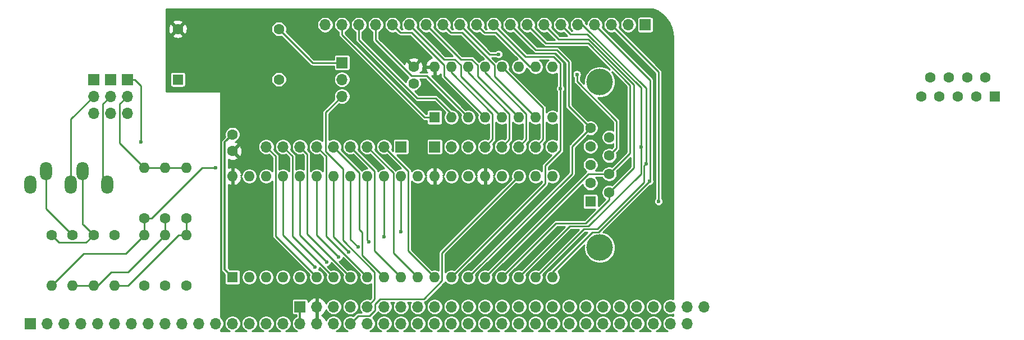
<source format=gtl>
G04 #@! TF.GenerationSoftware,KiCad,Pcbnew,(5.1.12)-1*
G04 #@! TF.CreationDate,2022-12-10T16:47:45+00:00*
G04 #@! TF.ProjectId,CPCSound,43504353-6f75-46e6-942e-6b696361645f,rev?*
G04 #@! TF.SameCoordinates,Original*
G04 #@! TF.FileFunction,Copper,L1,Top*
G04 #@! TF.FilePolarity,Positive*
%FSLAX46Y46*%
G04 Gerber Fmt 4.6, Leading zero omitted, Abs format (unit mm)*
G04 Created by KiCad (PCBNEW (5.1.12)-1) date 2022-12-10 16:47:45*
%MOMM*%
%LPD*%
G01*
G04 APERTURE LIST*
G04 #@! TA.AperFunction,ComponentPad*
%ADD10O,1.700000X1.700000*%
G04 #@! TD*
G04 #@! TA.AperFunction,ComponentPad*
%ADD11R,1.700000X1.700000*%
G04 #@! TD*
G04 #@! TA.AperFunction,ComponentPad*
%ADD12C,1.600000*%
G04 #@! TD*
G04 #@! TA.AperFunction,ComponentPad*
%ADD13R,1.600000X1.600000*%
G04 #@! TD*
G04 #@! TA.AperFunction,ComponentPad*
%ADD14O,1.600000X1.600000*%
G04 #@! TD*
G04 #@! TA.AperFunction,ComponentPad*
%ADD15O,1.800000X2.800000*%
G04 #@! TD*
G04 #@! TA.AperFunction,ComponentPad*
%ADD16C,4.000000*%
G04 #@! TD*
G04 #@! TA.AperFunction,ViaPad*
%ADD17C,0.600000*%
G04 #@! TD*
G04 #@! TA.AperFunction,Conductor*
%ADD18C,0.350000*%
G04 #@! TD*
G04 #@! TA.AperFunction,Conductor*
%ADD19C,0.250000*%
G04 #@! TD*
G04 #@! TA.AperFunction,Conductor*
%ADD20C,0.254000*%
G04 #@! TD*
G04 #@! TA.AperFunction,Conductor*
%ADD21C,0.100000*%
G04 #@! TD*
G04 APERTURE END LIST*
D10*
X165100000Y-120015000D03*
X165100000Y-117475000D03*
D11*
X165100000Y-114935000D03*
D10*
X167640000Y-120015000D03*
X167640000Y-117475000D03*
D11*
X167640000Y-114935000D03*
D10*
X170180000Y-120015000D03*
X170180000Y-117475000D03*
D11*
X170180000Y-114935000D03*
D10*
X191135000Y-125095000D03*
X193675000Y-125095000D03*
X196215000Y-125095000D03*
X198755000Y-125095000D03*
X201295000Y-125095000D03*
X203835000Y-125095000D03*
X206375000Y-125095000D03*
X208915000Y-125095000D03*
D11*
X211455000Y-125095000D03*
D12*
X193040000Y-114935000D03*
X193040000Y-107315000D03*
X177800000Y-107315000D03*
D13*
X177800000Y-114935000D03*
D10*
X202565000Y-117475000D03*
X202565000Y-114935000D03*
D11*
X202565000Y-112395000D03*
D14*
X216535000Y-113030000D03*
X234315000Y-120650000D03*
X219075000Y-113030000D03*
X231775000Y-120650000D03*
X221615000Y-113030000D03*
X229235000Y-120650000D03*
X224155000Y-113030000D03*
X226695000Y-120650000D03*
X226695000Y-113030000D03*
X224155000Y-120650000D03*
X229235000Y-113030000D03*
X221615000Y-120650000D03*
X231775000Y-113030000D03*
X219075000Y-120650000D03*
X234315000Y-113030000D03*
D13*
X216535000Y-120650000D03*
D10*
X234315000Y-125095000D03*
X231775000Y-125095000D03*
X229235000Y-125095000D03*
X226695000Y-125095000D03*
X224155000Y-125095000D03*
X221615000Y-125095000D03*
X219075000Y-125095000D03*
D11*
X216535000Y-125095000D03*
D15*
X161675000Y-130810000D03*
X167175000Y-130810000D03*
X163475000Y-128810000D03*
X157975000Y-128810000D03*
X155575000Y-130810000D03*
D16*
X241450000Y-115310000D03*
X241450000Y-140310000D03*
D12*
X242870000Y-123655000D03*
X242870000Y-126425000D03*
X242870000Y-129195000D03*
X242870000Y-131965000D03*
X240030000Y-122270000D03*
X240030000Y-125040000D03*
X240030000Y-127810000D03*
X240030000Y-130580000D03*
D13*
X240030000Y-133350000D03*
D14*
X179070000Y-138430000D03*
D12*
X179070000Y-146050000D03*
D14*
X175895000Y-138430000D03*
D12*
X175895000Y-146050000D03*
D14*
X172720000Y-138430000D03*
D12*
X172720000Y-146050000D03*
D14*
X168275000Y-146050000D03*
D12*
X168275000Y-138430000D03*
D14*
X161925000Y-146050000D03*
D12*
X161925000Y-138430000D03*
D14*
X165100000Y-146050000D03*
D12*
X165100000Y-138430000D03*
D14*
X158750000Y-146050000D03*
D12*
X158750000Y-138430000D03*
D14*
X179070000Y-128270000D03*
D12*
X179070000Y-135890000D03*
D14*
X175895000Y-128270000D03*
D12*
X175895000Y-135890000D03*
D14*
X172720000Y-128270000D03*
D12*
X172720000Y-135890000D03*
D10*
X257175000Y-149225000D03*
X254635000Y-149225000D03*
X252095000Y-149225000D03*
X249555000Y-149225000D03*
X247015000Y-149225000D03*
X244475000Y-149225000D03*
X241935000Y-149225000D03*
X239395000Y-149225000D03*
X236855000Y-149225000D03*
X234315000Y-149225000D03*
X231775000Y-149225000D03*
X229235000Y-149225000D03*
X226695000Y-149225000D03*
X224155000Y-149225000D03*
X221615000Y-149225000D03*
X219075000Y-149225000D03*
X216535000Y-149225000D03*
X213995000Y-149225000D03*
X211455000Y-149225000D03*
X208915000Y-149225000D03*
X206375000Y-149225000D03*
X203835000Y-149225000D03*
X201295000Y-149225000D03*
X198755000Y-149225000D03*
D11*
X196215000Y-149225000D03*
D10*
X254635000Y-151765000D03*
X252095000Y-151765000D03*
X249555000Y-151765000D03*
X247015000Y-151765000D03*
X244475000Y-151765000D03*
X241935000Y-151765000D03*
X239395000Y-151765000D03*
X236855000Y-151765000D03*
X234315000Y-151765000D03*
X231775000Y-151765000D03*
X229235000Y-151765000D03*
X226695000Y-151765000D03*
X224155000Y-151765000D03*
X221615000Y-151765000D03*
X219075000Y-151765000D03*
X216535000Y-151765000D03*
X213995000Y-151765000D03*
X211455000Y-151765000D03*
X208915000Y-151765000D03*
X206375000Y-151765000D03*
X203835000Y-151765000D03*
X201295000Y-151765000D03*
X198755000Y-151765000D03*
X196215000Y-151765000D03*
X193675000Y-151765000D03*
X191135000Y-151765000D03*
X188595000Y-151765000D03*
X186055000Y-151765000D03*
X183515000Y-151765000D03*
X180975000Y-151765000D03*
X178435000Y-151765000D03*
X175895000Y-151765000D03*
X173355000Y-151765000D03*
X170815000Y-151765000D03*
X168275000Y-151765000D03*
X165735000Y-151765000D03*
X163195000Y-151765000D03*
X160655000Y-151765000D03*
X158115000Y-151765000D03*
D11*
X155575000Y-151765000D03*
D12*
X291295000Y-114635000D03*
X294065000Y-114635000D03*
X296835000Y-114635000D03*
X299605000Y-114635000D03*
X289910000Y-117475000D03*
X292680000Y-117475000D03*
X295450000Y-117475000D03*
X298220000Y-117475000D03*
D13*
X300990000Y-117475000D03*
D14*
X186055000Y-129540000D03*
X234315000Y-144780000D03*
X188595000Y-129540000D03*
X231775000Y-144780000D03*
X191135000Y-129540000D03*
X229235000Y-144780000D03*
X193675000Y-129540000D03*
X226695000Y-144780000D03*
X196215000Y-129540000D03*
X224155000Y-144780000D03*
X198755000Y-129540000D03*
X221615000Y-144780000D03*
X201295000Y-129540000D03*
X219075000Y-144780000D03*
X203835000Y-129540000D03*
X216535000Y-144780000D03*
X206375000Y-129540000D03*
X213995000Y-144780000D03*
X208915000Y-129540000D03*
X211455000Y-144780000D03*
X211455000Y-129540000D03*
X208915000Y-144780000D03*
X213995000Y-129540000D03*
X206375000Y-144780000D03*
X216535000Y-129540000D03*
X203835000Y-144780000D03*
X219075000Y-129540000D03*
X201295000Y-144780000D03*
X221615000Y-129540000D03*
X198755000Y-144780000D03*
X224155000Y-129540000D03*
X196215000Y-144780000D03*
X226695000Y-129540000D03*
X193675000Y-144780000D03*
X229235000Y-129540000D03*
X191135000Y-144780000D03*
X231775000Y-129540000D03*
X188595000Y-144780000D03*
X234315000Y-129540000D03*
D13*
X186055000Y-144780000D03*
D10*
X200025000Y-106680000D03*
X202565000Y-106680000D03*
X205105000Y-106680000D03*
X207645000Y-106680000D03*
X210185000Y-106680000D03*
X212725000Y-106680000D03*
X215265000Y-106680000D03*
X217805000Y-106680000D03*
X220345000Y-106680000D03*
X222885000Y-106680000D03*
X225425000Y-106680000D03*
X227965000Y-106680000D03*
X230505000Y-106680000D03*
X233045000Y-106680000D03*
X235585000Y-106680000D03*
X238125000Y-106680000D03*
X240665000Y-106680000D03*
X243205000Y-106680000D03*
X245745000Y-106680000D03*
D11*
X248285000Y-106680000D03*
D12*
X213360000Y-115530000D03*
X213360000Y-113030000D03*
X186055000Y-123230000D03*
X186055000Y-125730000D03*
D17*
X226187000Y-111125000D03*
X235490001Y-116299999D03*
X247650000Y-125095000D03*
X248412000Y-127635000D03*
X248920000Y-130302000D03*
X250317000Y-133350000D03*
X237998000Y-114173002D03*
X183515000Y-128270000D03*
X198501000Y-143256000D03*
X200279000Y-142494000D03*
X202057000Y-141732000D03*
X203580999Y-140970000D03*
X204978000Y-140208000D03*
X206629000Y-139446000D03*
X208891668Y-138674010D03*
X211455000Y-137922000D03*
X172212000Y-124333000D03*
D18*
X196215000Y-151765000D02*
X196215000Y-150495000D01*
X196215000Y-150495000D02*
X196215000Y-149225000D01*
X184879999Y-143604999D02*
X186055000Y-144780000D01*
X184879999Y-124405001D02*
X184879999Y-143604999D01*
X186055000Y-123230000D02*
X184879999Y-124405001D01*
D19*
X202565000Y-108204000D02*
X202565000Y-106680000D01*
X215011000Y-120650000D02*
X202565000Y-108204000D01*
X216535000Y-120650000D02*
X215011000Y-120650000D01*
X205105000Y-108940002D02*
X205105000Y-106680000D01*
X213930497Y-117765499D02*
X205105000Y-108940002D01*
X216698499Y-117765499D02*
X213930497Y-117765499D01*
X219075000Y-120142000D02*
X216698499Y-117765499D01*
X219075000Y-120650000D02*
X219075000Y-120142000D01*
X215369999Y-114404999D02*
X216217500Y-115252500D01*
X213069997Y-114404999D02*
X215369999Y-114404999D01*
X207645000Y-108980002D02*
X213069997Y-114404999D01*
X207645000Y-106680000D02*
X207645000Y-108980002D01*
X216217500Y-115252500D02*
X221615000Y-120650000D01*
X217949999Y-112779997D02*
X217949999Y-114444999D01*
X213025003Y-107855001D02*
X217949999Y-112779997D01*
X211360001Y-107855001D02*
X213025003Y-107855001D01*
X217949999Y-114444999D02*
X224155000Y-120650000D01*
X210185000Y-106680000D02*
X211360001Y-107855001D01*
X220489999Y-114444999D02*
X226695000Y-120650000D01*
X220489999Y-112779997D02*
X220489999Y-114444999D01*
X219615001Y-111904999D02*
X220489999Y-112779997D01*
X217949999Y-111904999D02*
X219615001Y-111904999D01*
X212725000Y-106680000D02*
X217949999Y-111904999D01*
X223029999Y-114444999D02*
X229235000Y-120650000D01*
X223029999Y-112779997D02*
X223029999Y-114444999D01*
X222155001Y-111904999D02*
X223029999Y-112779997D01*
X220489999Y-111904999D02*
X222155001Y-111904999D01*
X215265000Y-106680000D02*
X220489999Y-111904999D01*
X225569999Y-114444999D02*
X231775000Y-120650000D01*
X225569999Y-112779997D02*
X225569999Y-114444999D01*
X220645003Y-107855001D02*
X225569999Y-112779997D01*
X218980001Y-107855001D02*
X220645003Y-107855001D01*
X217805000Y-106680000D02*
X218980001Y-107855001D01*
X224790000Y-111125000D02*
X226187000Y-111125000D01*
X220345000Y-106680000D02*
X224790000Y-111125000D01*
X224060001Y-107855001D02*
X222885000Y-106680000D01*
X225725003Y-107855001D02*
X224060001Y-107855001D01*
X230900002Y-113030000D02*
X225725003Y-107855001D01*
X231775000Y-113030000D02*
X230900002Y-113030000D01*
X230251000Y-111506000D02*
X234456002Y-111506000D01*
X235490001Y-112539999D02*
X235490001Y-116299999D01*
X234456002Y-111506000D02*
X235490001Y-112539999D01*
X225425000Y-106680000D02*
X230251000Y-111506000D01*
X235490001Y-125659001D02*
X235490001Y-125189999D01*
X233189999Y-127959003D02*
X235490001Y-125659001D01*
X233189999Y-130665001D02*
X233189999Y-127959003D01*
X219075000Y-144780000D02*
X233189999Y-130665001D01*
X235490001Y-125189999D02*
X235490001Y-116299999D01*
X237236000Y-129159000D02*
X221615000Y-144780000D01*
X237236000Y-125064000D02*
X237236000Y-129159000D01*
X240030000Y-122270000D02*
X237236000Y-125064000D01*
X231775000Y-110490000D02*
X227965000Y-106680000D01*
X234950000Y-110490000D02*
X231775000Y-110490000D01*
X236728000Y-112268000D02*
X234950000Y-110490000D01*
X236728000Y-118968000D02*
X236728000Y-112268000D01*
X240030000Y-122270000D02*
X236728000Y-118968000D01*
X224164998Y-144780000D02*
X224155000Y-144780000D01*
X239749998Y-129195000D02*
X224164998Y-144780000D01*
X242870000Y-129195000D02*
X239749998Y-129195000D01*
X245999000Y-126066000D02*
X242870000Y-129195000D01*
X245999000Y-115781588D02*
X245999000Y-126066000D01*
X239691412Y-109474000D02*
X245999000Y-115781588D01*
X233299000Y-109474000D02*
X239691412Y-109474000D01*
X230505000Y-106680000D02*
X233299000Y-109474000D01*
X234840031Y-136634969D02*
X226695000Y-144780000D01*
X239331401Y-136634969D02*
X234840031Y-136634969D01*
X242870000Y-133096370D02*
X239331401Y-136634969D01*
X242870000Y-131965000D02*
X242870000Y-133096370D01*
X246552999Y-128282001D02*
X242870000Y-131965000D01*
X246552999Y-115699177D02*
X246552999Y-128282001D01*
X239692822Y-108839000D02*
X246552999Y-115699177D01*
X235204000Y-108839000D02*
X239692822Y-108839000D01*
X233045000Y-106680000D02*
X235204000Y-108839000D01*
X236930021Y-137084979D02*
X229235000Y-144780000D01*
X239760023Y-137084979D02*
X236930021Y-137084979D01*
X247650000Y-129195002D02*
X239760023Y-137084979D01*
X247650000Y-125095000D02*
X247650000Y-129195002D01*
X247650000Y-116159768D02*
X247650000Y-125095000D01*
X239567232Y-108077000D02*
X247650000Y-116159768D01*
X236982000Y-108077000D02*
X239567232Y-108077000D01*
X235585000Y-106680000D02*
X236982000Y-108077000D01*
X248412000Y-116285358D02*
X248412000Y-127635000D01*
X238806642Y-106680000D02*
X248412000Y-116285358D01*
X238125000Y-106680000D02*
X238806642Y-106680000D01*
X239020011Y-137534989D02*
X231775000Y-144780000D01*
X241050601Y-137534989D02*
X239020011Y-137534989D01*
X248112001Y-130473589D02*
X241050601Y-137534989D01*
X248112001Y-127934999D02*
X248112001Y-130473589D01*
X248412000Y-127635000D02*
X248112001Y-127934999D01*
X249037001Y-130184999D02*
X248920000Y-130302000D01*
X249037001Y-115052001D02*
X249037001Y-130184999D01*
X240665000Y-106680000D02*
X249037001Y-115052001D01*
X234315000Y-144003998D02*
X234315000Y-144780000D01*
X240333999Y-137984999D02*
X234315000Y-144003998D01*
X241237001Y-137984999D02*
X240333999Y-137984999D01*
X248920000Y-130302000D02*
X241237001Y-137984999D01*
X250317000Y-113792000D02*
X250317000Y-133350000D01*
X243205000Y-106680000D02*
X250317000Y-113792000D01*
X237998000Y-115232264D02*
X237998000Y-114173002D01*
X242870000Y-126425000D02*
X243995001Y-125299999D01*
X243995001Y-125299999D02*
X243995001Y-121229265D01*
X243995001Y-121229265D02*
X237998000Y-115232264D01*
X172720000Y-135890000D02*
X172720000Y-138430000D01*
X169926000Y-141224000D02*
X163576000Y-141224000D01*
X163576000Y-141224000D02*
X158750000Y-146050000D01*
X172720000Y-138430000D02*
X169926000Y-141224000D01*
X172720000Y-135890000D02*
X173851370Y-135890000D01*
X173851370Y-135890000D02*
X181471370Y-128270000D01*
X181471370Y-128270000D02*
X183515000Y-128270000D01*
X212580001Y-128760001D02*
X212580001Y-140825001D01*
X212580001Y-140825001D02*
X216535000Y-144780000D01*
X208915000Y-125095000D02*
X212580001Y-128760001D01*
X210329999Y-141114999D02*
X213995000Y-144780000D01*
X210329999Y-129049999D02*
X210329999Y-141114999D01*
X206375000Y-125095000D02*
X210329999Y-129049999D01*
X207500001Y-140825001D02*
X211455000Y-144780000D01*
X207500001Y-128760001D02*
X207500001Y-140825001D01*
X203835000Y-125095000D02*
X207500001Y-128760001D01*
X201295000Y-125095000D02*
X205222002Y-129022002D01*
X205222002Y-129022002D02*
X205222002Y-137621998D01*
X205603002Y-141468002D02*
X208115001Y-143980001D01*
X205603002Y-138002998D02*
X205603002Y-141468002D01*
X208115001Y-143980001D02*
X208915000Y-144780000D01*
X205222002Y-137621998D02*
X205603002Y-138002998D01*
X200169999Y-138574999D02*
X206375000Y-144780000D01*
X200169999Y-126509999D02*
X200169999Y-138574999D01*
X198755000Y-125095000D02*
X200169999Y-126509999D01*
X197340001Y-138285001D02*
X203835000Y-144780000D01*
X197340001Y-126220001D02*
X197340001Y-138285001D01*
X196215000Y-125095000D02*
X197340001Y-126220001D01*
X195089999Y-138574999D02*
X201295000Y-144780000D01*
X195089999Y-126509999D02*
X195089999Y-138574999D01*
X193675000Y-125095000D02*
X195089999Y-126509999D01*
X192549999Y-138574999D02*
X198755000Y-144780000D01*
X192549999Y-126509999D02*
X192549999Y-138574999D01*
X191135000Y-125095000D02*
X192549999Y-126509999D01*
X179070000Y-135890000D02*
X179070000Y-138430000D01*
X170318630Y-146050000D02*
X168275000Y-146050000D01*
X177938630Y-138430000D02*
X170318630Y-146050000D01*
X179070000Y-138430000D02*
X177938630Y-138430000D01*
X205010001Y-150589999D02*
X203835000Y-151765000D01*
X206749003Y-150589999D02*
X205010001Y-150589999D01*
X207550001Y-149789001D02*
X206749003Y-150589999D01*
X207550001Y-148850997D02*
X207550001Y-149789001D01*
X208350999Y-148049999D02*
X207550001Y-148850997D01*
X214930003Y-148049999D02*
X208350999Y-148049999D01*
X217660001Y-141114999D02*
X217660001Y-145320001D01*
X217660001Y-145320001D02*
X214930003Y-148049999D01*
X229235000Y-129540000D02*
X217660001Y-141114999D01*
X175895000Y-135890000D02*
X175895000Y-138430000D01*
X165100000Y-146050000D02*
X161925000Y-146050000D01*
X165736410Y-146050000D02*
X165100000Y-146050000D01*
X167768410Y-144018000D02*
X165736410Y-146050000D01*
X170307000Y-144018000D02*
X167768410Y-144018000D01*
X175895000Y-138430000D02*
X170307000Y-144018000D01*
X202709999Y-139211409D02*
X207500001Y-144001411D01*
X202709999Y-128413589D02*
X202709999Y-139211409D01*
X207500001Y-148099999D02*
X206375000Y-149225000D01*
X200119999Y-125823589D02*
X202709999Y-128413589D01*
X207500001Y-144001411D02*
X207500001Y-148099999D01*
X200119999Y-119920001D02*
X200119999Y-125823589D01*
X202565000Y-117475000D02*
X200119999Y-119920001D01*
X169004999Y-124554999D02*
X172720000Y-128270000D01*
X169004999Y-118650001D02*
X169004999Y-124554999D01*
X170180000Y-117475000D02*
X169004999Y-118650001D01*
X172720000Y-128270000D02*
X175895000Y-128270000D01*
X175895000Y-128270000D02*
X179070000Y-128270000D01*
X225280001Y-120109999D02*
X225280001Y-123969999D01*
X225280001Y-123969999D02*
X224155000Y-125095000D01*
X219075000Y-113904998D02*
X225280001Y-120109999D01*
X219075000Y-113030000D02*
X219075000Y-113904998D01*
X227820001Y-123969999D02*
X226695000Y-125095000D01*
X227820001Y-120109999D02*
X227820001Y-123969999D01*
X221615000Y-113904998D02*
X227820001Y-120109999D01*
X221615000Y-113030000D02*
X221615000Y-113904998D01*
X230360001Y-123969999D02*
X229235000Y-125095000D01*
X230360001Y-120109999D02*
X230360001Y-123969999D01*
X224155000Y-113904998D02*
X230360001Y-120109999D01*
X224155000Y-113030000D02*
X224155000Y-113904998D01*
X232900001Y-123969999D02*
X231775000Y-125095000D01*
X232900001Y-119235001D02*
X232900001Y-123969999D01*
X226695000Y-113030000D02*
X232900001Y-119235001D01*
X193675000Y-129540000D02*
X193675000Y-138430000D01*
X193675000Y-138430000D02*
X198501000Y-143256000D01*
X196215000Y-129540000D02*
X196215000Y-138430000D01*
X196215000Y-138430000D02*
X200279000Y-142494000D01*
X198755000Y-129540000D02*
X198755000Y-138430000D01*
X198755000Y-138430000D02*
X202057000Y-141732000D01*
X201295000Y-129540000D02*
X201295000Y-138684001D01*
X201295000Y-138684001D02*
X203580999Y-140970000D01*
X203835000Y-129540000D02*
X203835000Y-139065000D01*
X203835000Y-139065000D02*
X204978000Y-140208000D01*
X206375000Y-129540000D02*
X206375000Y-139192000D01*
X206375000Y-139192000D02*
X206629000Y-139446000D01*
X208915000Y-138650678D02*
X208891668Y-138674010D01*
X208915000Y-129540000D02*
X208915000Y-138650678D01*
X211455000Y-129540000D02*
X211455000Y-137287000D01*
X211455000Y-137287000D02*
X211455000Y-137922000D01*
X163475000Y-128810000D02*
X163475000Y-136805000D01*
X163576000Y-136906000D02*
X165100000Y-138430000D01*
X163475000Y-136805000D02*
X163576000Y-136906000D01*
X163974999Y-139555001D02*
X165100000Y-138430000D01*
X159875001Y-139555001D02*
X163974999Y-139555001D01*
X158750000Y-138430000D02*
X159875001Y-139555001D01*
X157975000Y-134480000D02*
X161925000Y-138430000D01*
X157975000Y-128810000D02*
X157975000Y-134480000D01*
X171280000Y-114935000D02*
X172212000Y-115867000D01*
X170180000Y-114935000D02*
X171280000Y-114935000D01*
X172212000Y-115867000D02*
X172212000Y-124333000D01*
X161675000Y-120900000D02*
X165100000Y-117475000D01*
X161675000Y-130810000D02*
X161675000Y-120900000D01*
X166464999Y-118650001D02*
X167640000Y-117475000D01*
X166464999Y-130099999D02*
X166464999Y-118650001D01*
X167175000Y-130810000D02*
X166464999Y-130099999D01*
X198120000Y-112395000D02*
X193040000Y-107315000D01*
X202565000Y-112395000D02*
X198120000Y-112395000D01*
D20*
X250179533Y-104595406D02*
X250853806Y-105067538D01*
X251435862Y-105649594D01*
X251907996Y-106323871D01*
X252255872Y-107069893D01*
X252468916Y-107864987D01*
X252544000Y-108723200D01*
X252544001Y-148078558D01*
X252454069Y-148041307D01*
X252216243Y-147994000D01*
X251973757Y-147994000D01*
X251735931Y-148041307D01*
X251511903Y-148134102D01*
X251310283Y-148268820D01*
X251138820Y-148440283D01*
X251004102Y-148641903D01*
X250911307Y-148865931D01*
X250864000Y-149103757D01*
X250864000Y-149346243D01*
X250911307Y-149584069D01*
X251004102Y-149808097D01*
X251138820Y-150009717D01*
X251310283Y-150181180D01*
X251511903Y-150315898D01*
X251735931Y-150408693D01*
X251973757Y-150456000D01*
X252216243Y-150456000D01*
X252454069Y-150408693D01*
X252544001Y-150371442D01*
X252544001Y-150618558D01*
X252454069Y-150581307D01*
X252216243Y-150534000D01*
X251973757Y-150534000D01*
X251735931Y-150581307D01*
X251511903Y-150674102D01*
X251310283Y-150808820D01*
X251138820Y-150980283D01*
X251004102Y-151181903D01*
X250911307Y-151405931D01*
X250864000Y-151643757D01*
X250864000Y-151886243D01*
X250911307Y-152124069D01*
X251004102Y-152348097D01*
X251138820Y-152549717D01*
X251310283Y-152721180D01*
X251511903Y-152855898D01*
X251640586Y-152909200D01*
X250009414Y-152909200D01*
X250138097Y-152855898D01*
X250339717Y-152721180D01*
X250511180Y-152549717D01*
X250645898Y-152348097D01*
X250738693Y-152124069D01*
X250786000Y-151886243D01*
X250786000Y-151643757D01*
X250738693Y-151405931D01*
X250645898Y-151181903D01*
X250511180Y-150980283D01*
X250339717Y-150808820D01*
X250138097Y-150674102D01*
X249914069Y-150581307D01*
X249676243Y-150534000D01*
X249433757Y-150534000D01*
X249195931Y-150581307D01*
X248971903Y-150674102D01*
X248770283Y-150808820D01*
X248598820Y-150980283D01*
X248464102Y-151181903D01*
X248371307Y-151405931D01*
X248324000Y-151643757D01*
X248324000Y-151886243D01*
X248371307Y-152124069D01*
X248464102Y-152348097D01*
X248598820Y-152549717D01*
X248770283Y-152721180D01*
X248971903Y-152855898D01*
X249100586Y-152909200D01*
X247469414Y-152909200D01*
X247598097Y-152855898D01*
X247799717Y-152721180D01*
X247971180Y-152549717D01*
X248105898Y-152348097D01*
X248198693Y-152124069D01*
X248246000Y-151886243D01*
X248246000Y-151643757D01*
X248198693Y-151405931D01*
X248105898Y-151181903D01*
X247971180Y-150980283D01*
X247799717Y-150808820D01*
X247598097Y-150674102D01*
X247374069Y-150581307D01*
X247136243Y-150534000D01*
X246893757Y-150534000D01*
X246655931Y-150581307D01*
X246431903Y-150674102D01*
X246230283Y-150808820D01*
X246058820Y-150980283D01*
X245924102Y-151181903D01*
X245831307Y-151405931D01*
X245784000Y-151643757D01*
X245784000Y-151886243D01*
X245831307Y-152124069D01*
X245924102Y-152348097D01*
X246058820Y-152549717D01*
X246230283Y-152721180D01*
X246431903Y-152855898D01*
X246560586Y-152909200D01*
X244929414Y-152909200D01*
X245058097Y-152855898D01*
X245259717Y-152721180D01*
X245431180Y-152549717D01*
X245565898Y-152348097D01*
X245658693Y-152124069D01*
X245706000Y-151886243D01*
X245706000Y-151643757D01*
X245658693Y-151405931D01*
X245565898Y-151181903D01*
X245431180Y-150980283D01*
X245259717Y-150808820D01*
X245058097Y-150674102D01*
X244834069Y-150581307D01*
X244596243Y-150534000D01*
X244353757Y-150534000D01*
X244115931Y-150581307D01*
X243891903Y-150674102D01*
X243690283Y-150808820D01*
X243518820Y-150980283D01*
X243384102Y-151181903D01*
X243291307Y-151405931D01*
X243244000Y-151643757D01*
X243244000Y-151886243D01*
X243291307Y-152124069D01*
X243384102Y-152348097D01*
X243518820Y-152549717D01*
X243690283Y-152721180D01*
X243891903Y-152855898D01*
X244020586Y-152909200D01*
X242389414Y-152909200D01*
X242518097Y-152855898D01*
X242719717Y-152721180D01*
X242891180Y-152549717D01*
X243025898Y-152348097D01*
X243118693Y-152124069D01*
X243166000Y-151886243D01*
X243166000Y-151643757D01*
X243118693Y-151405931D01*
X243025898Y-151181903D01*
X242891180Y-150980283D01*
X242719717Y-150808820D01*
X242518097Y-150674102D01*
X242294069Y-150581307D01*
X242056243Y-150534000D01*
X241813757Y-150534000D01*
X241575931Y-150581307D01*
X241351903Y-150674102D01*
X241150283Y-150808820D01*
X240978820Y-150980283D01*
X240844102Y-151181903D01*
X240751307Y-151405931D01*
X240704000Y-151643757D01*
X240704000Y-151886243D01*
X240751307Y-152124069D01*
X240844102Y-152348097D01*
X240978820Y-152549717D01*
X241150283Y-152721180D01*
X241351903Y-152855898D01*
X241480586Y-152909200D01*
X239849414Y-152909200D01*
X239978097Y-152855898D01*
X240179717Y-152721180D01*
X240351180Y-152549717D01*
X240485898Y-152348097D01*
X240578693Y-152124069D01*
X240626000Y-151886243D01*
X240626000Y-151643757D01*
X240578693Y-151405931D01*
X240485898Y-151181903D01*
X240351180Y-150980283D01*
X240179717Y-150808820D01*
X239978097Y-150674102D01*
X239754069Y-150581307D01*
X239516243Y-150534000D01*
X239273757Y-150534000D01*
X239035931Y-150581307D01*
X238811903Y-150674102D01*
X238610283Y-150808820D01*
X238438820Y-150980283D01*
X238304102Y-151181903D01*
X238211307Y-151405931D01*
X238164000Y-151643757D01*
X238164000Y-151886243D01*
X238211307Y-152124069D01*
X238304102Y-152348097D01*
X238438820Y-152549717D01*
X238610283Y-152721180D01*
X238811903Y-152855898D01*
X238940586Y-152909200D01*
X237309414Y-152909200D01*
X237438097Y-152855898D01*
X237639717Y-152721180D01*
X237811180Y-152549717D01*
X237945898Y-152348097D01*
X238038693Y-152124069D01*
X238086000Y-151886243D01*
X238086000Y-151643757D01*
X238038693Y-151405931D01*
X237945898Y-151181903D01*
X237811180Y-150980283D01*
X237639717Y-150808820D01*
X237438097Y-150674102D01*
X237214069Y-150581307D01*
X236976243Y-150534000D01*
X236733757Y-150534000D01*
X236495931Y-150581307D01*
X236271903Y-150674102D01*
X236070283Y-150808820D01*
X235898820Y-150980283D01*
X235764102Y-151181903D01*
X235671307Y-151405931D01*
X235624000Y-151643757D01*
X235624000Y-151886243D01*
X235671307Y-152124069D01*
X235764102Y-152348097D01*
X235898820Y-152549717D01*
X236070283Y-152721180D01*
X236271903Y-152855898D01*
X236400586Y-152909200D01*
X234769414Y-152909200D01*
X234898097Y-152855898D01*
X235099717Y-152721180D01*
X235271180Y-152549717D01*
X235405898Y-152348097D01*
X235498693Y-152124069D01*
X235546000Y-151886243D01*
X235546000Y-151643757D01*
X235498693Y-151405931D01*
X235405898Y-151181903D01*
X235271180Y-150980283D01*
X235099717Y-150808820D01*
X234898097Y-150674102D01*
X234674069Y-150581307D01*
X234436243Y-150534000D01*
X234193757Y-150534000D01*
X233955931Y-150581307D01*
X233731903Y-150674102D01*
X233530283Y-150808820D01*
X233358820Y-150980283D01*
X233224102Y-151181903D01*
X233131307Y-151405931D01*
X233084000Y-151643757D01*
X233084000Y-151886243D01*
X233131307Y-152124069D01*
X233224102Y-152348097D01*
X233358820Y-152549717D01*
X233530283Y-152721180D01*
X233731903Y-152855898D01*
X233860586Y-152909200D01*
X232229414Y-152909200D01*
X232358097Y-152855898D01*
X232559717Y-152721180D01*
X232731180Y-152549717D01*
X232865898Y-152348097D01*
X232958693Y-152124069D01*
X233006000Y-151886243D01*
X233006000Y-151643757D01*
X232958693Y-151405931D01*
X232865898Y-151181903D01*
X232731180Y-150980283D01*
X232559717Y-150808820D01*
X232358097Y-150674102D01*
X232134069Y-150581307D01*
X231896243Y-150534000D01*
X231653757Y-150534000D01*
X231415931Y-150581307D01*
X231191903Y-150674102D01*
X230990283Y-150808820D01*
X230818820Y-150980283D01*
X230684102Y-151181903D01*
X230591307Y-151405931D01*
X230544000Y-151643757D01*
X230544000Y-151886243D01*
X230591307Y-152124069D01*
X230684102Y-152348097D01*
X230818820Y-152549717D01*
X230990283Y-152721180D01*
X231191903Y-152855898D01*
X231320586Y-152909200D01*
X229689414Y-152909200D01*
X229818097Y-152855898D01*
X230019717Y-152721180D01*
X230191180Y-152549717D01*
X230325898Y-152348097D01*
X230418693Y-152124069D01*
X230466000Y-151886243D01*
X230466000Y-151643757D01*
X230418693Y-151405931D01*
X230325898Y-151181903D01*
X230191180Y-150980283D01*
X230019717Y-150808820D01*
X229818097Y-150674102D01*
X229594069Y-150581307D01*
X229356243Y-150534000D01*
X229113757Y-150534000D01*
X228875931Y-150581307D01*
X228651903Y-150674102D01*
X228450283Y-150808820D01*
X228278820Y-150980283D01*
X228144102Y-151181903D01*
X228051307Y-151405931D01*
X228004000Y-151643757D01*
X228004000Y-151886243D01*
X228051307Y-152124069D01*
X228144102Y-152348097D01*
X228278820Y-152549717D01*
X228450283Y-152721180D01*
X228651903Y-152855898D01*
X228780586Y-152909200D01*
X227149414Y-152909200D01*
X227278097Y-152855898D01*
X227479717Y-152721180D01*
X227651180Y-152549717D01*
X227785898Y-152348097D01*
X227878693Y-152124069D01*
X227926000Y-151886243D01*
X227926000Y-151643757D01*
X227878693Y-151405931D01*
X227785898Y-151181903D01*
X227651180Y-150980283D01*
X227479717Y-150808820D01*
X227278097Y-150674102D01*
X227054069Y-150581307D01*
X226816243Y-150534000D01*
X226573757Y-150534000D01*
X226335931Y-150581307D01*
X226111903Y-150674102D01*
X225910283Y-150808820D01*
X225738820Y-150980283D01*
X225604102Y-151181903D01*
X225511307Y-151405931D01*
X225464000Y-151643757D01*
X225464000Y-151886243D01*
X225511307Y-152124069D01*
X225604102Y-152348097D01*
X225738820Y-152549717D01*
X225910283Y-152721180D01*
X226111903Y-152855898D01*
X226240586Y-152909200D01*
X224609414Y-152909200D01*
X224738097Y-152855898D01*
X224939717Y-152721180D01*
X225111180Y-152549717D01*
X225245898Y-152348097D01*
X225338693Y-152124069D01*
X225386000Y-151886243D01*
X225386000Y-151643757D01*
X225338693Y-151405931D01*
X225245898Y-151181903D01*
X225111180Y-150980283D01*
X224939717Y-150808820D01*
X224738097Y-150674102D01*
X224514069Y-150581307D01*
X224276243Y-150534000D01*
X224033757Y-150534000D01*
X223795931Y-150581307D01*
X223571903Y-150674102D01*
X223370283Y-150808820D01*
X223198820Y-150980283D01*
X223064102Y-151181903D01*
X222971307Y-151405931D01*
X222924000Y-151643757D01*
X222924000Y-151886243D01*
X222971307Y-152124069D01*
X223064102Y-152348097D01*
X223198820Y-152549717D01*
X223370283Y-152721180D01*
X223571903Y-152855898D01*
X223700586Y-152909200D01*
X222069414Y-152909200D01*
X222198097Y-152855898D01*
X222399717Y-152721180D01*
X222571180Y-152549717D01*
X222705898Y-152348097D01*
X222798693Y-152124069D01*
X222846000Y-151886243D01*
X222846000Y-151643757D01*
X222798693Y-151405931D01*
X222705898Y-151181903D01*
X222571180Y-150980283D01*
X222399717Y-150808820D01*
X222198097Y-150674102D01*
X221974069Y-150581307D01*
X221736243Y-150534000D01*
X221493757Y-150534000D01*
X221255931Y-150581307D01*
X221031903Y-150674102D01*
X220830283Y-150808820D01*
X220658820Y-150980283D01*
X220524102Y-151181903D01*
X220431307Y-151405931D01*
X220384000Y-151643757D01*
X220384000Y-151886243D01*
X220431307Y-152124069D01*
X220524102Y-152348097D01*
X220658820Y-152549717D01*
X220830283Y-152721180D01*
X221031903Y-152855898D01*
X221160586Y-152909200D01*
X219529414Y-152909200D01*
X219658097Y-152855898D01*
X219859717Y-152721180D01*
X220031180Y-152549717D01*
X220165898Y-152348097D01*
X220258693Y-152124069D01*
X220306000Y-151886243D01*
X220306000Y-151643757D01*
X220258693Y-151405931D01*
X220165898Y-151181903D01*
X220031180Y-150980283D01*
X219859717Y-150808820D01*
X219658097Y-150674102D01*
X219434069Y-150581307D01*
X219196243Y-150534000D01*
X218953757Y-150534000D01*
X218715931Y-150581307D01*
X218491903Y-150674102D01*
X218290283Y-150808820D01*
X218118820Y-150980283D01*
X217984102Y-151181903D01*
X217891307Y-151405931D01*
X217844000Y-151643757D01*
X217844000Y-151886243D01*
X217891307Y-152124069D01*
X217984102Y-152348097D01*
X218118820Y-152549717D01*
X218290283Y-152721180D01*
X218491903Y-152855898D01*
X218620586Y-152909200D01*
X216989414Y-152909200D01*
X217118097Y-152855898D01*
X217319717Y-152721180D01*
X217491180Y-152549717D01*
X217625898Y-152348097D01*
X217718693Y-152124069D01*
X217766000Y-151886243D01*
X217766000Y-151643757D01*
X217718693Y-151405931D01*
X217625898Y-151181903D01*
X217491180Y-150980283D01*
X217319717Y-150808820D01*
X217118097Y-150674102D01*
X216894069Y-150581307D01*
X216656243Y-150534000D01*
X216413757Y-150534000D01*
X216175931Y-150581307D01*
X215951903Y-150674102D01*
X215750283Y-150808820D01*
X215578820Y-150980283D01*
X215444102Y-151181903D01*
X215351307Y-151405931D01*
X215304000Y-151643757D01*
X215304000Y-151886243D01*
X215351307Y-152124069D01*
X215444102Y-152348097D01*
X215578820Y-152549717D01*
X215750283Y-152721180D01*
X215951903Y-152855898D01*
X216080586Y-152909200D01*
X214449414Y-152909200D01*
X214578097Y-152855898D01*
X214779717Y-152721180D01*
X214951180Y-152549717D01*
X215085898Y-152348097D01*
X215178693Y-152124069D01*
X215226000Y-151886243D01*
X215226000Y-151643757D01*
X215178693Y-151405931D01*
X215085898Y-151181903D01*
X214951180Y-150980283D01*
X214779717Y-150808820D01*
X214578097Y-150674102D01*
X214354069Y-150581307D01*
X214116243Y-150534000D01*
X213873757Y-150534000D01*
X213635931Y-150581307D01*
X213411903Y-150674102D01*
X213210283Y-150808820D01*
X213038820Y-150980283D01*
X212904102Y-151181903D01*
X212811307Y-151405931D01*
X212764000Y-151643757D01*
X212764000Y-151886243D01*
X212811307Y-152124069D01*
X212904102Y-152348097D01*
X213038820Y-152549717D01*
X213210283Y-152721180D01*
X213411903Y-152855898D01*
X213540586Y-152909200D01*
X211909414Y-152909200D01*
X212038097Y-152855898D01*
X212239717Y-152721180D01*
X212411180Y-152549717D01*
X212545898Y-152348097D01*
X212638693Y-152124069D01*
X212686000Y-151886243D01*
X212686000Y-151643757D01*
X212638693Y-151405931D01*
X212545898Y-151181903D01*
X212411180Y-150980283D01*
X212239717Y-150808820D01*
X212038097Y-150674102D01*
X211814069Y-150581307D01*
X211576243Y-150534000D01*
X211333757Y-150534000D01*
X211095931Y-150581307D01*
X210871903Y-150674102D01*
X210670283Y-150808820D01*
X210498820Y-150980283D01*
X210364102Y-151181903D01*
X210271307Y-151405931D01*
X210224000Y-151643757D01*
X210224000Y-151886243D01*
X210271307Y-152124069D01*
X210364102Y-152348097D01*
X210498820Y-152549717D01*
X210670283Y-152721180D01*
X210871903Y-152855898D01*
X211000586Y-152909200D01*
X209369414Y-152909200D01*
X209498097Y-152855898D01*
X209699717Y-152721180D01*
X209871180Y-152549717D01*
X210005898Y-152348097D01*
X210098693Y-152124069D01*
X210146000Y-151886243D01*
X210146000Y-151643757D01*
X210098693Y-151405931D01*
X210005898Y-151181903D01*
X209871180Y-150980283D01*
X209699717Y-150808820D01*
X209498097Y-150674102D01*
X209274069Y-150581307D01*
X209036243Y-150534000D01*
X208793757Y-150534000D01*
X208555931Y-150581307D01*
X208331903Y-150674102D01*
X208130283Y-150808820D01*
X207958820Y-150980283D01*
X207824102Y-151181903D01*
X207731307Y-151405931D01*
X207684000Y-151643757D01*
X207684000Y-151886243D01*
X207731307Y-152124069D01*
X207824102Y-152348097D01*
X207958820Y-152549717D01*
X208130283Y-152721180D01*
X208331903Y-152855898D01*
X208460586Y-152909200D01*
X206829414Y-152909200D01*
X206958097Y-152855898D01*
X207159717Y-152721180D01*
X207331180Y-152549717D01*
X207465898Y-152348097D01*
X207558693Y-152124069D01*
X207606000Y-151886243D01*
X207606000Y-151643757D01*
X207558693Y-151405931D01*
X207465898Y-151181903D01*
X207331180Y-150980283D01*
X207202745Y-150851848D01*
X207890221Y-150164373D01*
X207909528Y-150148528D01*
X207972760Y-150071480D01*
X207989418Y-150040315D01*
X208130283Y-150181180D01*
X208331903Y-150315898D01*
X208555931Y-150408693D01*
X208793757Y-150456000D01*
X209036243Y-150456000D01*
X209274069Y-150408693D01*
X209498097Y-150315898D01*
X209699717Y-150181180D01*
X209871180Y-150009717D01*
X210005898Y-149808097D01*
X210098693Y-149584069D01*
X210146000Y-149346243D01*
X210146000Y-149103757D01*
X210098693Y-148865931D01*
X210005898Y-148641903D01*
X209948499Y-148555999D01*
X210421501Y-148555999D01*
X210364102Y-148641903D01*
X210271307Y-148865931D01*
X210224000Y-149103757D01*
X210224000Y-149346243D01*
X210271307Y-149584069D01*
X210364102Y-149808097D01*
X210498820Y-150009717D01*
X210670283Y-150181180D01*
X210871903Y-150315898D01*
X211095931Y-150408693D01*
X211333757Y-150456000D01*
X211576243Y-150456000D01*
X211814069Y-150408693D01*
X212038097Y-150315898D01*
X212239717Y-150181180D01*
X212411180Y-150009717D01*
X212545898Y-149808097D01*
X212638693Y-149584069D01*
X212686000Y-149346243D01*
X212686000Y-149103757D01*
X212638693Y-148865931D01*
X212545898Y-148641903D01*
X212488499Y-148555999D01*
X212961501Y-148555999D01*
X212904102Y-148641903D01*
X212811307Y-148865931D01*
X212764000Y-149103757D01*
X212764000Y-149346243D01*
X212811307Y-149584069D01*
X212904102Y-149808097D01*
X213038820Y-150009717D01*
X213210283Y-150181180D01*
X213411903Y-150315898D01*
X213635931Y-150408693D01*
X213873757Y-150456000D01*
X214116243Y-150456000D01*
X214354069Y-150408693D01*
X214578097Y-150315898D01*
X214779717Y-150181180D01*
X214951180Y-150009717D01*
X215085898Y-149808097D01*
X215178693Y-149584069D01*
X215226000Y-149346243D01*
X215226000Y-149103757D01*
X215304000Y-149103757D01*
X215304000Y-149346243D01*
X215351307Y-149584069D01*
X215444102Y-149808097D01*
X215578820Y-150009717D01*
X215750283Y-150181180D01*
X215951903Y-150315898D01*
X216175931Y-150408693D01*
X216413757Y-150456000D01*
X216656243Y-150456000D01*
X216894069Y-150408693D01*
X217118097Y-150315898D01*
X217319717Y-150181180D01*
X217491180Y-150009717D01*
X217625898Y-149808097D01*
X217718693Y-149584069D01*
X217766000Y-149346243D01*
X217766000Y-149103757D01*
X217844000Y-149103757D01*
X217844000Y-149346243D01*
X217891307Y-149584069D01*
X217984102Y-149808097D01*
X218118820Y-150009717D01*
X218290283Y-150181180D01*
X218491903Y-150315898D01*
X218715931Y-150408693D01*
X218953757Y-150456000D01*
X219196243Y-150456000D01*
X219434069Y-150408693D01*
X219658097Y-150315898D01*
X219859717Y-150181180D01*
X220031180Y-150009717D01*
X220165898Y-149808097D01*
X220258693Y-149584069D01*
X220306000Y-149346243D01*
X220306000Y-149103757D01*
X220384000Y-149103757D01*
X220384000Y-149346243D01*
X220431307Y-149584069D01*
X220524102Y-149808097D01*
X220658820Y-150009717D01*
X220830283Y-150181180D01*
X221031903Y-150315898D01*
X221255931Y-150408693D01*
X221493757Y-150456000D01*
X221736243Y-150456000D01*
X221974069Y-150408693D01*
X222198097Y-150315898D01*
X222399717Y-150181180D01*
X222571180Y-150009717D01*
X222705898Y-149808097D01*
X222798693Y-149584069D01*
X222846000Y-149346243D01*
X222846000Y-149103757D01*
X222924000Y-149103757D01*
X222924000Y-149346243D01*
X222971307Y-149584069D01*
X223064102Y-149808097D01*
X223198820Y-150009717D01*
X223370283Y-150181180D01*
X223571903Y-150315898D01*
X223795931Y-150408693D01*
X224033757Y-150456000D01*
X224276243Y-150456000D01*
X224514069Y-150408693D01*
X224738097Y-150315898D01*
X224939717Y-150181180D01*
X225111180Y-150009717D01*
X225245898Y-149808097D01*
X225338693Y-149584069D01*
X225386000Y-149346243D01*
X225386000Y-149103757D01*
X225464000Y-149103757D01*
X225464000Y-149346243D01*
X225511307Y-149584069D01*
X225604102Y-149808097D01*
X225738820Y-150009717D01*
X225910283Y-150181180D01*
X226111903Y-150315898D01*
X226335931Y-150408693D01*
X226573757Y-150456000D01*
X226816243Y-150456000D01*
X227054069Y-150408693D01*
X227278097Y-150315898D01*
X227479717Y-150181180D01*
X227651180Y-150009717D01*
X227785898Y-149808097D01*
X227878693Y-149584069D01*
X227926000Y-149346243D01*
X227926000Y-149103757D01*
X228004000Y-149103757D01*
X228004000Y-149346243D01*
X228051307Y-149584069D01*
X228144102Y-149808097D01*
X228278820Y-150009717D01*
X228450283Y-150181180D01*
X228651903Y-150315898D01*
X228875931Y-150408693D01*
X229113757Y-150456000D01*
X229356243Y-150456000D01*
X229594069Y-150408693D01*
X229818097Y-150315898D01*
X230019717Y-150181180D01*
X230191180Y-150009717D01*
X230325898Y-149808097D01*
X230418693Y-149584069D01*
X230466000Y-149346243D01*
X230466000Y-149103757D01*
X230544000Y-149103757D01*
X230544000Y-149346243D01*
X230591307Y-149584069D01*
X230684102Y-149808097D01*
X230818820Y-150009717D01*
X230990283Y-150181180D01*
X231191903Y-150315898D01*
X231415931Y-150408693D01*
X231653757Y-150456000D01*
X231896243Y-150456000D01*
X232134069Y-150408693D01*
X232358097Y-150315898D01*
X232559717Y-150181180D01*
X232731180Y-150009717D01*
X232865898Y-149808097D01*
X232958693Y-149584069D01*
X233006000Y-149346243D01*
X233006000Y-149103757D01*
X233084000Y-149103757D01*
X233084000Y-149346243D01*
X233131307Y-149584069D01*
X233224102Y-149808097D01*
X233358820Y-150009717D01*
X233530283Y-150181180D01*
X233731903Y-150315898D01*
X233955931Y-150408693D01*
X234193757Y-150456000D01*
X234436243Y-150456000D01*
X234674069Y-150408693D01*
X234898097Y-150315898D01*
X235099717Y-150181180D01*
X235271180Y-150009717D01*
X235405898Y-149808097D01*
X235498693Y-149584069D01*
X235546000Y-149346243D01*
X235546000Y-149103757D01*
X235624000Y-149103757D01*
X235624000Y-149346243D01*
X235671307Y-149584069D01*
X235764102Y-149808097D01*
X235898820Y-150009717D01*
X236070283Y-150181180D01*
X236271903Y-150315898D01*
X236495931Y-150408693D01*
X236733757Y-150456000D01*
X236976243Y-150456000D01*
X237214069Y-150408693D01*
X237438097Y-150315898D01*
X237639717Y-150181180D01*
X237811180Y-150009717D01*
X237945898Y-149808097D01*
X238038693Y-149584069D01*
X238086000Y-149346243D01*
X238086000Y-149103757D01*
X238164000Y-149103757D01*
X238164000Y-149346243D01*
X238211307Y-149584069D01*
X238304102Y-149808097D01*
X238438820Y-150009717D01*
X238610283Y-150181180D01*
X238811903Y-150315898D01*
X239035931Y-150408693D01*
X239273757Y-150456000D01*
X239516243Y-150456000D01*
X239754069Y-150408693D01*
X239978097Y-150315898D01*
X240179717Y-150181180D01*
X240351180Y-150009717D01*
X240485898Y-149808097D01*
X240578693Y-149584069D01*
X240626000Y-149346243D01*
X240626000Y-149103757D01*
X240704000Y-149103757D01*
X240704000Y-149346243D01*
X240751307Y-149584069D01*
X240844102Y-149808097D01*
X240978820Y-150009717D01*
X241150283Y-150181180D01*
X241351903Y-150315898D01*
X241575931Y-150408693D01*
X241813757Y-150456000D01*
X242056243Y-150456000D01*
X242294069Y-150408693D01*
X242518097Y-150315898D01*
X242719717Y-150181180D01*
X242891180Y-150009717D01*
X243025898Y-149808097D01*
X243118693Y-149584069D01*
X243166000Y-149346243D01*
X243166000Y-149103757D01*
X243244000Y-149103757D01*
X243244000Y-149346243D01*
X243291307Y-149584069D01*
X243384102Y-149808097D01*
X243518820Y-150009717D01*
X243690283Y-150181180D01*
X243891903Y-150315898D01*
X244115931Y-150408693D01*
X244353757Y-150456000D01*
X244596243Y-150456000D01*
X244834069Y-150408693D01*
X245058097Y-150315898D01*
X245259717Y-150181180D01*
X245431180Y-150009717D01*
X245565898Y-149808097D01*
X245658693Y-149584069D01*
X245706000Y-149346243D01*
X245706000Y-149103757D01*
X245784000Y-149103757D01*
X245784000Y-149346243D01*
X245831307Y-149584069D01*
X245924102Y-149808097D01*
X246058820Y-150009717D01*
X246230283Y-150181180D01*
X246431903Y-150315898D01*
X246655931Y-150408693D01*
X246893757Y-150456000D01*
X247136243Y-150456000D01*
X247374069Y-150408693D01*
X247598097Y-150315898D01*
X247799717Y-150181180D01*
X247971180Y-150009717D01*
X248105898Y-149808097D01*
X248198693Y-149584069D01*
X248246000Y-149346243D01*
X248246000Y-149103757D01*
X248324000Y-149103757D01*
X248324000Y-149346243D01*
X248371307Y-149584069D01*
X248464102Y-149808097D01*
X248598820Y-150009717D01*
X248770283Y-150181180D01*
X248971903Y-150315898D01*
X249195931Y-150408693D01*
X249433757Y-150456000D01*
X249676243Y-150456000D01*
X249914069Y-150408693D01*
X250138097Y-150315898D01*
X250339717Y-150181180D01*
X250511180Y-150009717D01*
X250645898Y-149808097D01*
X250738693Y-149584069D01*
X250786000Y-149346243D01*
X250786000Y-149103757D01*
X250738693Y-148865931D01*
X250645898Y-148641903D01*
X250511180Y-148440283D01*
X250339717Y-148268820D01*
X250138097Y-148134102D01*
X249914069Y-148041307D01*
X249676243Y-147994000D01*
X249433757Y-147994000D01*
X249195931Y-148041307D01*
X248971903Y-148134102D01*
X248770283Y-148268820D01*
X248598820Y-148440283D01*
X248464102Y-148641903D01*
X248371307Y-148865931D01*
X248324000Y-149103757D01*
X248246000Y-149103757D01*
X248198693Y-148865931D01*
X248105898Y-148641903D01*
X247971180Y-148440283D01*
X247799717Y-148268820D01*
X247598097Y-148134102D01*
X247374069Y-148041307D01*
X247136243Y-147994000D01*
X246893757Y-147994000D01*
X246655931Y-148041307D01*
X246431903Y-148134102D01*
X246230283Y-148268820D01*
X246058820Y-148440283D01*
X245924102Y-148641903D01*
X245831307Y-148865931D01*
X245784000Y-149103757D01*
X245706000Y-149103757D01*
X245658693Y-148865931D01*
X245565898Y-148641903D01*
X245431180Y-148440283D01*
X245259717Y-148268820D01*
X245058097Y-148134102D01*
X244834069Y-148041307D01*
X244596243Y-147994000D01*
X244353757Y-147994000D01*
X244115931Y-148041307D01*
X243891903Y-148134102D01*
X243690283Y-148268820D01*
X243518820Y-148440283D01*
X243384102Y-148641903D01*
X243291307Y-148865931D01*
X243244000Y-149103757D01*
X243166000Y-149103757D01*
X243118693Y-148865931D01*
X243025898Y-148641903D01*
X242891180Y-148440283D01*
X242719717Y-148268820D01*
X242518097Y-148134102D01*
X242294069Y-148041307D01*
X242056243Y-147994000D01*
X241813757Y-147994000D01*
X241575931Y-148041307D01*
X241351903Y-148134102D01*
X241150283Y-148268820D01*
X240978820Y-148440283D01*
X240844102Y-148641903D01*
X240751307Y-148865931D01*
X240704000Y-149103757D01*
X240626000Y-149103757D01*
X240578693Y-148865931D01*
X240485898Y-148641903D01*
X240351180Y-148440283D01*
X240179717Y-148268820D01*
X239978097Y-148134102D01*
X239754069Y-148041307D01*
X239516243Y-147994000D01*
X239273757Y-147994000D01*
X239035931Y-148041307D01*
X238811903Y-148134102D01*
X238610283Y-148268820D01*
X238438820Y-148440283D01*
X238304102Y-148641903D01*
X238211307Y-148865931D01*
X238164000Y-149103757D01*
X238086000Y-149103757D01*
X238038693Y-148865931D01*
X237945898Y-148641903D01*
X237811180Y-148440283D01*
X237639717Y-148268820D01*
X237438097Y-148134102D01*
X237214069Y-148041307D01*
X236976243Y-147994000D01*
X236733757Y-147994000D01*
X236495931Y-148041307D01*
X236271903Y-148134102D01*
X236070283Y-148268820D01*
X235898820Y-148440283D01*
X235764102Y-148641903D01*
X235671307Y-148865931D01*
X235624000Y-149103757D01*
X235546000Y-149103757D01*
X235498693Y-148865931D01*
X235405898Y-148641903D01*
X235271180Y-148440283D01*
X235099717Y-148268820D01*
X234898097Y-148134102D01*
X234674069Y-148041307D01*
X234436243Y-147994000D01*
X234193757Y-147994000D01*
X233955931Y-148041307D01*
X233731903Y-148134102D01*
X233530283Y-148268820D01*
X233358820Y-148440283D01*
X233224102Y-148641903D01*
X233131307Y-148865931D01*
X233084000Y-149103757D01*
X233006000Y-149103757D01*
X232958693Y-148865931D01*
X232865898Y-148641903D01*
X232731180Y-148440283D01*
X232559717Y-148268820D01*
X232358097Y-148134102D01*
X232134069Y-148041307D01*
X231896243Y-147994000D01*
X231653757Y-147994000D01*
X231415931Y-148041307D01*
X231191903Y-148134102D01*
X230990283Y-148268820D01*
X230818820Y-148440283D01*
X230684102Y-148641903D01*
X230591307Y-148865931D01*
X230544000Y-149103757D01*
X230466000Y-149103757D01*
X230418693Y-148865931D01*
X230325898Y-148641903D01*
X230191180Y-148440283D01*
X230019717Y-148268820D01*
X229818097Y-148134102D01*
X229594069Y-148041307D01*
X229356243Y-147994000D01*
X229113757Y-147994000D01*
X228875931Y-148041307D01*
X228651903Y-148134102D01*
X228450283Y-148268820D01*
X228278820Y-148440283D01*
X228144102Y-148641903D01*
X228051307Y-148865931D01*
X228004000Y-149103757D01*
X227926000Y-149103757D01*
X227878693Y-148865931D01*
X227785898Y-148641903D01*
X227651180Y-148440283D01*
X227479717Y-148268820D01*
X227278097Y-148134102D01*
X227054069Y-148041307D01*
X226816243Y-147994000D01*
X226573757Y-147994000D01*
X226335931Y-148041307D01*
X226111903Y-148134102D01*
X225910283Y-148268820D01*
X225738820Y-148440283D01*
X225604102Y-148641903D01*
X225511307Y-148865931D01*
X225464000Y-149103757D01*
X225386000Y-149103757D01*
X225338693Y-148865931D01*
X225245898Y-148641903D01*
X225111180Y-148440283D01*
X224939717Y-148268820D01*
X224738097Y-148134102D01*
X224514069Y-148041307D01*
X224276243Y-147994000D01*
X224033757Y-147994000D01*
X223795931Y-148041307D01*
X223571903Y-148134102D01*
X223370283Y-148268820D01*
X223198820Y-148440283D01*
X223064102Y-148641903D01*
X222971307Y-148865931D01*
X222924000Y-149103757D01*
X222846000Y-149103757D01*
X222798693Y-148865931D01*
X222705898Y-148641903D01*
X222571180Y-148440283D01*
X222399717Y-148268820D01*
X222198097Y-148134102D01*
X221974069Y-148041307D01*
X221736243Y-147994000D01*
X221493757Y-147994000D01*
X221255931Y-148041307D01*
X221031903Y-148134102D01*
X220830283Y-148268820D01*
X220658820Y-148440283D01*
X220524102Y-148641903D01*
X220431307Y-148865931D01*
X220384000Y-149103757D01*
X220306000Y-149103757D01*
X220258693Y-148865931D01*
X220165898Y-148641903D01*
X220031180Y-148440283D01*
X219859717Y-148268820D01*
X219658097Y-148134102D01*
X219434069Y-148041307D01*
X219196243Y-147994000D01*
X218953757Y-147994000D01*
X218715931Y-148041307D01*
X218491903Y-148134102D01*
X218290283Y-148268820D01*
X218118820Y-148440283D01*
X217984102Y-148641903D01*
X217891307Y-148865931D01*
X217844000Y-149103757D01*
X217766000Y-149103757D01*
X217718693Y-148865931D01*
X217625898Y-148641903D01*
X217491180Y-148440283D01*
X217319717Y-148268820D01*
X217118097Y-148134102D01*
X216894069Y-148041307D01*
X216656243Y-147994000D01*
X216413757Y-147994000D01*
X216175931Y-148041307D01*
X215951903Y-148134102D01*
X215750283Y-148268820D01*
X215578820Y-148440283D01*
X215444102Y-148641903D01*
X215351307Y-148865931D01*
X215304000Y-149103757D01*
X215226000Y-149103757D01*
X215178693Y-148865931D01*
X215085898Y-148641903D01*
X215023952Y-148549194D01*
X215029196Y-148548677D01*
X215124578Y-148519744D01*
X215212482Y-148472758D01*
X215289530Y-148409526D01*
X215305379Y-148390214D01*
X218000221Y-145695373D01*
X218019528Y-145679528D01*
X218082760Y-145602480D01*
X218129746Y-145514576D01*
X218134650Y-145498409D01*
X218157658Y-145532843D01*
X218322157Y-145697342D01*
X218515587Y-145826588D01*
X218730515Y-145915614D01*
X218958682Y-145961000D01*
X219191318Y-145961000D01*
X219419485Y-145915614D01*
X219634413Y-145826588D01*
X219827843Y-145697342D01*
X219992342Y-145532843D01*
X220121588Y-145339413D01*
X220210614Y-145124485D01*
X220256000Y-144896318D01*
X220256000Y-144663682D01*
X220434000Y-144663682D01*
X220434000Y-144896318D01*
X220479386Y-145124485D01*
X220568412Y-145339413D01*
X220697658Y-145532843D01*
X220862157Y-145697342D01*
X221055587Y-145826588D01*
X221270515Y-145915614D01*
X221498682Y-145961000D01*
X221731318Y-145961000D01*
X221959485Y-145915614D01*
X222174413Y-145826588D01*
X222367843Y-145697342D01*
X222532342Y-145532843D01*
X222661588Y-145339413D01*
X222750614Y-145124485D01*
X222796000Y-144896318D01*
X222796000Y-144663682D01*
X222974000Y-144663682D01*
X222974000Y-144896318D01*
X223019386Y-145124485D01*
X223108412Y-145339413D01*
X223237658Y-145532843D01*
X223402157Y-145697342D01*
X223595587Y-145826588D01*
X223810515Y-145915614D01*
X224038682Y-145961000D01*
X224271318Y-145961000D01*
X224499485Y-145915614D01*
X224714413Y-145826588D01*
X224907843Y-145697342D01*
X225072342Y-145532843D01*
X225201588Y-145339413D01*
X225290614Y-145124485D01*
X225336000Y-144896318D01*
X225336000Y-144663682D01*
X225290614Y-144435515D01*
X225271418Y-144389171D01*
X238868125Y-130792465D01*
X238894386Y-130924485D01*
X238983412Y-131139413D01*
X239112658Y-131332843D01*
X239277157Y-131497342D01*
X239470587Y-131626588D01*
X239685515Y-131715614D01*
X239913682Y-131761000D01*
X240146318Y-131761000D01*
X240374485Y-131715614D01*
X240589413Y-131626588D01*
X240782843Y-131497342D01*
X240947342Y-131332843D01*
X241076588Y-131139413D01*
X241165614Y-130924485D01*
X241211000Y-130696318D01*
X241211000Y-130463682D01*
X241165614Y-130235515D01*
X241076588Y-130020587D01*
X240947342Y-129827157D01*
X240821185Y-129701000D01*
X241801288Y-129701000D01*
X241823412Y-129754413D01*
X241952658Y-129947843D01*
X242117157Y-130112342D01*
X242310587Y-130241588D01*
X242525515Y-130330614D01*
X242753682Y-130376000D01*
X242986318Y-130376000D01*
X243214485Y-130330614D01*
X243429413Y-130241588D01*
X243622843Y-130112342D01*
X243787342Y-129947843D01*
X243916588Y-129754413D01*
X244005614Y-129539485D01*
X244051000Y-129311318D01*
X244051000Y-129078682D01*
X244005614Y-128850515D01*
X243983490Y-128797102D01*
X246047000Y-126733592D01*
X246047000Y-128072408D01*
X243267898Y-130851510D01*
X243214485Y-130829386D01*
X242986318Y-130784000D01*
X242753682Y-130784000D01*
X242525515Y-130829386D01*
X242310587Y-130918412D01*
X242117157Y-131047658D01*
X241952658Y-131212157D01*
X241823412Y-131405587D01*
X241734386Y-131620515D01*
X241689000Y-131848682D01*
X241689000Y-132081318D01*
X241734386Y-132309485D01*
X241823412Y-132524413D01*
X241952658Y-132717843D01*
X242117157Y-132882342D01*
X242267788Y-132982990D01*
X241212843Y-134037935D01*
X241212843Y-132550000D01*
X241205487Y-132475311D01*
X241183701Y-132403492D01*
X241148322Y-132337304D01*
X241100711Y-132279289D01*
X241042696Y-132231678D01*
X240976508Y-132196299D01*
X240904689Y-132174513D01*
X240830000Y-132167157D01*
X239230000Y-132167157D01*
X239155311Y-132174513D01*
X239083492Y-132196299D01*
X239017304Y-132231678D01*
X238959289Y-132279289D01*
X238911678Y-132337304D01*
X238876299Y-132403492D01*
X238854513Y-132475311D01*
X238847157Y-132550000D01*
X238847157Y-134150000D01*
X238854513Y-134224689D01*
X238876299Y-134296508D01*
X238911678Y-134362696D01*
X238959289Y-134420711D01*
X239017304Y-134468322D01*
X239083492Y-134503701D01*
X239155311Y-134525487D01*
X239230000Y-134532843D01*
X240717936Y-134532843D01*
X239121810Y-136128969D01*
X234864876Y-136128969D01*
X234840030Y-136126522D01*
X234815184Y-136128969D01*
X234815177Y-136128969D01*
X234750725Y-136135317D01*
X234740837Y-136136291D01*
X234718638Y-136143025D01*
X234645456Y-136165224D01*
X234557552Y-136212210D01*
X234480504Y-136275442D01*
X234464660Y-136294748D01*
X227092898Y-143666511D01*
X227039485Y-143644386D01*
X226811318Y-143599000D01*
X226578682Y-143599000D01*
X226350515Y-143644386D01*
X226135587Y-143733412D01*
X225942157Y-143862658D01*
X225777658Y-144027157D01*
X225648412Y-144220587D01*
X225559386Y-144435515D01*
X225514000Y-144663682D01*
X225514000Y-144896318D01*
X225559386Y-145124485D01*
X225648412Y-145339413D01*
X225777658Y-145532843D01*
X225942157Y-145697342D01*
X226135587Y-145826588D01*
X226350515Y-145915614D01*
X226578682Y-145961000D01*
X226811318Y-145961000D01*
X227039485Y-145915614D01*
X227254413Y-145826588D01*
X227447843Y-145697342D01*
X227612342Y-145532843D01*
X227741588Y-145339413D01*
X227830614Y-145124485D01*
X227876000Y-144896318D01*
X227876000Y-144663682D01*
X227830614Y-144435515D01*
X227808489Y-144382102D01*
X235049623Y-137140969D01*
X236158439Y-137140969D01*
X229632898Y-143666511D01*
X229579485Y-143644386D01*
X229351318Y-143599000D01*
X229118682Y-143599000D01*
X228890515Y-143644386D01*
X228675587Y-143733412D01*
X228482157Y-143862658D01*
X228317658Y-144027157D01*
X228188412Y-144220587D01*
X228099386Y-144435515D01*
X228054000Y-144663682D01*
X228054000Y-144896318D01*
X228099386Y-145124485D01*
X228188412Y-145339413D01*
X228317658Y-145532843D01*
X228482157Y-145697342D01*
X228675587Y-145826588D01*
X228890515Y-145915614D01*
X229118682Y-145961000D01*
X229351318Y-145961000D01*
X229579485Y-145915614D01*
X229794413Y-145826588D01*
X229987843Y-145697342D01*
X230152342Y-145532843D01*
X230281588Y-145339413D01*
X230370614Y-145124485D01*
X230416000Y-144896318D01*
X230416000Y-144663682D01*
X230370614Y-144435515D01*
X230348489Y-144382102D01*
X237139613Y-137590979D01*
X238248429Y-137590979D01*
X232172898Y-143666511D01*
X232119485Y-143644386D01*
X231891318Y-143599000D01*
X231658682Y-143599000D01*
X231430515Y-143644386D01*
X231215587Y-143733412D01*
X231022157Y-143862658D01*
X230857658Y-144027157D01*
X230728412Y-144220587D01*
X230639386Y-144435515D01*
X230594000Y-144663682D01*
X230594000Y-144896318D01*
X230639386Y-145124485D01*
X230728412Y-145339413D01*
X230857658Y-145532843D01*
X231022157Y-145697342D01*
X231215587Y-145826588D01*
X231430515Y-145915614D01*
X231658682Y-145961000D01*
X231891318Y-145961000D01*
X232119485Y-145915614D01*
X232334413Y-145826588D01*
X232527843Y-145697342D01*
X232692342Y-145532843D01*
X232821588Y-145339413D01*
X232910614Y-145124485D01*
X232956000Y-144896318D01*
X232956000Y-144663682D01*
X232910614Y-144435515D01*
X232888489Y-144382102D01*
X239229603Y-138040989D01*
X239562417Y-138040989D01*
X233974785Y-143628622D01*
X233955473Y-143644471D01*
X233947832Y-143653782D01*
X233755587Y-143733412D01*
X233562157Y-143862658D01*
X233397658Y-144027157D01*
X233268412Y-144220587D01*
X233179386Y-144435515D01*
X233134000Y-144663682D01*
X233134000Y-144896318D01*
X233179386Y-145124485D01*
X233268412Y-145339413D01*
X233397658Y-145532843D01*
X233562157Y-145697342D01*
X233755587Y-145826588D01*
X233970515Y-145915614D01*
X234198682Y-145961000D01*
X234431318Y-145961000D01*
X234659485Y-145915614D01*
X234874413Y-145826588D01*
X235067843Y-145697342D01*
X235232342Y-145532843D01*
X235361588Y-145339413D01*
X235450614Y-145124485D01*
X235496000Y-144896318D01*
X235496000Y-144663682D01*
X235450614Y-144435515D01*
X235361588Y-144220587D01*
X235232342Y-144027157D01*
X235119887Y-143914702D01*
X239096289Y-139938301D01*
X239069000Y-140075492D01*
X239069000Y-140544508D01*
X239160500Y-141004512D01*
X239339985Y-141437827D01*
X239600556Y-141827799D01*
X239932201Y-142159444D01*
X240322173Y-142420015D01*
X240755488Y-142599500D01*
X241215492Y-142691000D01*
X241684508Y-142691000D01*
X242144512Y-142599500D01*
X242577827Y-142420015D01*
X242967799Y-142159444D01*
X243299444Y-141827799D01*
X243560015Y-141437827D01*
X243739500Y-141004512D01*
X243831000Y-140544508D01*
X243831000Y-140075492D01*
X243739500Y-139615488D01*
X243560015Y-139182173D01*
X243299444Y-138792201D01*
X242967799Y-138460556D01*
X242577827Y-138199985D01*
X242144512Y-138020500D01*
X241954822Y-137982769D01*
X248954592Y-130983000D01*
X248987073Y-130983000D01*
X249118640Y-130956829D01*
X249242574Y-130905494D01*
X249354112Y-130830967D01*
X249448967Y-130736112D01*
X249523494Y-130624574D01*
X249574829Y-130500640D01*
X249601000Y-130369073D01*
X249601000Y-130234927D01*
X249574829Y-130103360D01*
X249543001Y-130026520D01*
X249543001Y-115076846D01*
X249545448Y-115052000D01*
X249543001Y-115027154D01*
X249543001Y-115027147D01*
X249535679Y-114952808D01*
X249534763Y-114949786D01*
X249523739Y-114913446D01*
X249506746Y-114857426D01*
X249459760Y-114769522D01*
X249396528Y-114692474D01*
X249377221Y-114676629D01*
X241816758Y-107116167D01*
X241848693Y-107039069D01*
X241896000Y-106801243D01*
X241896000Y-106558757D01*
X241974000Y-106558757D01*
X241974000Y-106801243D01*
X242021307Y-107039069D01*
X242114102Y-107263097D01*
X242248820Y-107464717D01*
X242420283Y-107636180D01*
X242621903Y-107770898D01*
X242845931Y-107863693D01*
X243083757Y-107911000D01*
X243326243Y-107911000D01*
X243564069Y-107863693D01*
X243641167Y-107831758D01*
X249811000Y-114001592D01*
X249811001Y-132892920D01*
X249788033Y-132915888D01*
X249713506Y-133027426D01*
X249662171Y-133151360D01*
X249636000Y-133282927D01*
X249636000Y-133417073D01*
X249662171Y-133548640D01*
X249713506Y-133672574D01*
X249788033Y-133784112D01*
X249882888Y-133878967D01*
X249994426Y-133953494D01*
X250118360Y-134004829D01*
X250249927Y-134031000D01*
X250384073Y-134031000D01*
X250515640Y-134004829D01*
X250639574Y-133953494D01*
X250751112Y-133878967D01*
X250845967Y-133784112D01*
X250920494Y-133672574D01*
X250971829Y-133548640D01*
X250998000Y-133417073D01*
X250998000Y-133282927D01*
X250971829Y-133151360D01*
X250920494Y-133027426D01*
X250845967Y-132915888D01*
X250823000Y-132892921D01*
X250823000Y-113816854D01*
X250825448Y-113792000D01*
X250815678Y-113692807D01*
X250786745Y-113597425D01*
X250768516Y-113563322D01*
X250739759Y-113509521D01*
X250676527Y-113432473D01*
X250657220Y-113416628D01*
X244356758Y-107116167D01*
X244388693Y-107039069D01*
X244436000Y-106801243D01*
X244436000Y-106558757D01*
X244514000Y-106558757D01*
X244514000Y-106801243D01*
X244561307Y-107039069D01*
X244654102Y-107263097D01*
X244788820Y-107464717D01*
X244960283Y-107636180D01*
X245161903Y-107770898D01*
X245385931Y-107863693D01*
X245623757Y-107911000D01*
X245866243Y-107911000D01*
X246104069Y-107863693D01*
X246328097Y-107770898D01*
X246529717Y-107636180D01*
X246701180Y-107464717D01*
X246835898Y-107263097D01*
X246928693Y-107039069D01*
X246976000Y-106801243D01*
X246976000Y-106558757D01*
X246928693Y-106320931D01*
X246835898Y-106096903D01*
X246701180Y-105895283D01*
X246635897Y-105830000D01*
X247052157Y-105830000D01*
X247052157Y-107530000D01*
X247059513Y-107604689D01*
X247081299Y-107676508D01*
X247116678Y-107742696D01*
X247164289Y-107800711D01*
X247222304Y-107848322D01*
X247288492Y-107883701D01*
X247360311Y-107905487D01*
X247435000Y-107912843D01*
X249135000Y-107912843D01*
X249209689Y-107905487D01*
X249281508Y-107883701D01*
X249347696Y-107848322D01*
X249405711Y-107800711D01*
X249453322Y-107742696D01*
X249488701Y-107676508D01*
X249510487Y-107604689D01*
X249517843Y-107530000D01*
X249517843Y-105830000D01*
X249510487Y-105755311D01*
X249488701Y-105683492D01*
X249453322Y-105617304D01*
X249405711Y-105559289D01*
X249347696Y-105511678D01*
X249281508Y-105476299D01*
X249209689Y-105454513D01*
X249135000Y-105447157D01*
X247435000Y-105447157D01*
X247360311Y-105454513D01*
X247288492Y-105476299D01*
X247222304Y-105511678D01*
X247164289Y-105559289D01*
X247116678Y-105617304D01*
X247081299Y-105683492D01*
X247059513Y-105755311D01*
X247052157Y-105830000D01*
X246635897Y-105830000D01*
X246529717Y-105723820D01*
X246328097Y-105589102D01*
X246104069Y-105496307D01*
X245866243Y-105449000D01*
X245623757Y-105449000D01*
X245385931Y-105496307D01*
X245161903Y-105589102D01*
X244960283Y-105723820D01*
X244788820Y-105895283D01*
X244654102Y-106096903D01*
X244561307Y-106320931D01*
X244514000Y-106558757D01*
X244436000Y-106558757D01*
X244388693Y-106320931D01*
X244295898Y-106096903D01*
X244161180Y-105895283D01*
X243989717Y-105723820D01*
X243788097Y-105589102D01*
X243564069Y-105496307D01*
X243326243Y-105449000D01*
X243083757Y-105449000D01*
X242845931Y-105496307D01*
X242621903Y-105589102D01*
X242420283Y-105723820D01*
X242248820Y-105895283D01*
X242114102Y-106096903D01*
X242021307Y-106320931D01*
X241974000Y-106558757D01*
X241896000Y-106558757D01*
X241848693Y-106320931D01*
X241755898Y-106096903D01*
X241621180Y-105895283D01*
X241449717Y-105723820D01*
X241248097Y-105589102D01*
X241024069Y-105496307D01*
X240786243Y-105449000D01*
X240543757Y-105449000D01*
X240305931Y-105496307D01*
X240081903Y-105589102D01*
X239880283Y-105723820D01*
X239708820Y-105895283D01*
X239574102Y-106096903D01*
X239481307Y-106320931D01*
X239434000Y-106558757D01*
X239434000Y-106591767D01*
X239344829Y-106502596D01*
X239308693Y-106320931D01*
X239215898Y-106096903D01*
X239081180Y-105895283D01*
X238909717Y-105723820D01*
X238708097Y-105589102D01*
X238484069Y-105496307D01*
X238246243Y-105449000D01*
X238003757Y-105449000D01*
X237765931Y-105496307D01*
X237541903Y-105589102D01*
X237340283Y-105723820D01*
X237168820Y-105895283D01*
X237034102Y-106096903D01*
X236941307Y-106320931D01*
X236894000Y-106558757D01*
X236894000Y-106801243D01*
X236941307Y-107039069D01*
X237034102Y-107263097D01*
X237168820Y-107464717D01*
X237275103Y-107571000D01*
X237191592Y-107571000D01*
X236736758Y-107116167D01*
X236768693Y-107039069D01*
X236816000Y-106801243D01*
X236816000Y-106558757D01*
X236768693Y-106320931D01*
X236675898Y-106096903D01*
X236541180Y-105895283D01*
X236369717Y-105723820D01*
X236168097Y-105589102D01*
X235944069Y-105496307D01*
X235706243Y-105449000D01*
X235463757Y-105449000D01*
X235225931Y-105496307D01*
X235001903Y-105589102D01*
X234800283Y-105723820D01*
X234628820Y-105895283D01*
X234494102Y-106096903D01*
X234401307Y-106320931D01*
X234354000Y-106558757D01*
X234354000Y-106801243D01*
X234401307Y-107039069D01*
X234494102Y-107263097D01*
X234628820Y-107464717D01*
X234800283Y-107636180D01*
X235001903Y-107770898D01*
X235225931Y-107863693D01*
X235463757Y-107911000D01*
X235706243Y-107911000D01*
X235944069Y-107863693D01*
X236021167Y-107831758D01*
X236522408Y-108333000D01*
X235413592Y-108333000D01*
X234196758Y-107116167D01*
X234228693Y-107039069D01*
X234276000Y-106801243D01*
X234276000Y-106558757D01*
X234228693Y-106320931D01*
X234135898Y-106096903D01*
X234001180Y-105895283D01*
X233829717Y-105723820D01*
X233628097Y-105589102D01*
X233404069Y-105496307D01*
X233166243Y-105449000D01*
X232923757Y-105449000D01*
X232685931Y-105496307D01*
X232461903Y-105589102D01*
X232260283Y-105723820D01*
X232088820Y-105895283D01*
X231954102Y-106096903D01*
X231861307Y-106320931D01*
X231814000Y-106558757D01*
X231814000Y-106801243D01*
X231861307Y-107039069D01*
X231954102Y-107263097D01*
X232088820Y-107464717D01*
X232260283Y-107636180D01*
X232461903Y-107770898D01*
X232685931Y-107863693D01*
X232923757Y-107911000D01*
X233166243Y-107911000D01*
X233404069Y-107863693D01*
X233481167Y-107831758D01*
X234617408Y-108968000D01*
X233508592Y-108968000D01*
X231656758Y-107116167D01*
X231688693Y-107039069D01*
X231736000Y-106801243D01*
X231736000Y-106558757D01*
X231688693Y-106320931D01*
X231595898Y-106096903D01*
X231461180Y-105895283D01*
X231289717Y-105723820D01*
X231088097Y-105589102D01*
X230864069Y-105496307D01*
X230626243Y-105449000D01*
X230383757Y-105449000D01*
X230145931Y-105496307D01*
X229921903Y-105589102D01*
X229720283Y-105723820D01*
X229548820Y-105895283D01*
X229414102Y-106096903D01*
X229321307Y-106320931D01*
X229274000Y-106558757D01*
X229274000Y-106801243D01*
X229321307Y-107039069D01*
X229414102Y-107263097D01*
X229548820Y-107464717D01*
X229720283Y-107636180D01*
X229921903Y-107770898D01*
X230145931Y-107863693D01*
X230383757Y-107911000D01*
X230626243Y-107911000D01*
X230864069Y-107863693D01*
X230941167Y-107831758D01*
X232923628Y-109814220D01*
X232939473Y-109833527D01*
X233016521Y-109896759D01*
X233104425Y-109943745D01*
X233199807Y-109972678D01*
X233299000Y-109982448D01*
X233323854Y-109980000D01*
X239481821Y-109980000D01*
X242951457Y-113449637D01*
X242577827Y-113199985D01*
X242144512Y-113020500D01*
X241684508Y-112929000D01*
X241215492Y-112929000D01*
X240755488Y-113020500D01*
X240322173Y-113199985D01*
X239932201Y-113460556D01*
X239600556Y-113792201D01*
X239339985Y-114182173D01*
X239160500Y-114615488D01*
X239069000Y-115075492D01*
X239069000Y-115544508D01*
X239079718Y-115598391D01*
X238504000Y-115022673D01*
X238504000Y-114630081D01*
X238526967Y-114607114D01*
X238601494Y-114495576D01*
X238652829Y-114371642D01*
X238679000Y-114240075D01*
X238679000Y-114105929D01*
X238652829Y-113974362D01*
X238601494Y-113850428D01*
X238526967Y-113738890D01*
X238432112Y-113644035D01*
X238320574Y-113569508D01*
X238196640Y-113518173D01*
X238065073Y-113492002D01*
X237930927Y-113492002D01*
X237799360Y-113518173D01*
X237675426Y-113569508D01*
X237563888Y-113644035D01*
X237469033Y-113738890D01*
X237394506Y-113850428D01*
X237343171Y-113974362D01*
X237317000Y-114105929D01*
X237317000Y-114240075D01*
X237343171Y-114371642D01*
X237394506Y-114495576D01*
X237469033Y-114607114D01*
X237492001Y-114630082D01*
X237492000Y-115207417D01*
X237489553Y-115232264D01*
X237492000Y-115257110D01*
X237492000Y-115257117D01*
X237499322Y-115331456D01*
X237528255Y-115426838D01*
X237575241Y-115514743D01*
X237638473Y-115591791D01*
X237657785Y-115607640D01*
X243489002Y-121438858D01*
X243489002Y-122648228D01*
X243429413Y-122608412D01*
X243214485Y-122519386D01*
X242986318Y-122474000D01*
X242753682Y-122474000D01*
X242525515Y-122519386D01*
X242310587Y-122608412D01*
X242117157Y-122737658D01*
X241952658Y-122902157D01*
X241823412Y-123095587D01*
X241734386Y-123310515D01*
X241689000Y-123538682D01*
X241689000Y-123771318D01*
X241734386Y-123999485D01*
X241823412Y-124214413D01*
X241952658Y-124407843D01*
X242117157Y-124572342D01*
X242310587Y-124701588D01*
X242525515Y-124790614D01*
X242753682Y-124836000D01*
X242986318Y-124836000D01*
X243214485Y-124790614D01*
X243429413Y-124701588D01*
X243489001Y-124661772D01*
X243489001Y-125090407D01*
X243267898Y-125311510D01*
X243214485Y-125289386D01*
X242986318Y-125244000D01*
X242753682Y-125244000D01*
X242525515Y-125289386D01*
X242310587Y-125378412D01*
X242117157Y-125507658D01*
X241952658Y-125672157D01*
X241823412Y-125865587D01*
X241734386Y-126080515D01*
X241689000Y-126308682D01*
X241689000Y-126541318D01*
X241734386Y-126769485D01*
X241823412Y-126984413D01*
X241952658Y-127177843D01*
X242117157Y-127342342D01*
X242310587Y-127471588D01*
X242525515Y-127560614D01*
X242753682Y-127606000D01*
X242986318Y-127606000D01*
X243214485Y-127560614D01*
X243429413Y-127471588D01*
X243622843Y-127342342D01*
X243787342Y-127177843D01*
X243916588Y-126984413D01*
X244005614Y-126769485D01*
X244051000Y-126541318D01*
X244051000Y-126308682D01*
X244005614Y-126080515D01*
X243983490Y-126027102D01*
X244335221Y-125675371D01*
X244354528Y-125659526D01*
X244417760Y-125582478D01*
X244464746Y-125494574D01*
X244493679Y-125399192D01*
X244501001Y-125324853D01*
X244501001Y-125324852D01*
X244503449Y-125299999D01*
X244501001Y-125275145D01*
X244501001Y-121254110D01*
X244503448Y-121229264D01*
X244501001Y-121204418D01*
X244501001Y-121204411D01*
X244493679Y-121130072D01*
X244490547Y-121119745D01*
X244464746Y-121034690D01*
X244451296Y-121009527D01*
X244417760Y-120946786D01*
X244354528Y-120869738D01*
X244335221Y-120853893D01*
X241161610Y-117680282D01*
X241215492Y-117691000D01*
X241684508Y-117691000D01*
X242144512Y-117599500D01*
X242577827Y-117420015D01*
X242967799Y-117159444D01*
X243299444Y-116827799D01*
X243560015Y-116437827D01*
X243739500Y-116004512D01*
X243831000Y-115544508D01*
X243831000Y-115075492D01*
X243739500Y-114615488D01*
X243560015Y-114182173D01*
X243310363Y-113808543D01*
X245493000Y-115991180D01*
X245493001Y-125856407D01*
X243267898Y-128081510D01*
X243214485Y-128059386D01*
X242986318Y-128014000D01*
X242753682Y-128014000D01*
X242525515Y-128059386D01*
X242310587Y-128148412D01*
X242117157Y-128277658D01*
X241952658Y-128442157D01*
X241823412Y-128635587D01*
X241801288Y-128689000D01*
X240821185Y-128689000D01*
X240947342Y-128562843D01*
X241076588Y-128369413D01*
X241165614Y-128154485D01*
X241211000Y-127926318D01*
X241211000Y-127693682D01*
X241165614Y-127465515D01*
X241076588Y-127250587D01*
X240947342Y-127057157D01*
X240782843Y-126892658D01*
X240589413Y-126763412D01*
X240374485Y-126674386D01*
X240146318Y-126629000D01*
X239913682Y-126629000D01*
X239685515Y-126674386D01*
X239470587Y-126763412D01*
X239277157Y-126892658D01*
X239112658Y-127057157D01*
X238983412Y-127250587D01*
X238894386Y-127465515D01*
X238849000Y-127693682D01*
X238849000Y-127926318D01*
X238894386Y-128154485D01*
X238983412Y-128369413D01*
X239112658Y-128562843D01*
X239277157Y-128727342D01*
X239412244Y-128817604D01*
X239390471Y-128835473D01*
X239374627Y-128854779D01*
X224559968Y-143669439D01*
X224499485Y-143644386D01*
X224271318Y-143599000D01*
X224038682Y-143599000D01*
X223810515Y-143644386D01*
X223595587Y-143733412D01*
X223402157Y-143862658D01*
X223237658Y-144027157D01*
X223108412Y-144220587D01*
X223019386Y-144435515D01*
X222974000Y-144663682D01*
X222796000Y-144663682D01*
X222750614Y-144435515D01*
X222728489Y-144382102D01*
X237576220Y-129534372D01*
X237595527Y-129518527D01*
X237658759Y-129441479D01*
X237705745Y-129353575D01*
X237734678Y-129258193D01*
X237742000Y-129183854D01*
X237742000Y-129183847D01*
X237744447Y-129159001D01*
X237742000Y-129134155D01*
X237742000Y-125273591D01*
X238091909Y-124923682D01*
X238849000Y-124923682D01*
X238849000Y-125156318D01*
X238894386Y-125384485D01*
X238983412Y-125599413D01*
X239112658Y-125792843D01*
X239277157Y-125957342D01*
X239470587Y-126086588D01*
X239685515Y-126175614D01*
X239913682Y-126221000D01*
X240146318Y-126221000D01*
X240374485Y-126175614D01*
X240589413Y-126086588D01*
X240782843Y-125957342D01*
X240947342Y-125792843D01*
X241076588Y-125599413D01*
X241165614Y-125384485D01*
X241211000Y-125156318D01*
X241211000Y-124923682D01*
X241165614Y-124695515D01*
X241076588Y-124480587D01*
X240947342Y-124287157D01*
X240782843Y-124122658D01*
X240589413Y-123993412D01*
X240374485Y-123904386D01*
X240146318Y-123859000D01*
X239913682Y-123859000D01*
X239685515Y-123904386D01*
X239470587Y-123993412D01*
X239277157Y-124122658D01*
X239112658Y-124287157D01*
X238983412Y-124480587D01*
X238894386Y-124695515D01*
X238849000Y-124923682D01*
X238091909Y-124923682D01*
X239632102Y-123383490D01*
X239685515Y-123405614D01*
X239913682Y-123451000D01*
X240146318Y-123451000D01*
X240374485Y-123405614D01*
X240589413Y-123316588D01*
X240782843Y-123187342D01*
X240947342Y-123022843D01*
X241076588Y-122829413D01*
X241165614Y-122614485D01*
X241211000Y-122386318D01*
X241211000Y-122153682D01*
X241165614Y-121925515D01*
X241076588Y-121710587D01*
X240947342Y-121517157D01*
X240782843Y-121352658D01*
X240589413Y-121223412D01*
X240374485Y-121134386D01*
X240146318Y-121089000D01*
X239913682Y-121089000D01*
X239685515Y-121134386D01*
X239632102Y-121156510D01*
X237234000Y-118758409D01*
X237234000Y-112292854D01*
X237236448Y-112268000D01*
X237226678Y-112168807D01*
X237197745Y-112073425D01*
X237180585Y-112041321D01*
X237150759Y-111985521D01*
X237087527Y-111908473D01*
X237068220Y-111892628D01*
X235325376Y-110149785D01*
X235309527Y-110130473D01*
X235232479Y-110067241D01*
X235144575Y-110020255D01*
X235049193Y-109991322D01*
X234974854Y-109984000D01*
X234974846Y-109984000D01*
X234950000Y-109981553D01*
X234925154Y-109984000D01*
X231984592Y-109984000D01*
X229116758Y-107116167D01*
X229148693Y-107039069D01*
X229196000Y-106801243D01*
X229196000Y-106558757D01*
X229148693Y-106320931D01*
X229055898Y-106096903D01*
X228921180Y-105895283D01*
X228749717Y-105723820D01*
X228548097Y-105589102D01*
X228324069Y-105496307D01*
X228086243Y-105449000D01*
X227843757Y-105449000D01*
X227605931Y-105496307D01*
X227381903Y-105589102D01*
X227180283Y-105723820D01*
X227008820Y-105895283D01*
X226874102Y-106096903D01*
X226781307Y-106320931D01*
X226734000Y-106558757D01*
X226734000Y-106801243D01*
X226781307Y-107039069D01*
X226874102Y-107263097D01*
X227008820Y-107464717D01*
X227180283Y-107636180D01*
X227381903Y-107770898D01*
X227605931Y-107863693D01*
X227843757Y-107911000D01*
X228086243Y-107911000D01*
X228324069Y-107863693D01*
X228401167Y-107831758D01*
X231399628Y-110830220D01*
X231415473Y-110849527D01*
X231492521Y-110912759D01*
X231580425Y-110959745D01*
X231675807Y-110988678D01*
X231775000Y-110998448D01*
X231799854Y-110996000D01*
X234740409Y-110996000D01*
X236222001Y-112477593D01*
X236222000Y-118943154D01*
X236219553Y-118968000D01*
X236222000Y-118992846D01*
X236222000Y-118992853D01*
X236229322Y-119067192D01*
X236258255Y-119162574D01*
X236305241Y-119250479D01*
X236368473Y-119327527D01*
X236387785Y-119343376D01*
X238916510Y-121872102D01*
X238894386Y-121925515D01*
X238849000Y-122153682D01*
X238849000Y-122386318D01*
X238894386Y-122614485D01*
X238916510Y-122667898D01*
X236895785Y-124688624D01*
X236876473Y-124704473D01*
X236813241Y-124781521D01*
X236766255Y-124869426D01*
X236737322Y-124964808D01*
X236730000Y-125039147D01*
X236730000Y-125039154D01*
X236727553Y-125064000D01*
X236730000Y-125088846D01*
X236730001Y-128949407D01*
X222012898Y-143666511D01*
X221959485Y-143644386D01*
X221731318Y-143599000D01*
X221498682Y-143599000D01*
X221270515Y-143644386D01*
X221055587Y-143733412D01*
X220862157Y-143862658D01*
X220697658Y-144027157D01*
X220568412Y-144220587D01*
X220479386Y-144435515D01*
X220434000Y-144663682D01*
X220256000Y-144663682D01*
X220210614Y-144435515D01*
X220188489Y-144382102D01*
X233530219Y-131040373D01*
X233549526Y-131024528D01*
X233612758Y-130947480D01*
X233659744Y-130859576D01*
X233688677Y-130764194D01*
X233695999Y-130689855D01*
X233695999Y-130689848D01*
X233698446Y-130665002D01*
X233695999Y-130640156D01*
X233695999Y-130546773D01*
X233755587Y-130586588D01*
X233970515Y-130675614D01*
X234198682Y-130721000D01*
X234431318Y-130721000D01*
X234659485Y-130675614D01*
X234874413Y-130586588D01*
X235067843Y-130457342D01*
X235232342Y-130292843D01*
X235361588Y-130099413D01*
X235450614Y-129884485D01*
X235496000Y-129656318D01*
X235496000Y-129423682D01*
X235450614Y-129195515D01*
X235361588Y-128980587D01*
X235232342Y-128787157D01*
X235067843Y-128622658D01*
X234874413Y-128493412D01*
X234659485Y-128404386D01*
X234431318Y-128359000D01*
X234198682Y-128359000D01*
X233970515Y-128404386D01*
X233755587Y-128493412D01*
X233695999Y-128533227D01*
X233695999Y-128168594D01*
X235830221Y-126034373D01*
X235849528Y-126018528D01*
X235912760Y-125941480D01*
X235959746Y-125853576D01*
X235988679Y-125758194D01*
X235996001Y-125683855D01*
X235996001Y-125683848D01*
X235998448Y-125659002D01*
X235996001Y-125634156D01*
X235996001Y-116757078D01*
X236018968Y-116734111D01*
X236093495Y-116622573D01*
X236144830Y-116498639D01*
X236171001Y-116367072D01*
X236171001Y-116232926D01*
X236144830Y-116101359D01*
X236093495Y-115977425D01*
X236018968Y-115865887D01*
X235996001Y-115842920D01*
X235996001Y-112564844D01*
X235998448Y-112539998D01*
X235996001Y-112515152D01*
X235996001Y-112515145D01*
X235988679Y-112440806D01*
X235988367Y-112439775D01*
X235974784Y-112395000D01*
X235959746Y-112345424D01*
X235912760Y-112257520D01*
X235849528Y-112180472D01*
X235830221Y-112164627D01*
X234831378Y-111165785D01*
X234815529Y-111146473D01*
X234738481Y-111083241D01*
X234650577Y-111036255D01*
X234555195Y-111007322D01*
X234480856Y-111000000D01*
X234480848Y-111000000D01*
X234456002Y-110997553D01*
X234431156Y-111000000D01*
X230460592Y-111000000D01*
X226576758Y-107116167D01*
X226608693Y-107039069D01*
X226656000Y-106801243D01*
X226656000Y-106558757D01*
X226608693Y-106320931D01*
X226515898Y-106096903D01*
X226381180Y-105895283D01*
X226209717Y-105723820D01*
X226008097Y-105589102D01*
X225784069Y-105496307D01*
X225546243Y-105449000D01*
X225303757Y-105449000D01*
X225065931Y-105496307D01*
X224841903Y-105589102D01*
X224640283Y-105723820D01*
X224468820Y-105895283D01*
X224334102Y-106096903D01*
X224241307Y-106320931D01*
X224194000Y-106558757D01*
X224194000Y-106801243D01*
X224241307Y-107039069D01*
X224334102Y-107263097D01*
X224391501Y-107349001D01*
X224269593Y-107349001D01*
X224036758Y-107116167D01*
X224068693Y-107039069D01*
X224116000Y-106801243D01*
X224116000Y-106558757D01*
X224068693Y-106320931D01*
X223975898Y-106096903D01*
X223841180Y-105895283D01*
X223669717Y-105723820D01*
X223468097Y-105589102D01*
X223244069Y-105496307D01*
X223006243Y-105449000D01*
X222763757Y-105449000D01*
X222525931Y-105496307D01*
X222301903Y-105589102D01*
X222100283Y-105723820D01*
X221928820Y-105895283D01*
X221794102Y-106096903D01*
X221701307Y-106320931D01*
X221654000Y-106558757D01*
X221654000Y-106801243D01*
X221701307Y-107039069D01*
X221794102Y-107263097D01*
X221928820Y-107464717D01*
X222100283Y-107636180D01*
X222301903Y-107770898D01*
X222525931Y-107863693D01*
X222763757Y-107911000D01*
X223006243Y-107911000D01*
X223244069Y-107863693D01*
X223321167Y-107831758D01*
X223684629Y-108195221D01*
X223700474Y-108214528D01*
X223777522Y-108277760D01*
X223865426Y-108324746D01*
X223938608Y-108346945D01*
X223960807Y-108353679D01*
X223970695Y-108354653D01*
X224035147Y-108361001D01*
X224035154Y-108361001D01*
X224060000Y-108363448D01*
X224084846Y-108361001D01*
X225515412Y-108361001D01*
X229022535Y-111868125D01*
X228890515Y-111894386D01*
X228675587Y-111983412D01*
X228482157Y-112112658D01*
X228317658Y-112277157D01*
X228188412Y-112470587D01*
X228099386Y-112685515D01*
X228054000Y-112913682D01*
X228054000Y-113146318D01*
X228099386Y-113374485D01*
X228188412Y-113589413D01*
X228317658Y-113782843D01*
X228482157Y-113947342D01*
X228675587Y-114076588D01*
X228890515Y-114165614D01*
X229118682Y-114211000D01*
X229351318Y-114211000D01*
X229579485Y-114165614D01*
X229794413Y-114076588D01*
X229987843Y-113947342D01*
X230152342Y-113782843D01*
X230281588Y-113589413D01*
X230370614Y-113374485D01*
X230396875Y-113242465D01*
X230524630Y-113370220D01*
X230540475Y-113389527D01*
X230617523Y-113452759D01*
X230672678Y-113482240D01*
X230687245Y-113490026D01*
X230728412Y-113589413D01*
X230857658Y-113782843D01*
X231022157Y-113947342D01*
X231215587Y-114076588D01*
X231430515Y-114165614D01*
X231658682Y-114211000D01*
X231891318Y-114211000D01*
X232119485Y-114165614D01*
X232334413Y-114076588D01*
X232527843Y-113947342D01*
X232692342Y-113782843D01*
X232821588Y-113589413D01*
X232910614Y-113374485D01*
X232956000Y-113146318D01*
X232956000Y-112913682D01*
X232910614Y-112685515D01*
X232821588Y-112470587D01*
X232692342Y-112277157D01*
X232527843Y-112112658D01*
X232377198Y-112012000D01*
X233712802Y-112012000D01*
X233562157Y-112112658D01*
X233397658Y-112277157D01*
X233268412Y-112470587D01*
X233179386Y-112685515D01*
X233134000Y-112913682D01*
X233134000Y-113146318D01*
X233179386Y-113374485D01*
X233268412Y-113589413D01*
X233397658Y-113782843D01*
X233562157Y-113947342D01*
X233755587Y-114076588D01*
X233970515Y-114165614D01*
X234198682Y-114211000D01*
X234431318Y-114211000D01*
X234659485Y-114165614D01*
X234874413Y-114076588D01*
X234984001Y-114003363D01*
X234984002Y-115842919D01*
X234961034Y-115865887D01*
X234886507Y-115977425D01*
X234835172Y-116101359D01*
X234809001Y-116232926D01*
X234809001Y-116367072D01*
X234835172Y-116498639D01*
X234886507Y-116622573D01*
X234961034Y-116734111D01*
X234984002Y-116757079D01*
X234984002Y-119676637D01*
X234874413Y-119603412D01*
X234659485Y-119514386D01*
X234431318Y-119469000D01*
X234198682Y-119469000D01*
X233970515Y-119514386D01*
X233755587Y-119603412D01*
X233562157Y-119732658D01*
X233406001Y-119888814D01*
X233406001Y-119259855D01*
X233408449Y-119235001D01*
X233398679Y-119135808D01*
X233369746Y-119040426D01*
X233344318Y-118992854D01*
X233322760Y-118952522D01*
X233259528Y-118875474D01*
X233240221Y-118859629D01*
X227808489Y-113427898D01*
X227830614Y-113374485D01*
X227876000Y-113146318D01*
X227876000Y-112913682D01*
X227830614Y-112685515D01*
X227741588Y-112470587D01*
X227612342Y-112277157D01*
X227447843Y-112112658D01*
X227254413Y-111983412D01*
X227039485Y-111894386D01*
X226811318Y-111849000D01*
X226578682Y-111849000D01*
X226350515Y-111894386D01*
X226135587Y-111983412D01*
X225942157Y-112112658D01*
X225780204Y-112274611D01*
X225136594Y-111631000D01*
X225729921Y-111631000D01*
X225752888Y-111653967D01*
X225864426Y-111728494D01*
X225988360Y-111779829D01*
X226119927Y-111806000D01*
X226254073Y-111806000D01*
X226385640Y-111779829D01*
X226509574Y-111728494D01*
X226621112Y-111653967D01*
X226715967Y-111559112D01*
X226790494Y-111447574D01*
X226841829Y-111323640D01*
X226868000Y-111192073D01*
X226868000Y-111057927D01*
X226841829Y-110926360D01*
X226790494Y-110802426D01*
X226715967Y-110690888D01*
X226621112Y-110596033D01*
X226509574Y-110521506D01*
X226385640Y-110470171D01*
X226254073Y-110444000D01*
X226119927Y-110444000D01*
X225988360Y-110470171D01*
X225864426Y-110521506D01*
X225752888Y-110596033D01*
X225729921Y-110619000D01*
X224999592Y-110619000D01*
X221496758Y-107116167D01*
X221528693Y-107039069D01*
X221576000Y-106801243D01*
X221576000Y-106558757D01*
X221528693Y-106320931D01*
X221435898Y-106096903D01*
X221301180Y-105895283D01*
X221129717Y-105723820D01*
X220928097Y-105589102D01*
X220704069Y-105496307D01*
X220466243Y-105449000D01*
X220223757Y-105449000D01*
X219985931Y-105496307D01*
X219761903Y-105589102D01*
X219560283Y-105723820D01*
X219388820Y-105895283D01*
X219254102Y-106096903D01*
X219161307Y-106320931D01*
X219114000Y-106558757D01*
X219114000Y-106801243D01*
X219161307Y-107039069D01*
X219254102Y-107263097D01*
X219311501Y-107349001D01*
X219189593Y-107349001D01*
X218956758Y-107116167D01*
X218988693Y-107039069D01*
X219036000Y-106801243D01*
X219036000Y-106558757D01*
X218988693Y-106320931D01*
X218895898Y-106096903D01*
X218761180Y-105895283D01*
X218589717Y-105723820D01*
X218388097Y-105589102D01*
X218164069Y-105496307D01*
X217926243Y-105449000D01*
X217683757Y-105449000D01*
X217445931Y-105496307D01*
X217221903Y-105589102D01*
X217020283Y-105723820D01*
X216848820Y-105895283D01*
X216714102Y-106096903D01*
X216621307Y-106320931D01*
X216574000Y-106558757D01*
X216574000Y-106801243D01*
X216621307Y-107039069D01*
X216714102Y-107263097D01*
X216848820Y-107464717D01*
X217020283Y-107636180D01*
X217221903Y-107770898D01*
X217445931Y-107863693D01*
X217683757Y-107911000D01*
X217926243Y-107911000D01*
X218164069Y-107863693D01*
X218241167Y-107831758D01*
X218604629Y-108195221D01*
X218620474Y-108214528D01*
X218697522Y-108277760D01*
X218785426Y-108324746D01*
X218858608Y-108346945D01*
X218880807Y-108353679D01*
X218890695Y-108354653D01*
X218955147Y-108361001D01*
X218955154Y-108361001D01*
X218980000Y-108363448D01*
X219004846Y-108361001D01*
X220435412Y-108361001D01*
X223942535Y-111868125D01*
X223810515Y-111894386D01*
X223595587Y-111983412D01*
X223402157Y-112112658D01*
X223240204Y-112274611D01*
X222530377Y-111564784D01*
X222514528Y-111545472D01*
X222437480Y-111482240D01*
X222349576Y-111435254D01*
X222254194Y-111406321D01*
X222179855Y-111398999D01*
X222179847Y-111398999D01*
X222155001Y-111396552D01*
X222130155Y-111398999D01*
X220699591Y-111398999D01*
X216416758Y-107116167D01*
X216448693Y-107039069D01*
X216496000Y-106801243D01*
X216496000Y-106558757D01*
X216448693Y-106320931D01*
X216355898Y-106096903D01*
X216221180Y-105895283D01*
X216049717Y-105723820D01*
X215848097Y-105589102D01*
X215624069Y-105496307D01*
X215386243Y-105449000D01*
X215143757Y-105449000D01*
X214905931Y-105496307D01*
X214681903Y-105589102D01*
X214480283Y-105723820D01*
X214308820Y-105895283D01*
X214174102Y-106096903D01*
X214081307Y-106320931D01*
X214034000Y-106558757D01*
X214034000Y-106801243D01*
X214081307Y-107039069D01*
X214174102Y-107263097D01*
X214308820Y-107464717D01*
X214480283Y-107636180D01*
X214681903Y-107770898D01*
X214905931Y-107863693D01*
X215143757Y-107911000D01*
X215386243Y-107911000D01*
X215624069Y-107863693D01*
X215701167Y-107831758D01*
X219268407Y-111398999D01*
X218159591Y-111398999D01*
X213876758Y-107116167D01*
X213908693Y-107039069D01*
X213956000Y-106801243D01*
X213956000Y-106558757D01*
X213908693Y-106320931D01*
X213815898Y-106096903D01*
X213681180Y-105895283D01*
X213509717Y-105723820D01*
X213308097Y-105589102D01*
X213084069Y-105496307D01*
X212846243Y-105449000D01*
X212603757Y-105449000D01*
X212365931Y-105496307D01*
X212141903Y-105589102D01*
X211940283Y-105723820D01*
X211768820Y-105895283D01*
X211634102Y-106096903D01*
X211541307Y-106320931D01*
X211494000Y-106558757D01*
X211494000Y-106801243D01*
X211541307Y-107039069D01*
X211634102Y-107263097D01*
X211691501Y-107349001D01*
X211569593Y-107349001D01*
X211336758Y-107116167D01*
X211368693Y-107039069D01*
X211416000Y-106801243D01*
X211416000Y-106558757D01*
X211368693Y-106320931D01*
X211275898Y-106096903D01*
X211141180Y-105895283D01*
X210969717Y-105723820D01*
X210768097Y-105589102D01*
X210544069Y-105496307D01*
X210306243Y-105449000D01*
X210063757Y-105449000D01*
X209825931Y-105496307D01*
X209601903Y-105589102D01*
X209400283Y-105723820D01*
X209228820Y-105895283D01*
X209094102Y-106096903D01*
X209001307Y-106320931D01*
X208954000Y-106558757D01*
X208954000Y-106801243D01*
X209001307Y-107039069D01*
X209094102Y-107263097D01*
X209228820Y-107464717D01*
X209400283Y-107636180D01*
X209601903Y-107770898D01*
X209825931Y-107863693D01*
X210063757Y-107911000D01*
X210306243Y-107911000D01*
X210544069Y-107863693D01*
X210621167Y-107831758D01*
X210984629Y-108195221D01*
X211000474Y-108214528D01*
X211077522Y-108277760D01*
X211165426Y-108324746D01*
X211238608Y-108346945D01*
X211260807Y-108353679D01*
X211270695Y-108354653D01*
X211335147Y-108361001D01*
X211335154Y-108361001D01*
X211360000Y-108363448D01*
X211384846Y-108361001D01*
X212815412Y-108361001D01*
X216114255Y-111659845D01*
X216051913Y-111678754D01*
X215797580Y-111798963D01*
X215571586Y-111966481D01*
X215382615Y-112174869D01*
X215237930Y-112416119D01*
X215143091Y-112680960D01*
X215264376Y-112903000D01*
X216408000Y-112903000D01*
X216408000Y-112883000D01*
X216662000Y-112883000D01*
X216662000Y-112903000D01*
X216682000Y-112903000D01*
X216682000Y-113157000D01*
X216662000Y-113157000D01*
X216662000Y-114299915D01*
X216884039Y-114421904D01*
X217018087Y-114381246D01*
X217272420Y-114261037D01*
X217444000Y-114133854D01*
X217444000Y-114420143D01*
X217441552Y-114444999D01*
X217451321Y-114544191D01*
X217480254Y-114639573D01*
X217480255Y-114639574D01*
X217527241Y-114727478D01*
X217590473Y-114804526D01*
X217609780Y-114820371D01*
X223041510Y-120252102D01*
X223019386Y-120305515D01*
X222974000Y-120533682D01*
X222974000Y-120766318D01*
X223019386Y-120994485D01*
X223108412Y-121209413D01*
X223237658Y-121402843D01*
X223402157Y-121567342D01*
X223595587Y-121696588D01*
X223810515Y-121785614D01*
X224038682Y-121831000D01*
X224271318Y-121831000D01*
X224499485Y-121785614D01*
X224714413Y-121696588D01*
X224774001Y-121656772D01*
X224774002Y-123760406D01*
X224591167Y-123943242D01*
X224514069Y-123911307D01*
X224276243Y-123864000D01*
X224033757Y-123864000D01*
X223795931Y-123911307D01*
X223571903Y-124004102D01*
X223370283Y-124138820D01*
X223198820Y-124310283D01*
X223064102Y-124511903D01*
X222971307Y-124735931D01*
X222924000Y-124973757D01*
X222924000Y-125216243D01*
X222971307Y-125454069D01*
X223064102Y-125678097D01*
X223198820Y-125879717D01*
X223370283Y-126051180D01*
X223571903Y-126185898D01*
X223795931Y-126278693D01*
X224033757Y-126326000D01*
X224276243Y-126326000D01*
X224514069Y-126278693D01*
X224738097Y-126185898D01*
X224939717Y-126051180D01*
X225111180Y-125879717D01*
X225245898Y-125678097D01*
X225338693Y-125454069D01*
X225386000Y-125216243D01*
X225386000Y-124973757D01*
X225338693Y-124735931D01*
X225306758Y-124658833D01*
X225620221Y-124345371D01*
X225639528Y-124329526D01*
X225702760Y-124252478D01*
X225749746Y-124164574D01*
X225778679Y-124069192D01*
X225786001Y-123994853D01*
X225788449Y-123969999D01*
X225786001Y-123945145D01*
X225786001Y-121411186D01*
X225942157Y-121567342D01*
X226135587Y-121696588D01*
X226350515Y-121785614D01*
X226578682Y-121831000D01*
X226811318Y-121831000D01*
X227039485Y-121785614D01*
X227254413Y-121696588D01*
X227314001Y-121656772D01*
X227314002Y-123760406D01*
X227131167Y-123943242D01*
X227054069Y-123911307D01*
X226816243Y-123864000D01*
X226573757Y-123864000D01*
X226335931Y-123911307D01*
X226111903Y-124004102D01*
X225910283Y-124138820D01*
X225738820Y-124310283D01*
X225604102Y-124511903D01*
X225511307Y-124735931D01*
X225464000Y-124973757D01*
X225464000Y-125216243D01*
X225511307Y-125454069D01*
X225604102Y-125678097D01*
X225738820Y-125879717D01*
X225910283Y-126051180D01*
X226111903Y-126185898D01*
X226335931Y-126278693D01*
X226573757Y-126326000D01*
X226816243Y-126326000D01*
X227054069Y-126278693D01*
X227278097Y-126185898D01*
X227479717Y-126051180D01*
X227651180Y-125879717D01*
X227785898Y-125678097D01*
X227878693Y-125454069D01*
X227926000Y-125216243D01*
X227926000Y-124973757D01*
X227878693Y-124735931D01*
X227846758Y-124658833D01*
X228160221Y-124345371D01*
X228179528Y-124329526D01*
X228242760Y-124252478D01*
X228289746Y-124164574D01*
X228318679Y-124069192D01*
X228326001Y-123994853D01*
X228328449Y-123969999D01*
X228326001Y-123945145D01*
X228326001Y-121411186D01*
X228482157Y-121567342D01*
X228675587Y-121696588D01*
X228890515Y-121785614D01*
X229118682Y-121831000D01*
X229351318Y-121831000D01*
X229579485Y-121785614D01*
X229794413Y-121696588D01*
X229854001Y-121656772D01*
X229854002Y-123760406D01*
X229671167Y-123943242D01*
X229594069Y-123911307D01*
X229356243Y-123864000D01*
X229113757Y-123864000D01*
X228875931Y-123911307D01*
X228651903Y-124004102D01*
X228450283Y-124138820D01*
X228278820Y-124310283D01*
X228144102Y-124511903D01*
X228051307Y-124735931D01*
X228004000Y-124973757D01*
X228004000Y-125216243D01*
X228051307Y-125454069D01*
X228144102Y-125678097D01*
X228278820Y-125879717D01*
X228450283Y-126051180D01*
X228651903Y-126185898D01*
X228875931Y-126278693D01*
X229113757Y-126326000D01*
X229356243Y-126326000D01*
X229594069Y-126278693D01*
X229818097Y-126185898D01*
X230019717Y-126051180D01*
X230191180Y-125879717D01*
X230325898Y-125678097D01*
X230418693Y-125454069D01*
X230466000Y-125216243D01*
X230466000Y-124973757D01*
X230418693Y-124735931D01*
X230386758Y-124658833D01*
X230700221Y-124345371D01*
X230719528Y-124329526D01*
X230782760Y-124252478D01*
X230829746Y-124164574D01*
X230858679Y-124069192D01*
X230866001Y-123994853D01*
X230868449Y-123969999D01*
X230866001Y-123945145D01*
X230866001Y-121411186D01*
X231022157Y-121567342D01*
X231215587Y-121696588D01*
X231430515Y-121785614D01*
X231658682Y-121831000D01*
X231891318Y-121831000D01*
X232119485Y-121785614D01*
X232334413Y-121696588D01*
X232394002Y-121656772D01*
X232394002Y-123760406D01*
X232211167Y-123943242D01*
X232134069Y-123911307D01*
X231896243Y-123864000D01*
X231653757Y-123864000D01*
X231415931Y-123911307D01*
X231191903Y-124004102D01*
X230990283Y-124138820D01*
X230818820Y-124310283D01*
X230684102Y-124511903D01*
X230591307Y-124735931D01*
X230544000Y-124973757D01*
X230544000Y-125216243D01*
X230591307Y-125454069D01*
X230684102Y-125678097D01*
X230818820Y-125879717D01*
X230990283Y-126051180D01*
X231191903Y-126185898D01*
X231415931Y-126278693D01*
X231653757Y-126326000D01*
X231896243Y-126326000D01*
X232134069Y-126278693D01*
X232358097Y-126185898D01*
X232559717Y-126051180D01*
X232731180Y-125879717D01*
X232865898Y-125678097D01*
X232958693Y-125454069D01*
X233006000Y-125216243D01*
X233006000Y-124973757D01*
X232958693Y-124735931D01*
X232926758Y-124658833D01*
X233240221Y-124345371D01*
X233259528Y-124329526D01*
X233322760Y-124252478D01*
X233369746Y-124164574D01*
X233398679Y-124069192D01*
X233406001Y-123994853D01*
X233408449Y-123969999D01*
X233406001Y-123945145D01*
X233406001Y-121411186D01*
X233562157Y-121567342D01*
X233755587Y-121696588D01*
X233970515Y-121785614D01*
X234198682Y-121831000D01*
X234431318Y-121831000D01*
X234659485Y-121785614D01*
X234874413Y-121696588D01*
X234984001Y-121623363D01*
X234984001Y-124061501D01*
X234898097Y-124004102D01*
X234674069Y-123911307D01*
X234436243Y-123864000D01*
X234193757Y-123864000D01*
X233955931Y-123911307D01*
X233731903Y-124004102D01*
X233530283Y-124138820D01*
X233358820Y-124310283D01*
X233224102Y-124511903D01*
X233131307Y-124735931D01*
X233084000Y-124973757D01*
X233084000Y-125216243D01*
X233131307Y-125454069D01*
X233224102Y-125678097D01*
X233358820Y-125879717D01*
X233530283Y-126051180D01*
X233731903Y-126185898D01*
X233955931Y-126278693D01*
X234121736Y-126311674D01*
X232849780Y-127583631D01*
X232830473Y-127599476D01*
X232767241Y-127676524D01*
X232758070Y-127693682D01*
X232720254Y-127764429D01*
X232691321Y-127859811D01*
X232681552Y-127959003D01*
X232684000Y-127983859D01*
X232684000Y-128778815D01*
X232527843Y-128622658D01*
X232334413Y-128493412D01*
X232119485Y-128404386D01*
X231891318Y-128359000D01*
X231658682Y-128359000D01*
X231430515Y-128404386D01*
X231215587Y-128493412D01*
X231022157Y-128622658D01*
X230857658Y-128787157D01*
X230728412Y-128980587D01*
X230639386Y-129195515D01*
X230594000Y-129423682D01*
X230594000Y-129656318D01*
X230639386Y-129884485D01*
X230728412Y-130099413D01*
X230857658Y-130292843D01*
X231022157Y-130457342D01*
X231215587Y-130586588D01*
X231430515Y-130675614D01*
X231658682Y-130721000D01*
X231891318Y-130721000D01*
X232119485Y-130675614D01*
X232334413Y-130586588D01*
X232527843Y-130457342D01*
X232683999Y-130301186D01*
X232683999Y-130455409D01*
X219472898Y-143666511D01*
X219419485Y-143644386D01*
X219191318Y-143599000D01*
X218958682Y-143599000D01*
X218730515Y-143644386D01*
X218515587Y-143733412D01*
X218322157Y-143862658D01*
X218166001Y-144018814D01*
X218166001Y-141324590D01*
X228837102Y-130653490D01*
X228890515Y-130675614D01*
X229118682Y-130721000D01*
X229351318Y-130721000D01*
X229579485Y-130675614D01*
X229794413Y-130586588D01*
X229987843Y-130457342D01*
X230152342Y-130292843D01*
X230281588Y-130099413D01*
X230370614Y-129884485D01*
X230416000Y-129656318D01*
X230416000Y-129423682D01*
X230370614Y-129195515D01*
X230281588Y-128980587D01*
X230152342Y-128787157D01*
X229987843Y-128622658D01*
X229794413Y-128493412D01*
X229579485Y-128404386D01*
X229351318Y-128359000D01*
X229118682Y-128359000D01*
X228890515Y-128404386D01*
X228675587Y-128493412D01*
X228482157Y-128622658D01*
X228317658Y-128787157D01*
X228188412Y-128980587D01*
X228099386Y-129195515D01*
X228054000Y-129423682D01*
X228054000Y-129656318D01*
X228099386Y-129884485D01*
X228121510Y-129937898D01*
X217319786Y-140739623D01*
X217300474Y-140755472D01*
X217237242Y-140832520D01*
X217190256Y-140920425D01*
X217161323Y-141015807D01*
X217154001Y-141090146D01*
X217154001Y-141090153D01*
X217151554Y-141114999D01*
X217154001Y-141139845D01*
X217154002Y-143773228D01*
X217094413Y-143733412D01*
X216879485Y-143644386D01*
X216651318Y-143599000D01*
X216418682Y-143599000D01*
X216190515Y-143644386D01*
X216137102Y-143666510D01*
X213086001Y-140615410D01*
X213086001Y-130301186D01*
X213242157Y-130457342D01*
X213435587Y-130586588D01*
X213650515Y-130675614D01*
X213878682Y-130721000D01*
X214111318Y-130721000D01*
X214339485Y-130675614D01*
X214554413Y-130586588D01*
X214747843Y-130457342D01*
X214912342Y-130292843D01*
X215041588Y-130099413D01*
X215130614Y-129884485D01*
X215173875Y-129667002D01*
X215264375Y-129667002D01*
X215143091Y-129889040D01*
X215237930Y-130153881D01*
X215382615Y-130395131D01*
X215571586Y-130603519D01*
X215797580Y-130771037D01*
X216051913Y-130891246D01*
X216185961Y-130931904D01*
X216408000Y-130809915D01*
X216408000Y-129667000D01*
X216388000Y-129667000D01*
X216388000Y-129413000D01*
X216408000Y-129413000D01*
X216408000Y-128270085D01*
X216662000Y-128270085D01*
X216662000Y-129413000D01*
X216682000Y-129413000D01*
X216682000Y-129667000D01*
X216662000Y-129667000D01*
X216662000Y-130809915D01*
X216884039Y-130931904D01*
X217018087Y-130891246D01*
X217272420Y-130771037D01*
X217498414Y-130603519D01*
X217687385Y-130395131D01*
X217832070Y-130153881D01*
X217926909Y-129889040D01*
X217805625Y-129667002D01*
X217896125Y-129667002D01*
X217939386Y-129884485D01*
X218028412Y-130099413D01*
X218157658Y-130292843D01*
X218322157Y-130457342D01*
X218515587Y-130586588D01*
X218730515Y-130675614D01*
X218958682Y-130721000D01*
X219191318Y-130721000D01*
X219419485Y-130675614D01*
X219634413Y-130586588D01*
X219827843Y-130457342D01*
X219992342Y-130292843D01*
X220121588Y-130099413D01*
X220210614Y-129884485D01*
X220256000Y-129656318D01*
X220256000Y-129423682D01*
X220434000Y-129423682D01*
X220434000Y-129656318D01*
X220479386Y-129884485D01*
X220568412Y-130099413D01*
X220697658Y-130292843D01*
X220862157Y-130457342D01*
X221055587Y-130586588D01*
X221270515Y-130675614D01*
X221498682Y-130721000D01*
X221731318Y-130721000D01*
X221959485Y-130675614D01*
X222174413Y-130586588D01*
X222367843Y-130457342D01*
X222532342Y-130292843D01*
X222661588Y-130099413D01*
X222750614Y-129884485D01*
X222793875Y-129667002D01*
X222884375Y-129667002D01*
X222763091Y-129889040D01*
X222857930Y-130153881D01*
X223002615Y-130395131D01*
X223191586Y-130603519D01*
X223417580Y-130771037D01*
X223671913Y-130891246D01*
X223805961Y-130931904D01*
X224028000Y-130809915D01*
X224028000Y-129667000D01*
X224008000Y-129667000D01*
X224008000Y-129413000D01*
X224028000Y-129413000D01*
X224028000Y-128270085D01*
X224282000Y-128270085D01*
X224282000Y-129413000D01*
X224302000Y-129413000D01*
X224302000Y-129667000D01*
X224282000Y-129667000D01*
X224282000Y-130809915D01*
X224504039Y-130931904D01*
X224638087Y-130891246D01*
X224892420Y-130771037D01*
X225118414Y-130603519D01*
X225307385Y-130395131D01*
X225452070Y-130153881D01*
X225546909Y-129889040D01*
X225425625Y-129667002D01*
X225516125Y-129667002D01*
X225559386Y-129884485D01*
X225648412Y-130099413D01*
X225777658Y-130292843D01*
X225942157Y-130457342D01*
X226135587Y-130586588D01*
X226350515Y-130675614D01*
X226578682Y-130721000D01*
X226811318Y-130721000D01*
X227039485Y-130675614D01*
X227254413Y-130586588D01*
X227447843Y-130457342D01*
X227612342Y-130292843D01*
X227741588Y-130099413D01*
X227830614Y-129884485D01*
X227876000Y-129656318D01*
X227876000Y-129423682D01*
X227830614Y-129195515D01*
X227741588Y-128980587D01*
X227612342Y-128787157D01*
X227447843Y-128622658D01*
X227254413Y-128493412D01*
X227039485Y-128404386D01*
X226811318Y-128359000D01*
X226578682Y-128359000D01*
X226350515Y-128404386D01*
X226135587Y-128493412D01*
X225942157Y-128622658D01*
X225777658Y-128787157D01*
X225648412Y-128980587D01*
X225559386Y-129195515D01*
X225516125Y-129412998D01*
X225425625Y-129412998D01*
X225546909Y-129190960D01*
X225452070Y-128926119D01*
X225307385Y-128684869D01*
X225118414Y-128476481D01*
X224892420Y-128308963D01*
X224638087Y-128188754D01*
X224504039Y-128148096D01*
X224282000Y-128270085D01*
X224028000Y-128270085D01*
X223805961Y-128148096D01*
X223671913Y-128188754D01*
X223417580Y-128308963D01*
X223191586Y-128476481D01*
X223002615Y-128684869D01*
X222857930Y-128926119D01*
X222763091Y-129190960D01*
X222884375Y-129412998D01*
X222793875Y-129412998D01*
X222750614Y-129195515D01*
X222661588Y-128980587D01*
X222532342Y-128787157D01*
X222367843Y-128622658D01*
X222174413Y-128493412D01*
X221959485Y-128404386D01*
X221731318Y-128359000D01*
X221498682Y-128359000D01*
X221270515Y-128404386D01*
X221055587Y-128493412D01*
X220862157Y-128622658D01*
X220697658Y-128787157D01*
X220568412Y-128980587D01*
X220479386Y-129195515D01*
X220434000Y-129423682D01*
X220256000Y-129423682D01*
X220210614Y-129195515D01*
X220121588Y-128980587D01*
X219992342Y-128787157D01*
X219827843Y-128622658D01*
X219634413Y-128493412D01*
X219419485Y-128404386D01*
X219191318Y-128359000D01*
X218958682Y-128359000D01*
X218730515Y-128404386D01*
X218515587Y-128493412D01*
X218322157Y-128622658D01*
X218157658Y-128787157D01*
X218028412Y-128980587D01*
X217939386Y-129195515D01*
X217896125Y-129412998D01*
X217805625Y-129412998D01*
X217926909Y-129190960D01*
X217832070Y-128926119D01*
X217687385Y-128684869D01*
X217498414Y-128476481D01*
X217272420Y-128308963D01*
X217018087Y-128188754D01*
X216884039Y-128148096D01*
X216662000Y-128270085D01*
X216408000Y-128270085D01*
X216185961Y-128148096D01*
X216051913Y-128188754D01*
X215797580Y-128308963D01*
X215571586Y-128476481D01*
X215382615Y-128684869D01*
X215237930Y-128926119D01*
X215143091Y-129190960D01*
X215264375Y-129412998D01*
X215173875Y-129412998D01*
X215130614Y-129195515D01*
X215041588Y-128980587D01*
X214912342Y-128787157D01*
X214747843Y-128622658D01*
X214554413Y-128493412D01*
X214339485Y-128404386D01*
X214111318Y-128359000D01*
X213878682Y-128359000D01*
X213650515Y-128404386D01*
X213435587Y-128493412D01*
X213242157Y-128622658D01*
X213086660Y-128778155D01*
X213088448Y-128760000D01*
X213086001Y-128735154D01*
X213086001Y-128735147D01*
X213078679Y-128660808D01*
X213075569Y-128650553D01*
X213049746Y-128565426D01*
X213048365Y-128562843D01*
X213002760Y-128477522D01*
X212939528Y-128400474D01*
X212920221Y-128384629D01*
X210863434Y-126327843D01*
X212305000Y-126327843D01*
X212379689Y-126320487D01*
X212451508Y-126298701D01*
X212517696Y-126263322D01*
X212575711Y-126215711D01*
X212623322Y-126157696D01*
X212658701Y-126091508D01*
X212680487Y-126019689D01*
X212687843Y-125945000D01*
X212687843Y-124245000D01*
X215302157Y-124245000D01*
X215302157Y-125945000D01*
X215309513Y-126019689D01*
X215331299Y-126091508D01*
X215366678Y-126157696D01*
X215414289Y-126215711D01*
X215472304Y-126263322D01*
X215538492Y-126298701D01*
X215610311Y-126320487D01*
X215685000Y-126327843D01*
X217385000Y-126327843D01*
X217459689Y-126320487D01*
X217531508Y-126298701D01*
X217597696Y-126263322D01*
X217655711Y-126215711D01*
X217703322Y-126157696D01*
X217738701Y-126091508D01*
X217760487Y-126019689D01*
X217767843Y-125945000D01*
X217767843Y-124973757D01*
X217844000Y-124973757D01*
X217844000Y-125216243D01*
X217891307Y-125454069D01*
X217984102Y-125678097D01*
X218118820Y-125879717D01*
X218290283Y-126051180D01*
X218491903Y-126185898D01*
X218715931Y-126278693D01*
X218953757Y-126326000D01*
X219196243Y-126326000D01*
X219434069Y-126278693D01*
X219658097Y-126185898D01*
X219859717Y-126051180D01*
X220031180Y-125879717D01*
X220165898Y-125678097D01*
X220258693Y-125454069D01*
X220306000Y-125216243D01*
X220306000Y-124973757D01*
X220384000Y-124973757D01*
X220384000Y-125216243D01*
X220431307Y-125454069D01*
X220524102Y-125678097D01*
X220658820Y-125879717D01*
X220830283Y-126051180D01*
X221031903Y-126185898D01*
X221255931Y-126278693D01*
X221493757Y-126326000D01*
X221736243Y-126326000D01*
X221974069Y-126278693D01*
X222198097Y-126185898D01*
X222399717Y-126051180D01*
X222571180Y-125879717D01*
X222705898Y-125678097D01*
X222798693Y-125454069D01*
X222846000Y-125216243D01*
X222846000Y-124973757D01*
X222798693Y-124735931D01*
X222705898Y-124511903D01*
X222571180Y-124310283D01*
X222399717Y-124138820D01*
X222198097Y-124004102D01*
X221974069Y-123911307D01*
X221736243Y-123864000D01*
X221493757Y-123864000D01*
X221255931Y-123911307D01*
X221031903Y-124004102D01*
X220830283Y-124138820D01*
X220658820Y-124310283D01*
X220524102Y-124511903D01*
X220431307Y-124735931D01*
X220384000Y-124973757D01*
X220306000Y-124973757D01*
X220258693Y-124735931D01*
X220165898Y-124511903D01*
X220031180Y-124310283D01*
X219859717Y-124138820D01*
X219658097Y-124004102D01*
X219434069Y-123911307D01*
X219196243Y-123864000D01*
X218953757Y-123864000D01*
X218715931Y-123911307D01*
X218491903Y-124004102D01*
X218290283Y-124138820D01*
X218118820Y-124310283D01*
X217984102Y-124511903D01*
X217891307Y-124735931D01*
X217844000Y-124973757D01*
X217767843Y-124973757D01*
X217767843Y-124245000D01*
X217760487Y-124170311D01*
X217738701Y-124098492D01*
X217703322Y-124032304D01*
X217655711Y-123974289D01*
X217597696Y-123926678D01*
X217531508Y-123891299D01*
X217459689Y-123869513D01*
X217385000Y-123862157D01*
X215685000Y-123862157D01*
X215610311Y-123869513D01*
X215538492Y-123891299D01*
X215472304Y-123926678D01*
X215414289Y-123974289D01*
X215366678Y-124032304D01*
X215331299Y-124098492D01*
X215309513Y-124170311D01*
X215302157Y-124245000D01*
X212687843Y-124245000D01*
X212680487Y-124170311D01*
X212658701Y-124098492D01*
X212623322Y-124032304D01*
X212575711Y-123974289D01*
X212517696Y-123926678D01*
X212451508Y-123891299D01*
X212379689Y-123869513D01*
X212305000Y-123862157D01*
X210605000Y-123862157D01*
X210530311Y-123869513D01*
X210458492Y-123891299D01*
X210392304Y-123926678D01*
X210334289Y-123974289D01*
X210286678Y-124032304D01*
X210251299Y-124098492D01*
X210229513Y-124170311D01*
X210222157Y-124245000D01*
X210222157Y-125686566D01*
X210066758Y-125531167D01*
X210098693Y-125454069D01*
X210146000Y-125216243D01*
X210146000Y-124973757D01*
X210098693Y-124735931D01*
X210005898Y-124511903D01*
X209871180Y-124310283D01*
X209699717Y-124138820D01*
X209498097Y-124004102D01*
X209274069Y-123911307D01*
X209036243Y-123864000D01*
X208793757Y-123864000D01*
X208555931Y-123911307D01*
X208331903Y-124004102D01*
X208130283Y-124138820D01*
X207958820Y-124310283D01*
X207824102Y-124511903D01*
X207731307Y-124735931D01*
X207684000Y-124973757D01*
X207684000Y-125216243D01*
X207731307Y-125454069D01*
X207824102Y-125678097D01*
X207958820Y-125879717D01*
X208130283Y-126051180D01*
X208331903Y-126185898D01*
X208555931Y-126278693D01*
X208793757Y-126326000D01*
X209036243Y-126326000D01*
X209274069Y-126278693D01*
X209351167Y-126246758D01*
X211463408Y-128359000D01*
X211338682Y-128359000D01*
X211110515Y-128404386D01*
X210895587Y-128493412D01*
X210702157Y-128622658D01*
X210660203Y-128664612D01*
X207526758Y-125531167D01*
X207558693Y-125454069D01*
X207606000Y-125216243D01*
X207606000Y-124973757D01*
X207558693Y-124735931D01*
X207465898Y-124511903D01*
X207331180Y-124310283D01*
X207159717Y-124138820D01*
X206958097Y-124004102D01*
X206734069Y-123911307D01*
X206496243Y-123864000D01*
X206253757Y-123864000D01*
X206015931Y-123911307D01*
X205791903Y-124004102D01*
X205590283Y-124138820D01*
X205418820Y-124310283D01*
X205284102Y-124511903D01*
X205191307Y-124735931D01*
X205144000Y-124973757D01*
X205144000Y-125216243D01*
X205191307Y-125454069D01*
X205284102Y-125678097D01*
X205418820Y-125879717D01*
X205590283Y-126051180D01*
X205791903Y-126185898D01*
X206015931Y-126278693D01*
X206253757Y-126326000D01*
X206496243Y-126326000D01*
X206734069Y-126278693D01*
X206811167Y-126246758D01*
X208923408Y-128359000D01*
X208798682Y-128359000D01*
X208570515Y-128404386D01*
X208355587Y-128493412D01*
X208162157Y-128622658D01*
X208006660Y-128778155D01*
X208008448Y-128760000D01*
X208006001Y-128735154D01*
X208006001Y-128735147D01*
X207998679Y-128660808D01*
X207995569Y-128650553D01*
X207969746Y-128565426D01*
X207968365Y-128562843D01*
X207922760Y-128477522D01*
X207859528Y-128400474D01*
X207840221Y-128384629D01*
X204986758Y-125531167D01*
X205018693Y-125454069D01*
X205066000Y-125216243D01*
X205066000Y-124973757D01*
X205018693Y-124735931D01*
X204925898Y-124511903D01*
X204791180Y-124310283D01*
X204619717Y-124138820D01*
X204418097Y-124004102D01*
X204194069Y-123911307D01*
X203956243Y-123864000D01*
X203713757Y-123864000D01*
X203475931Y-123911307D01*
X203251903Y-124004102D01*
X203050283Y-124138820D01*
X202878820Y-124310283D01*
X202744102Y-124511903D01*
X202651307Y-124735931D01*
X202604000Y-124973757D01*
X202604000Y-125216243D01*
X202651307Y-125454069D01*
X202744102Y-125678097D01*
X202878820Y-125879717D01*
X203050283Y-126051180D01*
X203251903Y-126185898D01*
X203475931Y-126278693D01*
X203713757Y-126326000D01*
X203956243Y-126326000D01*
X204194069Y-126278693D01*
X204271167Y-126246758D01*
X206383408Y-128359000D01*
X206258682Y-128359000D01*
X206030515Y-128404386D01*
X205815587Y-128493412D01*
X205622157Y-128622658D01*
X205581895Y-128662920D01*
X205581529Y-128662475D01*
X205562222Y-128646630D01*
X202446758Y-125531167D01*
X202478693Y-125454069D01*
X202526000Y-125216243D01*
X202526000Y-124973757D01*
X202478693Y-124735931D01*
X202385898Y-124511903D01*
X202251180Y-124310283D01*
X202079717Y-124138820D01*
X201878097Y-124004102D01*
X201654069Y-123911307D01*
X201416243Y-123864000D01*
X201173757Y-123864000D01*
X200935931Y-123911307D01*
X200711903Y-124004102D01*
X200625999Y-124061501D01*
X200625999Y-120129592D01*
X202128833Y-118626758D01*
X202205931Y-118658693D01*
X202443757Y-118706000D01*
X202686243Y-118706000D01*
X202924069Y-118658693D01*
X203148097Y-118565898D01*
X203349717Y-118431180D01*
X203521180Y-118259717D01*
X203655898Y-118058097D01*
X203748693Y-117834069D01*
X203796000Y-117596243D01*
X203796000Y-117353757D01*
X203748693Y-117115931D01*
X203655898Y-116891903D01*
X203521180Y-116690283D01*
X203349717Y-116518820D01*
X203148097Y-116384102D01*
X202924069Y-116291307D01*
X202686243Y-116244000D01*
X202443757Y-116244000D01*
X202205931Y-116291307D01*
X201981903Y-116384102D01*
X201780283Y-116518820D01*
X201608820Y-116690283D01*
X201474102Y-116891903D01*
X201381307Y-117115931D01*
X201334000Y-117353757D01*
X201334000Y-117596243D01*
X201381307Y-117834069D01*
X201413242Y-117911167D01*
X199779784Y-119544625D01*
X199760472Y-119560474D01*
X199697240Y-119637522D01*
X199650254Y-119725427D01*
X199621321Y-119820809D01*
X199613999Y-119895148D01*
X199613999Y-119895155D01*
X199611552Y-119920001D01*
X199613999Y-119944847D01*
X199614000Y-124213103D01*
X199539717Y-124138820D01*
X199338097Y-124004102D01*
X199114069Y-123911307D01*
X198876243Y-123864000D01*
X198633757Y-123864000D01*
X198395931Y-123911307D01*
X198171903Y-124004102D01*
X197970283Y-124138820D01*
X197798820Y-124310283D01*
X197664102Y-124511903D01*
X197571307Y-124735931D01*
X197524000Y-124973757D01*
X197524000Y-125216243D01*
X197571307Y-125454069D01*
X197664102Y-125678097D01*
X197798820Y-125879717D01*
X197970283Y-126051180D01*
X198171903Y-126185898D01*
X198395931Y-126278693D01*
X198633757Y-126326000D01*
X198876243Y-126326000D01*
X199114069Y-126278693D01*
X199191167Y-126246758D01*
X199663999Y-126719591D01*
X199663999Y-128778814D01*
X199507843Y-128622658D01*
X199314413Y-128493412D01*
X199099485Y-128404386D01*
X198871318Y-128359000D01*
X198638682Y-128359000D01*
X198410515Y-128404386D01*
X198195587Y-128493412D01*
X198002157Y-128622658D01*
X197846001Y-128778814D01*
X197846001Y-126244855D01*
X197848449Y-126220001D01*
X197838679Y-126120808D01*
X197809746Y-126025426D01*
X197795740Y-125999223D01*
X197762760Y-125937522D01*
X197699528Y-125860474D01*
X197680221Y-125844629D01*
X197366758Y-125531167D01*
X197398693Y-125454069D01*
X197446000Y-125216243D01*
X197446000Y-124973757D01*
X197398693Y-124735931D01*
X197305898Y-124511903D01*
X197171180Y-124310283D01*
X196999717Y-124138820D01*
X196798097Y-124004102D01*
X196574069Y-123911307D01*
X196336243Y-123864000D01*
X196093757Y-123864000D01*
X195855931Y-123911307D01*
X195631903Y-124004102D01*
X195430283Y-124138820D01*
X195258820Y-124310283D01*
X195124102Y-124511903D01*
X195031307Y-124735931D01*
X194984000Y-124973757D01*
X194984000Y-125216243D01*
X195031307Y-125454069D01*
X195124102Y-125678097D01*
X195258820Y-125879717D01*
X195430283Y-126051180D01*
X195631903Y-126185898D01*
X195855931Y-126278693D01*
X196093757Y-126326000D01*
X196336243Y-126326000D01*
X196574069Y-126278693D01*
X196651167Y-126246758D01*
X196834001Y-126429593D01*
X196834001Y-128533228D01*
X196774413Y-128493412D01*
X196559485Y-128404386D01*
X196331318Y-128359000D01*
X196098682Y-128359000D01*
X195870515Y-128404386D01*
X195655587Y-128493412D01*
X195595999Y-128533227D01*
X195595999Y-126534853D01*
X195598447Y-126509999D01*
X195588677Y-126410806D01*
X195559744Y-126315424D01*
X195550805Y-126298701D01*
X195512758Y-126227520D01*
X195449526Y-126150472D01*
X195430219Y-126134627D01*
X194826758Y-125531167D01*
X194858693Y-125454069D01*
X194906000Y-125216243D01*
X194906000Y-124973757D01*
X194858693Y-124735931D01*
X194765898Y-124511903D01*
X194631180Y-124310283D01*
X194459717Y-124138820D01*
X194258097Y-124004102D01*
X194034069Y-123911307D01*
X193796243Y-123864000D01*
X193553757Y-123864000D01*
X193315931Y-123911307D01*
X193091903Y-124004102D01*
X192890283Y-124138820D01*
X192718820Y-124310283D01*
X192584102Y-124511903D01*
X192491307Y-124735931D01*
X192444000Y-124973757D01*
X192444000Y-125216243D01*
X192491307Y-125454069D01*
X192584102Y-125678097D01*
X192718820Y-125879717D01*
X192890283Y-126051180D01*
X193091903Y-126185898D01*
X193315931Y-126278693D01*
X193553757Y-126326000D01*
X193796243Y-126326000D01*
X194034069Y-126278693D01*
X194111167Y-126246758D01*
X194583999Y-126719591D01*
X194583999Y-128778814D01*
X194427843Y-128622658D01*
X194234413Y-128493412D01*
X194019485Y-128404386D01*
X193791318Y-128359000D01*
X193558682Y-128359000D01*
X193330515Y-128404386D01*
X193115587Y-128493412D01*
X193055999Y-128533227D01*
X193055999Y-126534853D01*
X193058447Y-126509999D01*
X193048677Y-126410806D01*
X193019744Y-126315424D01*
X193010805Y-126298701D01*
X192972758Y-126227520D01*
X192909526Y-126150472D01*
X192890219Y-126134627D01*
X192286758Y-125531167D01*
X192318693Y-125454069D01*
X192366000Y-125216243D01*
X192366000Y-124973757D01*
X192318693Y-124735931D01*
X192225898Y-124511903D01*
X192091180Y-124310283D01*
X191919717Y-124138820D01*
X191718097Y-124004102D01*
X191494069Y-123911307D01*
X191256243Y-123864000D01*
X191013757Y-123864000D01*
X190775931Y-123911307D01*
X190551903Y-124004102D01*
X190350283Y-124138820D01*
X190178820Y-124310283D01*
X190044102Y-124511903D01*
X189951307Y-124735931D01*
X189904000Y-124973757D01*
X189904000Y-125216243D01*
X189951307Y-125454069D01*
X190044102Y-125678097D01*
X190178820Y-125879717D01*
X190350283Y-126051180D01*
X190551903Y-126185898D01*
X190775931Y-126278693D01*
X191013757Y-126326000D01*
X191256243Y-126326000D01*
X191494069Y-126278693D01*
X191571167Y-126246758D01*
X192043999Y-126719591D01*
X192043999Y-128778814D01*
X191887843Y-128622658D01*
X191694413Y-128493412D01*
X191479485Y-128404386D01*
X191251318Y-128359000D01*
X191018682Y-128359000D01*
X190790515Y-128404386D01*
X190575587Y-128493412D01*
X190382157Y-128622658D01*
X190217658Y-128787157D01*
X190088412Y-128980587D01*
X189999386Y-129195515D01*
X189954000Y-129423682D01*
X189954000Y-129656318D01*
X189999386Y-129884485D01*
X190088412Y-130099413D01*
X190217658Y-130292843D01*
X190382157Y-130457342D01*
X190575587Y-130586588D01*
X190790515Y-130675614D01*
X191018682Y-130721000D01*
X191251318Y-130721000D01*
X191479485Y-130675614D01*
X191694413Y-130586588D01*
X191887843Y-130457342D01*
X192043999Y-130301186D01*
X192044000Y-138550143D01*
X192041552Y-138574999D01*
X192051321Y-138674191D01*
X192080254Y-138769573D01*
X192102126Y-138810491D01*
X192127241Y-138857478D01*
X192190473Y-138934526D01*
X192209780Y-138950371D01*
X197641510Y-144382102D01*
X197619386Y-144435515D01*
X197574000Y-144663682D01*
X197574000Y-144896318D01*
X197619386Y-145124485D01*
X197708412Y-145339413D01*
X197837658Y-145532843D01*
X198002157Y-145697342D01*
X198195587Y-145826588D01*
X198410515Y-145915614D01*
X198638682Y-145961000D01*
X198871318Y-145961000D01*
X199099485Y-145915614D01*
X199314413Y-145826588D01*
X199507843Y-145697342D01*
X199672342Y-145532843D01*
X199801588Y-145339413D01*
X199890614Y-145124485D01*
X199936000Y-144896318D01*
X199936000Y-144663682D01*
X199890614Y-144435515D01*
X199801588Y-144220587D01*
X199672342Y-144027157D01*
X199507843Y-143862658D01*
X199314413Y-143733412D01*
X199099485Y-143644386D01*
X199065091Y-143637545D01*
X199104494Y-143578574D01*
X199155829Y-143454640D01*
X199172125Y-143372717D01*
X200181510Y-144382102D01*
X200159386Y-144435515D01*
X200114000Y-144663682D01*
X200114000Y-144896318D01*
X200159386Y-145124485D01*
X200248412Y-145339413D01*
X200377658Y-145532843D01*
X200542157Y-145697342D01*
X200735587Y-145826588D01*
X200950515Y-145915614D01*
X201178682Y-145961000D01*
X201411318Y-145961000D01*
X201639485Y-145915614D01*
X201854413Y-145826588D01*
X202047843Y-145697342D01*
X202212342Y-145532843D01*
X202341588Y-145339413D01*
X202430614Y-145124485D01*
X202476000Y-144896318D01*
X202476000Y-144663682D01*
X202430614Y-144435515D01*
X202341588Y-144220587D01*
X202212342Y-144027157D01*
X202047843Y-143862658D01*
X201854413Y-143733412D01*
X201639485Y-143644386D01*
X201411318Y-143599000D01*
X201178682Y-143599000D01*
X200950515Y-143644386D01*
X200897102Y-143666510D01*
X200395717Y-143165125D01*
X200477640Y-143148829D01*
X200601574Y-143097494D01*
X200713112Y-143022967D01*
X200807967Y-142928112D01*
X200882494Y-142816574D01*
X200933829Y-142692640D01*
X200950125Y-142610717D01*
X202721510Y-144382102D01*
X202699386Y-144435515D01*
X202654000Y-144663682D01*
X202654000Y-144896318D01*
X202699386Y-145124485D01*
X202788412Y-145339413D01*
X202917658Y-145532843D01*
X203082157Y-145697342D01*
X203275587Y-145826588D01*
X203490515Y-145915614D01*
X203718682Y-145961000D01*
X203951318Y-145961000D01*
X204179485Y-145915614D01*
X204394413Y-145826588D01*
X204587843Y-145697342D01*
X204752342Y-145532843D01*
X204881588Y-145339413D01*
X204970614Y-145124485D01*
X205016000Y-144896318D01*
X205016000Y-144663682D01*
X204970614Y-144435515D01*
X204881588Y-144220587D01*
X204752342Y-144027157D01*
X204587843Y-143862658D01*
X204394413Y-143733412D01*
X204179485Y-143644386D01*
X203951318Y-143599000D01*
X203718682Y-143599000D01*
X203490515Y-143644386D01*
X203437102Y-143666510D01*
X202173717Y-142403125D01*
X202255640Y-142386829D01*
X202379574Y-142335494D01*
X202491112Y-142260967D01*
X202585967Y-142166112D01*
X202660494Y-142054574D01*
X202711829Y-141930640D01*
X202728125Y-141848717D01*
X205261510Y-144382102D01*
X205239386Y-144435515D01*
X205194000Y-144663682D01*
X205194000Y-144896318D01*
X205239386Y-145124485D01*
X205328412Y-145339413D01*
X205457658Y-145532843D01*
X205622157Y-145697342D01*
X205815587Y-145826588D01*
X206030515Y-145915614D01*
X206258682Y-145961000D01*
X206491318Y-145961000D01*
X206719485Y-145915614D01*
X206934413Y-145826588D01*
X206994001Y-145786772D01*
X206994002Y-147890406D01*
X206811167Y-148073242D01*
X206734069Y-148041307D01*
X206496243Y-147994000D01*
X206253757Y-147994000D01*
X206015931Y-148041307D01*
X205791903Y-148134102D01*
X205590283Y-148268820D01*
X205418820Y-148440283D01*
X205284102Y-148641903D01*
X205191307Y-148865931D01*
X205144000Y-149103757D01*
X205144000Y-149346243D01*
X205191307Y-149584069D01*
X205284102Y-149808097D01*
X205418820Y-150009717D01*
X205493102Y-150083999D01*
X205034846Y-150083999D01*
X205010000Y-150081552D01*
X204985154Y-150083999D01*
X204985147Y-150083999D01*
X204920695Y-150090347D01*
X204910807Y-150091321D01*
X204888608Y-150098055D01*
X204815426Y-150120254D01*
X204727522Y-150167240D01*
X204650474Y-150230472D01*
X204634630Y-150249778D01*
X204271167Y-150613242D01*
X204194069Y-150581307D01*
X203956243Y-150534000D01*
X203713757Y-150534000D01*
X203475931Y-150581307D01*
X203251903Y-150674102D01*
X203050283Y-150808820D01*
X202878820Y-150980283D01*
X202744102Y-151181903D01*
X202651307Y-151405931D01*
X202604000Y-151643757D01*
X202604000Y-151886243D01*
X202651307Y-152124069D01*
X202744102Y-152348097D01*
X202878820Y-152549717D01*
X203050283Y-152721180D01*
X203251903Y-152855898D01*
X203380586Y-152909200D01*
X201749414Y-152909200D01*
X201878097Y-152855898D01*
X202079717Y-152721180D01*
X202251180Y-152549717D01*
X202385898Y-152348097D01*
X202478693Y-152124069D01*
X202526000Y-151886243D01*
X202526000Y-151643757D01*
X202478693Y-151405931D01*
X202385898Y-151181903D01*
X202251180Y-150980283D01*
X202079717Y-150808820D01*
X201878097Y-150674102D01*
X201654069Y-150581307D01*
X201416243Y-150534000D01*
X201173757Y-150534000D01*
X200935931Y-150581307D01*
X200711903Y-150674102D01*
X200510283Y-150808820D01*
X200338820Y-150980283D01*
X200204102Y-151181903D01*
X200156772Y-151296168D01*
X200099157Y-151133748D01*
X199950178Y-150883645D01*
X199755269Y-150667412D01*
X199524120Y-150495000D01*
X199755269Y-150322588D01*
X199950178Y-150106355D01*
X200099157Y-149856252D01*
X200156772Y-149693832D01*
X200204102Y-149808097D01*
X200338820Y-150009717D01*
X200510283Y-150181180D01*
X200711903Y-150315898D01*
X200935931Y-150408693D01*
X201173757Y-150456000D01*
X201416243Y-150456000D01*
X201654069Y-150408693D01*
X201878097Y-150315898D01*
X202079717Y-150181180D01*
X202251180Y-150009717D01*
X202385898Y-149808097D01*
X202478693Y-149584069D01*
X202526000Y-149346243D01*
X202526000Y-149103757D01*
X202604000Y-149103757D01*
X202604000Y-149346243D01*
X202651307Y-149584069D01*
X202744102Y-149808097D01*
X202878820Y-150009717D01*
X203050283Y-150181180D01*
X203251903Y-150315898D01*
X203475931Y-150408693D01*
X203713757Y-150456000D01*
X203956243Y-150456000D01*
X204194069Y-150408693D01*
X204418097Y-150315898D01*
X204619717Y-150181180D01*
X204791180Y-150009717D01*
X204925898Y-149808097D01*
X205018693Y-149584069D01*
X205066000Y-149346243D01*
X205066000Y-149103757D01*
X205018693Y-148865931D01*
X204925898Y-148641903D01*
X204791180Y-148440283D01*
X204619717Y-148268820D01*
X204418097Y-148134102D01*
X204194069Y-148041307D01*
X203956243Y-147994000D01*
X203713757Y-147994000D01*
X203475931Y-148041307D01*
X203251903Y-148134102D01*
X203050283Y-148268820D01*
X202878820Y-148440283D01*
X202744102Y-148641903D01*
X202651307Y-148865931D01*
X202604000Y-149103757D01*
X202526000Y-149103757D01*
X202478693Y-148865931D01*
X202385898Y-148641903D01*
X202251180Y-148440283D01*
X202079717Y-148268820D01*
X201878097Y-148134102D01*
X201654069Y-148041307D01*
X201416243Y-147994000D01*
X201173757Y-147994000D01*
X200935931Y-148041307D01*
X200711903Y-148134102D01*
X200510283Y-148268820D01*
X200338820Y-148440283D01*
X200204102Y-148641903D01*
X200156772Y-148756168D01*
X200099157Y-148593748D01*
X199950178Y-148343645D01*
X199755269Y-148127412D01*
X199521920Y-147953359D01*
X199259099Y-147828175D01*
X199111890Y-147783524D01*
X198882000Y-147904845D01*
X198882000Y-149098000D01*
X198902000Y-149098000D01*
X198902000Y-149352000D01*
X198882000Y-149352000D01*
X198882000Y-151638000D01*
X198902000Y-151638000D01*
X198902000Y-151892000D01*
X198882000Y-151892000D01*
X198882000Y-151912000D01*
X198628000Y-151912000D01*
X198628000Y-151892000D01*
X198608000Y-151892000D01*
X198608000Y-151638000D01*
X198628000Y-151638000D01*
X198628000Y-149352000D01*
X198608000Y-149352000D01*
X198608000Y-149098000D01*
X198628000Y-149098000D01*
X198628000Y-147904845D01*
X198398110Y-147783524D01*
X198250901Y-147828175D01*
X197988080Y-147953359D01*
X197754731Y-148127412D01*
X197559822Y-148343645D01*
X197447843Y-148531633D01*
X197447843Y-148375000D01*
X197440487Y-148300311D01*
X197418701Y-148228492D01*
X197383322Y-148162304D01*
X197335711Y-148104289D01*
X197277696Y-148056678D01*
X197211508Y-148021299D01*
X197139689Y-147999513D01*
X197065000Y-147992157D01*
X195365000Y-147992157D01*
X195290311Y-147999513D01*
X195218492Y-148021299D01*
X195152304Y-148056678D01*
X195094289Y-148104289D01*
X195046678Y-148162304D01*
X195011299Y-148228492D01*
X194989513Y-148300311D01*
X194982157Y-148375000D01*
X194982157Y-150075000D01*
X194989513Y-150149689D01*
X195011299Y-150221508D01*
X195046678Y-150287696D01*
X195094289Y-150345711D01*
X195152304Y-150393322D01*
X195218492Y-150428701D01*
X195290311Y-150450487D01*
X195365000Y-150457843D01*
X195659000Y-150457843D01*
X195659000Y-150522311D01*
X195659001Y-150522321D01*
X195659001Y-150662878D01*
X195631903Y-150674102D01*
X195430283Y-150808820D01*
X195258820Y-150980283D01*
X195124102Y-151181903D01*
X195031307Y-151405931D01*
X194984000Y-151643757D01*
X194984000Y-151886243D01*
X195031307Y-152124069D01*
X195124102Y-152348097D01*
X195258820Y-152549717D01*
X195430283Y-152721180D01*
X195631903Y-152855898D01*
X195760586Y-152909200D01*
X194129414Y-152909200D01*
X194258097Y-152855898D01*
X194459717Y-152721180D01*
X194631180Y-152549717D01*
X194765898Y-152348097D01*
X194858693Y-152124069D01*
X194906000Y-151886243D01*
X194906000Y-151643757D01*
X194858693Y-151405931D01*
X194765898Y-151181903D01*
X194631180Y-150980283D01*
X194459717Y-150808820D01*
X194258097Y-150674102D01*
X194034069Y-150581307D01*
X193796243Y-150534000D01*
X193553757Y-150534000D01*
X193315931Y-150581307D01*
X193091903Y-150674102D01*
X192890283Y-150808820D01*
X192718820Y-150980283D01*
X192584102Y-151181903D01*
X192491307Y-151405931D01*
X192444000Y-151643757D01*
X192444000Y-151886243D01*
X192491307Y-152124069D01*
X192584102Y-152348097D01*
X192718820Y-152549717D01*
X192890283Y-152721180D01*
X193091903Y-152855898D01*
X193220586Y-152909200D01*
X191589414Y-152909200D01*
X191718097Y-152855898D01*
X191919717Y-152721180D01*
X192091180Y-152549717D01*
X192225898Y-152348097D01*
X192318693Y-152124069D01*
X192366000Y-151886243D01*
X192366000Y-151643757D01*
X192318693Y-151405931D01*
X192225898Y-151181903D01*
X192091180Y-150980283D01*
X191919717Y-150808820D01*
X191718097Y-150674102D01*
X191494069Y-150581307D01*
X191256243Y-150534000D01*
X191013757Y-150534000D01*
X190775931Y-150581307D01*
X190551903Y-150674102D01*
X190350283Y-150808820D01*
X190178820Y-150980283D01*
X190044102Y-151181903D01*
X189951307Y-151405931D01*
X189904000Y-151643757D01*
X189904000Y-151886243D01*
X189951307Y-152124069D01*
X190044102Y-152348097D01*
X190178820Y-152549717D01*
X190350283Y-152721180D01*
X190551903Y-152855898D01*
X190680586Y-152909200D01*
X189049414Y-152909200D01*
X189178097Y-152855898D01*
X189379717Y-152721180D01*
X189551180Y-152549717D01*
X189685898Y-152348097D01*
X189778693Y-152124069D01*
X189826000Y-151886243D01*
X189826000Y-151643757D01*
X189778693Y-151405931D01*
X189685898Y-151181903D01*
X189551180Y-150980283D01*
X189379717Y-150808820D01*
X189178097Y-150674102D01*
X188954069Y-150581307D01*
X188716243Y-150534000D01*
X188473757Y-150534000D01*
X188235931Y-150581307D01*
X188011903Y-150674102D01*
X187810283Y-150808820D01*
X187638820Y-150980283D01*
X187504102Y-151181903D01*
X187411307Y-151405931D01*
X187364000Y-151643757D01*
X187364000Y-151886243D01*
X187411307Y-152124069D01*
X187504102Y-152348097D01*
X187638820Y-152549717D01*
X187810283Y-152721180D01*
X188011903Y-152855898D01*
X188140586Y-152909200D01*
X186509414Y-152909200D01*
X186638097Y-152855898D01*
X186839717Y-152721180D01*
X187011180Y-152549717D01*
X187145898Y-152348097D01*
X187238693Y-152124069D01*
X187286000Y-151886243D01*
X187286000Y-151643757D01*
X187238693Y-151405931D01*
X187145898Y-151181903D01*
X187011180Y-150980283D01*
X186839717Y-150808820D01*
X186638097Y-150674102D01*
X186414069Y-150581307D01*
X186176243Y-150534000D01*
X185933757Y-150534000D01*
X185695931Y-150581307D01*
X185471903Y-150674102D01*
X185270283Y-150808820D01*
X185098820Y-150980283D01*
X184964102Y-151181903D01*
X184871307Y-151405931D01*
X184824000Y-151643757D01*
X184824000Y-151886243D01*
X184871307Y-152124069D01*
X184964102Y-152348097D01*
X185098820Y-152549717D01*
X185270283Y-152721180D01*
X185471903Y-152855898D01*
X185600586Y-152909200D01*
X184277000Y-152909200D01*
X184277000Y-152736359D01*
X184299717Y-152721180D01*
X184471180Y-152549717D01*
X184605898Y-152348097D01*
X184698693Y-152124069D01*
X184746000Y-151886243D01*
X184746000Y-151643757D01*
X184698693Y-151405931D01*
X184605898Y-151181903D01*
X184471180Y-150980283D01*
X184299717Y-150808820D01*
X184277000Y-150793641D01*
X184277000Y-124405001D01*
X184321310Y-124405001D01*
X184323999Y-124432305D01*
X184324000Y-143577685D01*
X184321310Y-143604999D01*
X184332044Y-143713993D01*
X184353575Y-143784967D01*
X184363838Y-143818800D01*
X184415466Y-143915391D01*
X184484947Y-144000052D01*
X184506162Y-144017463D01*
X184872157Y-144383459D01*
X184872157Y-145580000D01*
X184879513Y-145654689D01*
X184901299Y-145726508D01*
X184936678Y-145792696D01*
X184984289Y-145850711D01*
X185042304Y-145898322D01*
X185108492Y-145933701D01*
X185180311Y-145955487D01*
X185255000Y-145962843D01*
X186855000Y-145962843D01*
X186929689Y-145955487D01*
X187001508Y-145933701D01*
X187067696Y-145898322D01*
X187125711Y-145850711D01*
X187173322Y-145792696D01*
X187208701Y-145726508D01*
X187230487Y-145654689D01*
X187237843Y-145580000D01*
X187237843Y-144663682D01*
X187414000Y-144663682D01*
X187414000Y-144896318D01*
X187459386Y-145124485D01*
X187548412Y-145339413D01*
X187677658Y-145532843D01*
X187842157Y-145697342D01*
X188035587Y-145826588D01*
X188250515Y-145915614D01*
X188478682Y-145961000D01*
X188711318Y-145961000D01*
X188939485Y-145915614D01*
X189154413Y-145826588D01*
X189347843Y-145697342D01*
X189512342Y-145532843D01*
X189641588Y-145339413D01*
X189730614Y-145124485D01*
X189776000Y-144896318D01*
X189776000Y-144663682D01*
X189954000Y-144663682D01*
X189954000Y-144896318D01*
X189999386Y-145124485D01*
X190088412Y-145339413D01*
X190217658Y-145532843D01*
X190382157Y-145697342D01*
X190575587Y-145826588D01*
X190790515Y-145915614D01*
X191018682Y-145961000D01*
X191251318Y-145961000D01*
X191479485Y-145915614D01*
X191694413Y-145826588D01*
X191887843Y-145697342D01*
X192052342Y-145532843D01*
X192181588Y-145339413D01*
X192270614Y-145124485D01*
X192316000Y-144896318D01*
X192316000Y-144663682D01*
X192494000Y-144663682D01*
X192494000Y-144896318D01*
X192539386Y-145124485D01*
X192628412Y-145339413D01*
X192757658Y-145532843D01*
X192922157Y-145697342D01*
X193115587Y-145826588D01*
X193330515Y-145915614D01*
X193558682Y-145961000D01*
X193791318Y-145961000D01*
X194019485Y-145915614D01*
X194234413Y-145826588D01*
X194427843Y-145697342D01*
X194592342Y-145532843D01*
X194721588Y-145339413D01*
X194810614Y-145124485D01*
X194856000Y-144896318D01*
X194856000Y-144663682D01*
X195034000Y-144663682D01*
X195034000Y-144896318D01*
X195079386Y-145124485D01*
X195168412Y-145339413D01*
X195297658Y-145532843D01*
X195462157Y-145697342D01*
X195655587Y-145826588D01*
X195870515Y-145915614D01*
X196098682Y-145961000D01*
X196331318Y-145961000D01*
X196559485Y-145915614D01*
X196774413Y-145826588D01*
X196967843Y-145697342D01*
X197132342Y-145532843D01*
X197261588Y-145339413D01*
X197350614Y-145124485D01*
X197396000Y-144896318D01*
X197396000Y-144663682D01*
X197350614Y-144435515D01*
X197261588Y-144220587D01*
X197132342Y-144027157D01*
X196967843Y-143862658D01*
X196774413Y-143733412D01*
X196559485Y-143644386D01*
X196331318Y-143599000D01*
X196098682Y-143599000D01*
X195870515Y-143644386D01*
X195655587Y-143733412D01*
X195462157Y-143862658D01*
X195297658Y-144027157D01*
X195168412Y-144220587D01*
X195079386Y-144435515D01*
X195034000Y-144663682D01*
X194856000Y-144663682D01*
X194810614Y-144435515D01*
X194721588Y-144220587D01*
X194592342Y-144027157D01*
X194427843Y-143862658D01*
X194234413Y-143733412D01*
X194019485Y-143644386D01*
X193791318Y-143599000D01*
X193558682Y-143599000D01*
X193330515Y-143644386D01*
X193115587Y-143733412D01*
X192922157Y-143862658D01*
X192757658Y-144027157D01*
X192628412Y-144220587D01*
X192539386Y-144435515D01*
X192494000Y-144663682D01*
X192316000Y-144663682D01*
X192270614Y-144435515D01*
X192181588Y-144220587D01*
X192052342Y-144027157D01*
X191887843Y-143862658D01*
X191694413Y-143733412D01*
X191479485Y-143644386D01*
X191251318Y-143599000D01*
X191018682Y-143599000D01*
X190790515Y-143644386D01*
X190575587Y-143733412D01*
X190382157Y-143862658D01*
X190217658Y-144027157D01*
X190088412Y-144220587D01*
X189999386Y-144435515D01*
X189954000Y-144663682D01*
X189776000Y-144663682D01*
X189730614Y-144435515D01*
X189641588Y-144220587D01*
X189512342Y-144027157D01*
X189347843Y-143862658D01*
X189154413Y-143733412D01*
X188939485Y-143644386D01*
X188711318Y-143599000D01*
X188478682Y-143599000D01*
X188250515Y-143644386D01*
X188035587Y-143733412D01*
X187842157Y-143862658D01*
X187677658Y-144027157D01*
X187548412Y-144220587D01*
X187459386Y-144435515D01*
X187414000Y-144663682D01*
X187237843Y-144663682D01*
X187237843Y-143980000D01*
X187230487Y-143905311D01*
X187208701Y-143833492D01*
X187173322Y-143767304D01*
X187125711Y-143709289D01*
X187067696Y-143661678D01*
X187001508Y-143626299D01*
X186929689Y-143604513D01*
X186855000Y-143597157D01*
X185658459Y-143597157D01*
X185435999Y-143374698D01*
X185435999Y-130827007D01*
X185571913Y-130891246D01*
X185705961Y-130931904D01*
X185928000Y-130809915D01*
X185928000Y-129667000D01*
X185908000Y-129667000D01*
X185908000Y-129413000D01*
X185928000Y-129413000D01*
X185928000Y-128270085D01*
X186182000Y-128270085D01*
X186182000Y-129413000D01*
X186202000Y-129413000D01*
X186202000Y-129667000D01*
X186182000Y-129667000D01*
X186182000Y-130809915D01*
X186404039Y-130931904D01*
X186538087Y-130891246D01*
X186792420Y-130771037D01*
X187018414Y-130603519D01*
X187207385Y-130395131D01*
X187352070Y-130153881D01*
X187446909Y-129889040D01*
X187325625Y-129667002D01*
X187416125Y-129667002D01*
X187459386Y-129884485D01*
X187548412Y-130099413D01*
X187677658Y-130292843D01*
X187842157Y-130457342D01*
X188035587Y-130586588D01*
X188250515Y-130675614D01*
X188478682Y-130721000D01*
X188711318Y-130721000D01*
X188939485Y-130675614D01*
X189154413Y-130586588D01*
X189347843Y-130457342D01*
X189512342Y-130292843D01*
X189641588Y-130099413D01*
X189730614Y-129884485D01*
X189776000Y-129656318D01*
X189776000Y-129423682D01*
X189730614Y-129195515D01*
X189641588Y-128980587D01*
X189512342Y-128787157D01*
X189347843Y-128622658D01*
X189154413Y-128493412D01*
X188939485Y-128404386D01*
X188711318Y-128359000D01*
X188478682Y-128359000D01*
X188250515Y-128404386D01*
X188035587Y-128493412D01*
X187842157Y-128622658D01*
X187677658Y-128787157D01*
X187548412Y-128980587D01*
X187459386Y-129195515D01*
X187416125Y-129412998D01*
X187325625Y-129412998D01*
X187446909Y-129190960D01*
X187352070Y-128926119D01*
X187207385Y-128684869D01*
X187018414Y-128476481D01*
X186792420Y-128308963D01*
X186538087Y-128188754D01*
X186404039Y-128148096D01*
X186182000Y-128270085D01*
X185928000Y-128270085D01*
X185705961Y-128148096D01*
X185571913Y-128188754D01*
X185435999Y-128252993D01*
X185435999Y-127024641D01*
X185568996Y-127087571D01*
X185843184Y-127156300D01*
X186125512Y-127170217D01*
X186405130Y-127128787D01*
X186671292Y-127033603D01*
X186796514Y-126966671D01*
X186868097Y-126722702D01*
X186055000Y-125909605D01*
X186040858Y-125923748D01*
X185861253Y-125744143D01*
X185875395Y-125730000D01*
X186234605Y-125730000D01*
X187047702Y-126543097D01*
X187291671Y-126471514D01*
X187412571Y-126216004D01*
X187481300Y-125941816D01*
X187495217Y-125659488D01*
X187453787Y-125379870D01*
X187358603Y-125113708D01*
X187291671Y-124988486D01*
X187047702Y-124916903D01*
X186234605Y-125730000D01*
X185875395Y-125730000D01*
X185861253Y-125715858D01*
X186040858Y-125536253D01*
X186055000Y-125550395D01*
X186868097Y-124737298D01*
X186796514Y-124493329D01*
X186541004Y-124372429D01*
X186442589Y-124347760D01*
X186614413Y-124276588D01*
X186807843Y-124147342D01*
X186972342Y-123982843D01*
X187101588Y-123789413D01*
X187190614Y-123574485D01*
X187236000Y-123346318D01*
X187236000Y-123113682D01*
X187190614Y-122885515D01*
X187101588Y-122670587D01*
X186972342Y-122477157D01*
X186807843Y-122312658D01*
X186614413Y-122183412D01*
X186399485Y-122094386D01*
X186171318Y-122049000D01*
X185938682Y-122049000D01*
X185710515Y-122094386D01*
X185495587Y-122183412D01*
X185302157Y-122312658D01*
X185137658Y-122477157D01*
X185008412Y-122670587D01*
X184919386Y-122885515D01*
X184874000Y-123113682D01*
X184874000Y-123346318D01*
X184919386Y-123574485D01*
X184920800Y-123577898D01*
X184506167Y-123992532D01*
X184484946Y-124009948D01*
X184415465Y-124094609D01*
X184363837Y-124191201D01*
X184332044Y-124296007D01*
X184323999Y-124377690D01*
X184323999Y-124377697D01*
X184321310Y-124405001D01*
X184277000Y-124405001D01*
X184277000Y-116840000D01*
X184274560Y-116815224D01*
X184267333Y-116791399D01*
X184255597Y-116769443D01*
X184239803Y-116750197D01*
X184220557Y-116734403D01*
X184198601Y-116722667D01*
X184174776Y-116715440D01*
X184150000Y-116713000D01*
X176022000Y-116713000D01*
X176022000Y-114135000D01*
X176617157Y-114135000D01*
X176617157Y-115735000D01*
X176624513Y-115809689D01*
X176646299Y-115881508D01*
X176681678Y-115947696D01*
X176729289Y-116005711D01*
X176787304Y-116053322D01*
X176853492Y-116088701D01*
X176925311Y-116110487D01*
X177000000Y-116117843D01*
X178600000Y-116117843D01*
X178674689Y-116110487D01*
X178746508Y-116088701D01*
X178812696Y-116053322D01*
X178870711Y-116005711D01*
X178918322Y-115947696D01*
X178953701Y-115881508D01*
X178975487Y-115809689D01*
X178982843Y-115735000D01*
X178982843Y-114818682D01*
X191859000Y-114818682D01*
X191859000Y-115051318D01*
X191904386Y-115279485D01*
X191993412Y-115494413D01*
X192122658Y-115687843D01*
X192287157Y-115852342D01*
X192480587Y-115981588D01*
X192695515Y-116070614D01*
X192923682Y-116116000D01*
X193156318Y-116116000D01*
X193384485Y-116070614D01*
X193599413Y-115981588D01*
X193792843Y-115852342D01*
X193957342Y-115687843D01*
X194086588Y-115494413D01*
X194175614Y-115279485D01*
X194221000Y-115051318D01*
X194221000Y-114818682D01*
X194220021Y-114813757D01*
X201334000Y-114813757D01*
X201334000Y-115056243D01*
X201381307Y-115294069D01*
X201474102Y-115518097D01*
X201608820Y-115719717D01*
X201780283Y-115891180D01*
X201981903Y-116025898D01*
X202205931Y-116118693D01*
X202443757Y-116166000D01*
X202686243Y-116166000D01*
X202924069Y-116118693D01*
X203148097Y-116025898D01*
X203349717Y-115891180D01*
X203521180Y-115719717D01*
X203655898Y-115518097D01*
X203748693Y-115294069D01*
X203796000Y-115056243D01*
X203796000Y-114813757D01*
X203748693Y-114575931D01*
X203655898Y-114351903D01*
X203521180Y-114150283D01*
X203349717Y-113978820D01*
X203148097Y-113844102D01*
X202924069Y-113751307D01*
X202686243Y-113704000D01*
X202443757Y-113704000D01*
X202205931Y-113751307D01*
X201981903Y-113844102D01*
X201780283Y-113978820D01*
X201608820Y-114150283D01*
X201474102Y-114351903D01*
X201381307Y-114575931D01*
X201334000Y-114813757D01*
X194220021Y-114813757D01*
X194175614Y-114590515D01*
X194086588Y-114375587D01*
X193957342Y-114182157D01*
X193792843Y-114017658D01*
X193599413Y-113888412D01*
X193384485Y-113799386D01*
X193156318Y-113754000D01*
X192923682Y-113754000D01*
X192695515Y-113799386D01*
X192480587Y-113888412D01*
X192287157Y-114017658D01*
X192122658Y-114182157D01*
X191993412Y-114375587D01*
X191904386Y-114590515D01*
X191859000Y-114818682D01*
X178982843Y-114818682D01*
X178982843Y-114135000D01*
X178975487Y-114060311D01*
X178953701Y-113988492D01*
X178918322Y-113922304D01*
X178870711Y-113864289D01*
X178812696Y-113816678D01*
X178746508Y-113781299D01*
X178674689Y-113759513D01*
X178600000Y-113752157D01*
X177000000Y-113752157D01*
X176925311Y-113759513D01*
X176853492Y-113781299D01*
X176787304Y-113816678D01*
X176729289Y-113864289D01*
X176681678Y-113922304D01*
X176646299Y-113988492D01*
X176624513Y-114060311D01*
X176617157Y-114135000D01*
X176022000Y-114135000D01*
X176022000Y-108307702D01*
X176986903Y-108307702D01*
X177058486Y-108551671D01*
X177313996Y-108672571D01*
X177588184Y-108741300D01*
X177870512Y-108755217D01*
X178150130Y-108713787D01*
X178416292Y-108618603D01*
X178541514Y-108551671D01*
X178613097Y-108307702D01*
X177800000Y-107494605D01*
X176986903Y-108307702D01*
X176022000Y-108307702D01*
X176022000Y-107385512D01*
X176359783Y-107385512D01*
X176401213Y-107665130D01*
X176496397Y-107931292D01*
X176563329Y-108056514D01*
X176807298Y-108128097D01*
X177620395Y-107315000D01*
X177979605Y-107315000D01*
X178792702Y-108128097D01*
X179036671Y-108056514D01*
X179157571Y-107801004D01*
X179226300Y-107526816D01*
X179240217Y-107244488D01*
X179233431Y-107198682D01*
X191859000Y-107198682D01*
X191859000Y-107431318D01*
X191904386Y-107659485D01*
X191993412Y-107874413D01*
X192122658Y-108067843D01*
X192287157Y-108232342D01*
X192480587Y-108361588D01*
X192695515Y-108450614D01*
X192923682Y-108496000D01*
X193156318Y-108496000D01*
X193384485Y-108450614D01*
X193437898Y-108428489D01*
X197744628Y-112735220D01*
X197760473Y-112754527D01*
X197837521Y-112817759D01*
X197925425Y-112864745D01*
X198020807Y-112893678D01*
X198120000Y-112903448D01*
X198144854Y-112901000D01*
X201332157Y-112901000D01*
X201332157Y-113245000D01*
X201339513Y-113319689D01*
X201361299Y-113391508D01*
X201396678Y-113457696D01*
X201444289Y-113515711D01*
X201502304Y-113563322D01*
X201568492Y-113598701D01*
X201640311Y-113620487D01*
X201715000Y-113627843D01*
X203415000Y-113627843D01*
X203489689Y-113620487D01*
X203561508Y-113598701D01*
X203627696Y-113563322D01*
X203685711Y-113515711D01*
X203733322Y-113457696D01*
X203768701Y-113391508D01*
X203790487Y-113319689D01*
X203797843Y-113245000D01*
X203797843Y-111545000D01*
X203790487Y-111470311D01*
X203768701Y-111398492D01*
X203733322Y-111332304D01*
X203685711Y-111274289D01*
X203627696Y-111226678D01*
X203561508Y-111191299D01*
X203489689Y-111169513D01*
X203415000Y-111162157D01*
X201715000Y-111162157D01*
X201640311Y-111169513D01*
X201568492Y-111191299D01*
X201502304Y-111226678D01*
X201444289Y-111274289D01*
X201396678Y-111332304D01*
X201361299Y-111398492D01*
X201339513Y-111470311D01*
X201332157Y-111545000D01*
X201332157Y-111889000D01*
X198329592Y-111889000D01*
X194153489Y-107712898D01*
X194175614Y-107659485D01*
X194221000Y-107431318D01*
X194221000Y-107198682D01*
X194175614Y-106970515D01*
X194086588Y-106755587D01*
X193957342Y-106562157D01*
X193953942Y-106558757D01*
X198794000Y-106558757D01*
X198794000Y-106801243D01*
X198841307Y-107039069D01*
X198934102Y-107263097D01*
X199068820Y-107464717D01*
X199240283Y-107636180D01*
X199441903Y-107770898D01*
X199665931Y-107863693D01*
X199903757Y-107911000D01*
X200146243Y-107911000D01*
X200384069Y-107863693D01*
X200608097Y-107770898D01*
X200809717Y-107636180D01*
X200981180Y-107464717D01*
X201115898Y-107263097D01*
X201208693Y-107039069D01*
X201256000Y-106801243D01*
X201256000Y-106558757D01*
X201334000Y-106558757D01*
X201334000Y-106801243D01*
X201381307Y-107039069D01*
X201474102Y-107263097D01*
X201608820Y-107464717D01*
X201780283Y-107636180D01*
X201981903Y-107770898D01*
X202059000Y-107802833D01*
X202059000Y-108179153D01*
X202056553Y-108204000D01*
X202059000Y-108228846D01*
X202059000Y-108228853D01*
X202066322Y-108303192D01*
X202095255Y-108398574D01*
X202142241Y-108486479D01*
X202205473Y-108563527D01*
X202224785Y-108579376D01*
X214635628Y-120990220D01*
X214651473Y-121009527D01*
X214728521Y-121072759D01*
X214816425Y-121119745D01*
X214911807Y-121148678D01*
X214986146Y-121156000D01*
X214986154Y-121156000D01*
X215011000Y-121158447D01*
X215035846Y-121156000D01*
X215352157Y-121156000D01*
X215352157Y-121450000D01*
X215359513Y-121524689D01*
X215381299Y-121596508D01*
X215416678Y-121662696D01*
X215464289Y-121720711D01*
X215522304Y-121768322D01*
X215588492Y-121803701D01*
X215660311Y-121825487D01*
X215735000Y-121832843D01*
X217335000Y-121832843D01*
X217409689Y-121825487D01*
X217481508Y-121803701D01*
X217547696Y-121768322D01*
X217605711Y-121720711D01*
X217653322Y-121662696D01*
X217688701Y-121596508D01*
X217710487Y-121524689D01*
X217717843Y-121450000D01*
X217717843Y-119850000D01*
X217710487Y-119775311D01*
X217688701Y-119703492D01*
X217653322Y-119637304D01*
X217605711Y-119579289D01*
X217547696Y-119531678D01*
X217481508Y-119496299D01*
X217409689Y-119474513D01*
X217335000Y-119467157D01*
X215735000Y-119467157D01*
X215660311Y-119474513D01*
X215588492Y-119496299D01*
X215522304Y-119531678D01*
X215464289Y-119579289D01*
X215416678Y-119637304D01*
X215381299Y-119703492D01*
X215359513Y-119775311D01*
X215352157Y-119850000D01*
X215352157Y-120144000D01*
X215220592Y-120144000D01*
X203071000Y-107994409D01*
X203071000Y-107802832D01*
X203148097Y-107770898D01*
X203349717Y-107636180D01*
X203521180Y-107464717D01*
X203655898Y-107263097D01*
X203748693Y-107039069D01*
X203796000Y-106801243D01*
X203796000Y-106558757D01*
X203874000Y-106558757D01*
X203874000Y-106801243D01*
X203921307Y-107039069D01*
X204014102Y-107263097D01*
X204148820Y-107464717D01*
X204320283Y-107636180D01*
X204521903Y-107770898D01*
X204599001Y-107802833D01*
X204599000Y-108915156D01*
X204596553Y-108940002D01*
X204599000Y-108964848D01*
X204599000Y-108964855D01*
X204606322Y-109039194D01*
X204635255Y-109134576D01*
X204682241Y-109222481D01*
X204745473Y-109299529D01*
X204764785Y-109315378D01*
X213555125Y-118105719D01*
X213570970Y-118125026D01*
X213648018Y-118188258D01*
X213735922Y-118235244D01*
X213831304Y-118264177D01*
X213930497Y-118273947D01*
X213955351Y-118271499D01*
X216488908Y-118271499D01*
X218140397Y-119922989D01*
X218028412Y-120090587D01*
X217939386Y-120305515D01*
X217894000Y-120533682D01*
X217894000Y-120766318D01*
X217939386Y-120994485D01*
X218028412Y-121209413D01*
X218157658Y-121402843D01*
X218322157Y-121567342D01*
X218515587Y-121696588D01*
X218730515Y-121785614D01*
X218958682Y-121831000D01*
X219191318Y-121831000D01*
X219419485Y-121785614D01*
X219634413Y-121696588D01*
X219827843Y-121567342D01*
X219992342Y-121402843D01*
X220121588Y-121209413D01*
X220210614Y-120994485D01*
X220256000Y-120766318D01*
X220256000Y-120533682D01*
X220210614Y-120305515D01*
X220121588Y-120090587D01*
X219992342Y-119897157D01*
X219827843Y-119732658D01*
X219634413Y-119603412D01*
X219419485Y-119514386D01*
X219191318Y-119469000D01*
X219117592Y-119469000D01*
X217073875Y-117425284D01*
X217058026Y-117405972D01*
X216980978Y-117342740D01*
X216893074Y-117295754D01*
X216797692Y-117266821D01*
X216723353Y-117259499D01*
X216723345Y-117259499D01*
X216698499Y-117257052D01*
X216673653Y-117259499D01*
X214140089Y-117259499D01*
X213572465Y-116691875D01*
X213704485Y-116665614D01*
X213919413Y-116576588D01*
X214112843Y-116447342D01*
X214277342Y-116282843D01*
X214406588Y-116089413D01*
X214495614Y-115874485D01*
X214541000Y-115646318D01*
X214541000Y-115413682D01*
X214495614Y-115185515D01*
X214406588Y-114970587D01*
X214366773Y-114910999D01*
X215160408Y-114910999D01*
X215877278Y-115627870D01*
X215877284Y-115627875D01*
X220501510Y-120252102D01*
X220479386Y-120305515D01*
X220434000Y-120533682D01*
X220434000Y-120766318D01*
X220479386Y-120994485D01*
X220568412Y-121209413D01*
X220697658Y-121402843D01*
X220862157Y-121567342D01*
X221055587Y-121696588D01*
X221270515Y-121785614D01*
X221498682Y-121831000D01*
X221731318Y-121831000D01*
X221959485Y-121785614D01*
X222174413Y-121696588D01*
X222367843Y-121567342D01*
X222532342Y-121402843D01*
X222661588Y-121209413D01*
X222750614Y-120994485D01*
X222796000Y-120766318D01*
X222796000Y-120533682D01*
X222750614Y-120305515D01*
X222661588Y-120090587D01*
X222532342Y-119897157D01*
X222367843Y-119732658D01*
X222174413Y-119603412D01*
X221959485Y-119514386D01*
X221731318Y-119469000D01*
X221498682Y-119469000D01*
X221270515Y-119514386D01*
X221217102Y-119536510D01*
X216592875Y-114912284D01*
X216592870Y-114912278D01*
X216066158Y-114385567D01*
X216185961Y-114421904D01*
X216408000Y-114299915D01*
X216408000Y-113157000D01*
X215264376Y-113157000D01*
X215143091Y-113379040D01*
X215237930Y-113643881D01*
X215382615Y-113885131D01*
X215395224Y-113899036D01*
X215394853Y-113898999D01*
X215394845Y-113898999D01*
X215369999Y-113896552D01*
X215345153Y-113898999D01*
X214408606Y-113898999D01*
X214352704Y-113843097D01*
X214596671Y-113771514D01*
X214717571Y-113516004D01*
X214786300Y-113241816D01*
X214800217Y-112959488D01*
X214758787Y-112679870D01*
X214663603Y-112413708D01*
X214596671Y-112288486D01*
X214352702Y-112216903D01*
X213539605Y-113030000D01*
X213553748Y-113044143D01*
X213374143Y-113223748D01*
X213360000Y-113209605D01*
X213345858Y-113223748D01*
X213166253Y-113044143D01*
X213180395Y-113030000D01*
X212367298Y-112216903D01*
X212123329Y-112288486D01*
X212002429Y-112543996D01*
X211986827Y-112606238D01*
X211417887Y-112037298D01*
X212546903Y-112037298D01*
X213360000Y-112850395D01*
X214173097Y-112037298D01*
X214101514Y-111793329D01*
X213846004Y-111672429D01*
X213571816Y-111603700D01*
X213289488Y-111589783D01*
X213009870Y-111631213D01*
X212743708Y-111726397D01*
X212618486Y-111793329D01*
X212546903Y-112037298D01*
X211417887Y-112037298D01*
X208151000Y-108770411D01*
X208151000Y-107802832D01*
X208228097Y-107770898D01*
X208429717Y-107636180D01*
X208601180Y-107464717D01*
X208735898Y-107263097D01*
X208828693Y-107039069D01*
X208876000Y-106801243D01*
X208876000Y-106558757D01*
X208828693Y-106320931D01*
X208735898Y-106096903D01*
X208601180Y-105895283D01*
X208429717Y-105723820D01*
X208228097Y-105589102D01*
X208004069Y-105496307D01*
X207766243Y-105449000D01*
X207523757Y-105449000D01*
X207285931Y-105496307D01*
X207061903Y-105589102D01*
X206860283Y-105723820D01*
X206688820Y-105895283D01*
X206554102Y-106096903D01*
X206461307Y-106320931D01*
X206414000Y-106558757D01*
X206414000Y-106801243D01*
X206461307Y-107039069D01*
X206554102Y-107263097D01*
X206688820Y-107464717D01*
X206860283Y-107636180D01*
X207061903Y-107770898D01*
X207139000Y-107802833D01*
X207139001Y-108955146D01*
X207136553Y-108980002D01*
X207146322Y-109079194D01*
X207175255Y-109174576D01*
X207196526Y-109214370D01*
X207222242Y-109262481D01*
X207285474Y-109339529D01*
X207304781Y-109355374D01*
X212584611Y-114635204D01*
X212442658Y-114777157D01*
X212313412Y-114970587D01*
X212224386Y-115185515D01*
X212198125Y-115317535D01*
X205611000Y-108730411D01*
X205611000Y-107802832D01*
X205688097Y-107770898D01*
X205889717Y-107636180D01*
X206061180Y-107464717D01*
X206195898Y-107263097D01*
X206288693Y-107039069D01*
X206336000Y-106801243D01*
X206336000Y-106558757D01*
X206288693Y-106320931D01*
X206195898Y-106096903D01*
X206061180Y-105895283D01*
X205889717Y-105723820D01*
X205688097Y-105589102D01*
X205464069Y-105496307D01*
X205226243Y-105449000D01*
X204983757Y-105449000D01*
X204745931Y-105496307D01*
X204521903Y-105589102D01*
X204320283Y-105723820D01*
X204148820Y-105895283D01*
X204014102Y-106096903D01*
X203921307Y-106320931D01*
X203874000Y-106558757D01*
X203796000Y-106558757D01*
X203748693Y-106320931D01*
X203655898Y-106096903D01*
X203521180Y-105895283D01*
X203349717Y-105723820D01*
X203148097Y-105589102D01*
X202924069Y-105496307D01*
X202686243Y-105449000D01*
X202443757Y-105449000D01*
X202205931Y-105496307D01*
X201981903Y-105589102D01*
X201780283Y-105723820D01*
X201608820Y-105895283D01*
X201474102Y-106096903D01*
X201381307Y-106320931D01*
X201334000Y-106558757D01*
X201256000Y-106558757D01*
X201208693Y-106320931D01*
X201115898Y-106096903D01*
X200981180Y-105895283D01*
X200809717Y-105723820D01*
X200608097Y-105589102D01*
X200384069Y-105496307D01*
X200146243Y-105449000D01*
X199903757Y-105449000D01*
X199665931Y-105496307D01*
X199441903Y-105589102D01*
X199240283Y-105723820D01*
X199068820Y-105895283D01*
X198934102Y-106096903D01*
X198841307Y-106320931D01*
X198794000Y-106558757D01*
X193953942Y-106558757D01*
X193792843Y-106397658D01*
X193599413Y-106268412D01*
X193384485Y-106179386D01*
X193156318Y-106134000D01*
X192923682Y-106134000D01*
X192695515Y-106179386D01*
X192480587Y-106268412D01*
X192287157Y-106397658D01*
X192122658Y-106562157D01*
X191993412Y-106755587D01*
X191904386Y-106970515D01*
X191859000Y-107198682D01*
X179233431Y-107198682D01*
X179198787Y-106964870D01*
X179103603Y-106698708D01*
X179036671Y-106573486D01*
X178792702Y-106501903D01*
X177979605Y-107315000D01*
X177620395Y-107315000D01*
X176807298Y-106501903D01*
X176563329Y-106573486D01*
X176442429Y-106828996D01*
X176373700Y-107103184D01*
X176359783Y-107385512D01*
X176022000Y-107385512D01*
X176022000Y-106322298D01*
X176986903Y-106322298D01*
X177800000Y-107135395D01*
X178613097Y-106322298D01*
X178541514Y-106078329D01*
X178286004Y-105957429D01*
X178011816Y-105888700D01*
X177729488Y-105874783D01*
X177449870Y-105916213D01*
X177183708Y-106011397D01*
X177058486Y-106078329D01*
X176986903Y-106322298D01*
X176022000Y-106322298D01*
X176022000Y-104267000D01*
X249475265Y-104267000D01*
X250179533Y-104595406D01*
G04 #@! TA.AperFunction,Conductor*
D21*
G36*
X250179533Y-104595406D02*
G01*
X250853806Y-105067538D01*
X251435862Y-105649594D01*
X251907996Y-106323871D01*
X252255872Y-107069893D01*
X252468916Y-107864987D01*
X252544000Y-108723200D01*
X252544001Y-148078558D01*
X252454069Y-148041307D01*
X252216243Y-147994000D01*
X251973757Y-147994000D01*
X251735931Y-148041307D01*
X251511903Y-148134102D01*
X251310283Y-148268820D01*
X251138820Y-148440283D01*
X251004102Y-148641903D01*
X250911307Y-148865931D01*
X250864000Y-149103757D01*
X250864000Y-149346243D01*
X250911307Y-149584069D01*
X251004102Y-149808097D01*
X251138820Y-150009717D01*
X251310283Y-150181180D01*
X251511903Y-150315898D01*
X251735931Y-150408693D01*
X251973757Y-150456000D01*
X252216243Y-150456000D01*
X252454069Y-150408693D01*
X252544001Y-150371442D01*
X252544001Y-150618558D01*
X252454069Y-150581307D01*
X252216243Y-150534000D01*
X251973757Y-150534000D01*
X251735931Y-150581307D01*
X251511903Y-150674102D01*
X251310283Y-150808820D01*
X251138820Y-150980283D01*
X251004102Y-151181903D01*
X250911307Y-151405931D01*
X250864000Y-151643757D01*
X250864000Y-151886243D01*
X250911307Y-152124069D01*
X251004102Y-152348097D01*
X251138820Y-152549717D01*
X251310283Y-152721180D01*
X251511903Y-152855898D01*
X251640586Y-152909200D01*
X250009414Y-152909200D01*
X250138097Y-152855898D01*
X250339717Y-152721180D01*
X250511180Y-152549717D01*
X250645898Y-152348097D01*
X250738693Y-152124069D01*
X250786000Y-151886243D01*
X250786000Y-151643757D01*
X250738693Y-151405931D01*
X250645898Y-151181903D01*
X250511180Y-150980283D01*
X250339717Y-150808820D01*
X250138097Y-150674102D01*
X249914069Y-150581307D01*
X249676243Y-150534000D01*
X249433757Y-150534000D01*
X249195931Y-150581307D01*
X248971903Y-150674102D01*
X248770283Y-150808820D01*
X248598820Y-150980283D01*
X248464102Y-151181903D01*
X248371307Y-151405931D01*
X248324000Y-151643757D01*
X248324000Y-151886243D01*
X248371307Y-152124069D01*
X248464102Y-152348097D01*
X248598820Y-152549717D01*
X248770283Y-152721180D01*
X248971903Y-152855898D01*
X249100586Y-152909200D01*
X247469414Y-152909200D01*
X247598097Y-152855898D01*
X247799717Y-152721180D01*
X247971180Y-152549717D01*
X248105898Y-152348097D01*
X248198693Y-152124069D01*
X248246000Y-151886243D01*
X248246000Y-151643757D01*
X248198693Y-151405931D01*
X248105898Y-151181903D01*
X247971180Y-150980283D01*
X247799717Y-150808820D01*
X247598097Y-150674102D01*
X247374069Y-150581307D01*
X247136243Y-150534000D01*
X246893757Y-150534000D01*
X246655931Y-150581307D01*
X246431903Y-150674102D01*
X246230283Y-150808820D01*
X246058820Y-150980283D01*
X245924102Y-151181903D01*
X245831307Y-151405931D01*
X245784000Y-151643757D01*
X245784000Y-151886243D01*
X245831307Y-152124069D01*
X245924102Y-152348097D01*
X246058820Y-152549717D01*
X246230283Y-152721180D01*
X246431903Y-152855898D01*
X246560586Y-152909200D01*
X244929414Y-152909200D01*
X245058097Y-152855898D01*
X245259717Y-152721180D01*
X245431180Y-152549717D01*
X245565898Y-152348097D01*
X245658693Y-152124069D01*
X245706000Y-151886243D01*
X245706000Y-151643757D01*
X245658693Y-151405931D01*
X245565898Y-151181903D01*
X245431180Y-150980283D01*
X245259717Y-150808820D01*
X245058097Y-150674102D01*
X244834069Y-150581307D01*
X244596243Y-150534000D01*
X244353757Y-150534000D01*
X244115931Y-150581307D01*
X243891903Y-150674102D01*
X243690283Y-150808820D01*
X243518820Y-150980283D01*
X243384102Y-151181903D01*
X243291307Y-151405931D01*
X243244000Y-151643757D01*
X243244000Y-151886243D01*
X243291307Y-152124069D01*
X243384102Y-152348097D01*
X243518820Y-152549717D01*
X243690283Y-152721180D01*
X243891903Y-152855898D01*
X244020586Y-152909200D01*
X242389414Y-152909200D01*
X242518097Y-152855898D01*
X242719717Y-152721180D01*
X242891180Y-152549717D01*
X243025898Y-152348097D01*
X243118693Y-152124069D01*
X243166000Y-151886243D01*
X243166000Y-151643757D01*
X243118693Y-151405931D01*
X243025898Y-151181903D01*
X242891180Y-150980283D01*
X242719717Y-150808820D01*
X242518097Y-150674102D01*
X242294069Y-150581307D01*
X242056243Y-150534000D01*
X241813757Y-150534000D01*
X241575931Y-150581307D01*
X241351903Y-150674102D01*
X241150283Y-150808820D01*
X240978820Y-150980283D01*
X240844102Y-151181903D01*
X240751307Y-151405931D01*
X240704000Y-151643757D01*
X240704000Y-151886243D01*
X240751307Y-152124069D01*
X240844102Y-152348097D01*
X240978820Y-152549717D01*
X241150283Y-152721180D01*
X241351903Y-152855898D01*
X241480586Y-152909200D01*
X239849414Y-152909200D01*
X239978097Y-152855898D01*
X240179717Y-152721180D01*
X240351180Y-152549717D01*
X240485898Y-152348097D01*
X240578693Y-152124069D01*
X240626000Y-151886243D01*
X240626000Y-151643757D01*
X240578693Y-151405931D01*
X240485898Y-151181903D01*
X240351180Y-150980283D01*
X240179717Y-150808820D01*
X239978097Y-150674102D01*
X239754069Y-150581307D01*
X239516243Y-150534000D01*
X239273757Y-150534000D01*
X239035931Y-150581307D01*
X238811903Y-150674102D01*
X238610283Y-150808820D01*
X238438820Y-150980283D01*
X238304102Y-151181903D01*
X238211307Y-151405931D01*
X238164000Y-151643757D01*
X238164000Y-151886243D01*
X238211307Y-152124069D01*
X238304102Y-152348097D01*
X238438820Y-152549717D01*
X238610283Y-152721180D01*
X238811903Y-152855898D01*
X238940586Y-152909200D01*
X237309414Y-152909200D01*
X237438097Y-152855898D01*
X237639717Y-152721180D01*
X237811180Y-152549717D01*
X237945898Y-152348097D01*
X238038693Y-152124069D01*
X238086000Y-151886243D01*
X238086000Y-151643757D01*
X238038693Y-151405931D01*
X237945898Y-151181903D01*
X237811180Y-150980283D01*
X237639717Y-150808820D01*
X237438097Y-150674102D01*
X237214069Y-150581307D01*
X236976243Y-150534000D01*
X236733757Y-150534000D01*
X236495931Y-150581307D01*
X236271903Y-150674102D01*
X236070283Y-150808820D01*
X235898820Y-150980283D01*
X235764102Y-151181903D01*
X235671307Y-151405931D01*
X235624000Y-151643757D01*
X235624000Y-151886243D01*
X235671307Y-152124069D01*
X235764102Y-152348097D01*
X235898820Y-152549717D01*
X236070283Y-152721180D01*
X236271903Y-152855898D01*
X236400586Y-152909200D01*
X234769414Y-152909200D01*
X234898097Y-152855898D01*
X235099717Y-152721180D01*
X235271180Y-152549717D01*
X235405898Y-152348097D01*
X235498693Y-152124069D01*
X235546000Y-151886243D01*
X235546000Y-151643757D01*
X235498693Y-151405931D01*
X235405898Y-151181903D01*
X235271180Y-150980283D01*
X235099717Y-150808820D01*
X234898097Y-150674102D01*
X234674069Y-150581307D01*
X234436243Y-150534000D01*
X234193757Y-150534000D01*
X233955931Y-150581307D01*
X233731903Y-150674102D01*
X233530283Y-150808820D01*
X233358820Y-150980283D01*
X233224102Y-151181903D01*
X233131307Y-151405931D01*
X233084000Y-151643757D01*
X233084000Y-151886243D01*
X233131307Y-152124069D01*
X233224102Y-152348097D01*
X233358820Y-152549717D01*
X233530283Y-152721180D01*
X233731903Y-152855898D01*
X233860586Y-152909200D01*
X232229414Y-152909200D01*
X232358097Y-152855898D01*
X232559717Y-152721180D01*
X232731180Y-152549717D01*
X232865898Y-152348097D01*
X232958693Y-152124069D01*
X233006000Y-151886243D01*
X233006000Y-151643757D01*
X232958693Y-151405931D01*
X232865898Y-151181903D01*
X232731180Y-150980283D01*
X232559717Y-150808820D01*
X232358097Y-150674102D01*
X232134069Y-150581307D01*
X231896243Y-150534000D01*
X231653757Y-150534000D01*
X231415931Y-150581307D01*
X231191903Y-150674102D01*
X230990283Y-150808820D01*
X230818820Y-150980283D01*
X230684102Y-151181903D01*
X230591307Y-151405931D01*
X230544000Y-151643757D01*
X230544000Y-151886243D01*
X230591307Y-152124069D01*
X230684102Y-152348097D01*
X230818820Y-152549717D01*
X230990283Y-152721180D01*
X231191903Y-152855898D01*
X231320586Y-152909200D01*
X229689414Y-152909200D01*
X229818097Y-152855898D01*
X230019717Y-152721180D01*
X230191180Y-152549717D01*
X230325898Y-152348097D01*
X230418693Y-152124069D01*
X230466000Y-151886243D01*
X230466000Y-151643757D01*
X230418693Y-151405931D01*
X230325898Y-151181903D01*
X230191180Y-150980283D01*
X230019717Y-150808820D01*
X229818097Y-150674102D01*
X229594069Y-150581307D01*
X229356243Y-150534000D01*
X229113757Y-150534000D01*
X228875931Y-150581307D01*
X228651903Y-150674102D01*
X228450283Y-150808820D01*
X228278820Y-150980283D01*
X228144102Y-151181903D01*
X228051307Y-151405931D01*
X228004000Y-151643757D01*
X228004000Y-151886243D01*
X228051307Y-152124069D01*
X228144102Y-152348097D01*
X228278820Y-152549717D01*
X228450283Y-152721180D01*
X228651903Y-152855898D01*
X228780586Y-152909200D01*
X227149414Y-152909200D01*
X227278097Y-152855898D01*
X227479717Y-152721180D01*
X227651180Y-152549717D01*
X227785898Y-152348097D01*
X227878693Y-152124069D01*
X227926000Y-151886243D01*
X227926000Y-151643757D01*
X227878693Y-151405931D01*
X227785898Y-151181903D01*
X227651180Y-150980283D01*
X227479717Y-150808820D01*
X227278097Y-150674102D01*
X227054069Y-150581307D01*
X226816243Y-150534000D01*
X226573757Y-150534000D01*
X226335931Y-150581307D01*
X226111903Y-150674102D01*
X225910283Y-150808820D01*
X225738820Y-150980283D01*
X225604102Y-151181903D01*
X225511307Y-151405931D01*
X225464000Y-151643757D01*
X225464000Y-151886243D01*
X225511307Y-152124069D01*
X225604102Y-152348097D01*
X225738820Y-152549717D01*
X225910283Y-152721180D01*
X226111903Y-152855898D01*
X226240586Y-152909200D01*
X224609414Y-152909200D01*
X224738097Y-152855898D01*
X224939717Y-152721180D01*
X225111180Y-152549717D01*
X225245898Y-152348097D01*
X225338693Y-152124069D01*
X225386000Y-151886243D01*
X225386000Y-151643757D01*
X225338693Y-151405931D01*
X225245898Y-151181903D01*
X225111180Y-150980283D01*
X224939717Y-150808820D01*
X224738097Y-150674102D01*
X224514069Y-150581307D01*
X224276243Y-150534000D01*
X224033757Y-150534000D01*
X223795931Y-150581307D01*
X223571903Y-150674102D01*
X223370283Y-150808820D01*
X223198820Y-150980283D01*
X223064102Y-151181903D01*
X222971307Y-151405931D01*
X222924000Y-151643757D01*
X222924000Y-151886243D01*
X222971307Y-152124069D01*
X223064102Y-152348097D01*
X223198820Y-152549717D01*
X223370283Y-152721180D01*
X223571903Y-152855898D01*
X223700586Y-152909200D01*
X222069414Y-152909200D01*
X222198097Y-152855898D01*
X222399717Y-152721180D01*
X222571180Y-152549717D01*
X222705898Y-152348097D01*
X222798693Y-152124069D01*
X222846000Y-151886243D01*
X222846000Y-151643757D01*
X222798693Y-151405931D01*
X222705898Y-151181903D01*
X222571180Y-150980283D01*
X222399717Y-150808820D01*
X222198097Y-150674102D01*
X221974069Y-150581307D01*
X221736243Y-150534000D01*
X221493757Y-150534000D01*
X221255931Y-150581307D01*
X221031903Y-150674102D01*
X220830283Y-150808820D01*
X220658820Y-150980283D01*
X220524102Y-151181903D01*
X220431307Y-151405931D01*
X220384000Y-151643757D01*
X220384000Y-151886243D01*
X220431307Y-152124069D01*
X220524102Y-152348097D01*
X220658820Y-152549717D01*
X220830283Y-152721180D01*
X221031903Y-152855898D01*
X221160586Y-152909200D01*
X219529414Y-152909200D01*
X219658097Y-152855898D01*
X219859717Y-152721180D01*
X220031180Y-152549717D01*
X220165898Y-152348097D01*
X220258693Y-152124069D01*
X220306000Y-151886243D01*
X220306000Y-151643757D01*
X220258693Y-151405931D01*
X220165898Y-151181903D01*
X220031180Y-150980283D01*
X219859717Y-150808820D01*
X219658097Y-150674102D01*
X219434069Y-150581307D01*
X219196243Y-150534000D01*
X218953757Y-150534000D01*
X218715931Y-150581307D01*
X218491903Y-150674102D01*
X218290283Y-150808820D01*
X218118820Y-150980283D01*
X217984102Y-151181903D01*
X217891307Y-151405931D01*
X217844000Y-151643757D01*
X217844000Y-151886243D01*
X217891307Y-152124069D01*
X217984102Y-152348097D01*
X218118820Y-152549717D01*
X218290283Y-152721180D01*
X218491903Y-152855898D01*
X218620586Y-152909200D01*
X216989414Y-152909200D01*
X217118097Y-152855898D01*
X217319717Y-152721180D01*
X217491180Y-152549717D01*
X217625898Y-152348097D01*
X217718693Y-152124069D01*
X217766000Y-151886243D01*
X217766000Y-151643757D01*
X217718693Y-151405931D01*
X217625898Y-151181903D01*
X217491180Y-150980283D01*
X217319717Y-150808820D01*
X217118097Y-150674102D01*
X216894069Y-150581307D01*
X216656243Y-150534000D01*
X216413757Y-150534000D01*
X216175931Y-150581307D01*
X215951903Y-150674102D01*
X215750283Y-150808820D01*
X215578820Y-150980283D01*
X215444102Y-151181903D01*
X215351307Y-151405931D01*
X215304000Y-151643757D01*
X215304000Y-151886243D01*
X215351307Y-152124069D01*
X215444102Y-152348097D01*
X215578820Y-152549717D01*
X215750283Y-152721180D01*
X215951903Y-152855898D01*
X216080586Y-152909200D01*
X214449414Y-152909200D01*
X214578097Y-152855898D01*
X214779717Y-152721180D01*
X214951180Y-152549717D01*
X215085898Y-152348097D01*
X215178693Y-152124069D01*
X215226000Y-151886243D01*
X215226000Y-151643757D01*
X215178693Y-151405931D01*
X215085898Y-151181903D01*
X214951180Y-150980283D01*
X214779717Y-150808820D01*
X214578097Y-150674102D01*
X214354069Y-150581307D01*
X214116243Y-150534000D01*
X213873757Y-150534000D01*
X213635931Y-150581307D01*
X213411903Y-150674102D01*
X213210283Y-150808820D01*
X213038820Y-150980283D01*
X212904102Y-151181903D01*
X212811307Y-151405931D01*
X212764000Y-151643757D01*
X212764000Y-151886243D01*
X212811307Y-152124069D01*
X212904102Y-152348097D01*
X213038820Y-152549717D01*
X213210283Y-152721180D01*
X213411903Y-152855898D01*
X213540586Y-152909200D01*
X211909414Y-152909200D01*
X212038097Y-152855898D01*
X212239717Y-152721180D01*
X212411180Y-152549717D01*
X212545898Y-152348097D01*
X212638693Y-152124069D01*
X212686000Y-151886243D01*
X212686000Y-151643757D01*
X212638693Y-151405931D01*
X212545898Y-151181903D01*
X212411180Y-150980283D01*
X212239717Y-150808820D01*
X212038097Y-150674102D01*
X211814069Y-150581307D01*
X211576243Y-150534000D01*
X211333757Y-150534000D01*
X211095931Y-150581307D01*
X210871903Y-150674102D01*
X210670283Y-150808820D01*
X210498820Y-150980283D01*
X210364102Y-151181903D01*
X210271307Y-151405931D01*
X210224000Y-151643757D01*
X210224000Y-151886243D01*
X210271307Y-152124069D01*
X210364102Y-152348097D01*
X210498820Y-152549717D01*
X210670283Y-152721180D01*
X210871903Y-152855898D01*
X211000586Y-152909200D01*
X209369414Y-152909200D01*
X209498097Y-152855898D01*
X209699717Y-152721180D01*
X209871180Y-152549717D01*
X210005898Y-152348097D01*
X210098693Y-152124069D01*
X210146000Y-151886243D01*
X210146000Y-151643757D01*
X210098693Y-151405931D01*
X210005898Y-151181903D01*
X209871180Y-150980283D01*
X209699717Y-150808820D01*
X209498097Y-150674102D01*
X209274069Y-150581307D01*
X209036243Y-150534000D01*
X208793757Y-150534000D01*
X208555931Y-150581307D01*
X208331903Y-150674102D01*
X208130283Y-150808820D01*
X207958820Y-150980283D01*
X207824102Y-151181903D01*
X207731307Y-151405931D01*
X207684000Y-151643757D01*
X207684000Y-151886243D01*
X207731307Y-152124069D01*
X207824102Y-152348097D01*
X207958820Y-152549717D01*
X208130283Y-152721180D01*
X208331903Y-152855898D01*
X208460586Y-152909200D01*
X206829414Y-152909200D01*
X206958097Y-152855898D01*
X207159717Y-152721180D01*
X207331180Y-152549717D01*
X207465898Y-152348097D01*
X207558693Y-152124069D01*
X207606000Y-151886243D01*
X207606000Y-151643757D01*
X207558693Y-151405931D01*
X207465898Y-151181903D01*
X207331180Y-150980283D01*
X207202745Y-150851848D01*
X207890221Y-150164373D01*
X207909528Y-150148528D01*
X207972760Y-150071480D01*
X207989418Y-150040315D01*
X208130283Y-150181180D01*
X208331903Y-150315898D01*
X208555931Y-150408693D01*
X208793757Y-150456000D01*
X209036243Y-150456000D01*
X209274069Y-150408693D01*
X209498097Y-150315898D01*
X209699717Y-150181180D01*
X209871180Y-150009717D01*
X210005898Y-149808097D01*
X210098693Y-149584069D01*
X210146000Y-149346243D01*
X210146000Y-149103757D01*
X210098693Y-148865931D01*
X210005898Y-148641903D01*
X209948499Y-148555999D01*
X210421501Y-148555999D01*
X210364102Y-148641903D01*
X210271307Y-148865931D01*
X210224000Y-149103757D01*
X210224000Y-149346243D01*
X210271307Y-149584069D01*
X210364102Y-149808097D01*
X210498820Y-150009717D01*
X210670283Y-150181180D01*
X210871903Y-150315898D01*
X211095931Y-150408693D01*
X211333757Y-150456000D01*
X211576243Y-150456000D01*
X211814069Y-150408693D01*
X212038097Y-150315898D01*
X212239717Y-150181180D01*
X212411180Y-150009717D01*
X212545898Y-149808097D01*
X212638693Y-149584069D01*
X212686000Y-149346243D01*
X212686000Y-149103757D01*
X212638693Y-148865931D01*
X212545898Y-148641903D01*
X212488499Y-148555999D01*
X212961501Y-148555999D01*
X212904102Y-148641903D01*
X212811307Y-148865931D01*
X212764000Y-149103757D01*
X212764000Y-149346243D01*
X212811307Y-149584069D01*
X212904102Y-149808097D01*
X213038820Y-150009717D01*
X213210283Y-150181180D01*
X213411903Y-150315898D01*
X213635931Y-150408693D01*
X213873757Y-150456000D01*
X214116243Y-150456000D01*
X214354069Y-150408693D01*
X214578097Y-150315898D01*
X214779717Y-150181180D01*
X214951180Y-150009717D01*
X215085898Y-149808097D01*
X215178693Y-149584069D01*
X215226000Y-149346243D01*
X215226000Y-149103757D01*
X215304000Y-149103757D01*
X215304000Y-149346243D01*
X215351307Y-149584069D01*
X215444102Y-149808097D01*
X215578820Y-150009717D01*
X215750283Y-150181180D01*
X215951903Y-150315898D01*
X216175931Y-150408693D01*
X216413757Y-150456000D01*
X216656243Y-150456000D01*
X216894069Y-150408693D01*
X217118097Y-150315898D01*
X217319717Y-150181180D01*
X217491180Y-150009717D01*
X217625898Y-149808097D01*
X217718693Y-149584069D01*
X217766000Y-149346243D01*
X217766000Y-149103757D01*
X217844000Y-149103757D01*
X217844000Y-149346243D01*
X217891307Y-149584069D01*
X217984102Y-149808097D01*
X218118820Y-150009717D01*
X218290283Y-150181180D01*
X218491903Y-150315898D01*
X218715931Y-150408693D01*
X218953757Y-150456000D01*
X219196243Y-150456000D01*
X219434069Y-150408693D01*
X219658097Y-150315898D01*
X219859717Y-150181180D01*
X220031180Y-150009717D01*
X220165898Y-149808097D01*
X220258693Y-149584069D01*
X220306000Y-149346243D01*
X220306000Y-149103757D01*
X220384000Y-149103757D01*
X220384000Y-149346243D01*
X220431307Y-149584069D01*
X220524102Y-149808097D01*
X220658820Y-150009717D01*
X220830283Y-150181180D01*
X221031903Y-150315898D01*
X221255931Y-150408693D01*
X221493757Y-150456000D01*
X221736243Y-150456000D01*
X221974069Y-150408693D01*
X222198097Y-150315898D01*
X222399717Y-150181180D01*
X222571180Y-150009717D01*
X222705898Y-149808097D01*
X222798693Y-149584069D01*
X222846000Y-149346243D01*
X222846000Y-149103757D01*
X222924000Y-149103757D01*
X222924000Y-149346243D01*
X222971307Y-149584069D01*
X223064102Y-149808097D01*
X223198820Y-150009717D01*
X223370283Y-150181180D01*
X223571903Y-150315898D01*
X223795931Y-150408693D01*
X224033757Y-150456000D01*
X224276243Y-150456000D01*
X224514069Y-150408693D01*
X224738097Y-150315898D01*
X224939717Y-150181180D01*
X225111180Y-150009717D01*
X225245898Y-149808097D01*
X225338693Y-149584069D01*
X225386000Y-149346243D01*
X225386000Y-149103757D01*
X225464000Y-149103757D01*
X225464000Y-149346243D01*
X225511307Y-149584069D01*
X225604102Y-149808097D01*
X225738820Y-150009717D01*
X225910283Y-150181180D01*
X226111903Y-150315898D01*
X226335931Y-150408693D01*
X226573757Y-150456000D01*
X226816243Y-150456000D01*
X227054069Y-150408693D01*
X227278097Y-150315898D01*
X227479717Y-150181180D01*
X227651180Y-150009717D01*
X227785898Y-149808097D01*
X227878693Y-149584069D01*
X227926000Y-149346243D01*
X227926000Y-149103757D01*
X228004000Y-149103757D01*
X228004000Y-149346243D01*
X228051307Y-149584069D01*
X228144102Y-149808097D01*
X228278820Y-150009717D01*
X228450283Y-150181180D01*
X228651903Y-150315898D01*
X228875931Y-150408693D01*
X229113757Y-150456000D01*
X229356243Y-150456000D01*
X229594069Y-150408693D01*
X229818097Y-150315898D01*
X230019717Y-150181180D01*
X230191180Y-150009717D01*
X230325898Y-149808097D01*
X230418693Y-149584069D01*
X230466000Y-149346243D01*
X230466000Y-149103757D01*
X230544000Y-149103757D01*
X230544000Y-149346243D01*
X230591307Y-149584069D01*
X230684102Y-149808097D01*
X230818820Y-150009717D01*
X230990283Y-150181180D01*
X231191903Y-150315898D01*
X231415931Y-150408693D01*
X231653757Y-150456000D01*
X231896243Y-150456000D01*
X232134069Y-150408693D01*
X232358097Y-150315898D01*
X232559717Y-150181180D01*
X232731180Y-150009717D01*
X232865898Y-149808097D01*
X232958693Y-149584069D01*
X233006000Y-149346243D01*
X233006000Y-149103757D01*
X233084000Y-149103757D01*
X233084000Y-149346243D01*
X233131307Y-149584069D01*
X233224102Y-149808097D01*
X233358820Y-150009717D01*
X233530283Y-150181180D01*
X233731903Y-150315898D01*
X233955931Y-150408693D01*
X234193757Y-150456000D01*
X234436243Y-150456000D01*
X234674069Y-150408693D01*
X234898097Y-150315898D01*
X235099717Y-150181180D01*
X235271180Y-150009717D01*
X235405898Y-149808097D01*
X235498693Y-149584069D01*
X235546000Y-149346243D01*
X235546000Y-149103757D01*
X235624000Y-149103757D01*
X235624000Y-149346243D01*
X235671307Y-149584069D01*
X235764102Y-149808097D01*
X235898820Y-150009717D01*
X236070283Y-150181180D01*
X236271903Y-150315898D01*
X236495931Y-150408693D01*
X236733757Y-150456000D01*
X236976243Y-150456000D01*
X237214069Y-150408693D01*
X237438097Y-150315898D01*
X237639717Y-150181180D01*
X237811180Y-150009717D01*
X237945898Y-149808097D01*
X238038693Y-149584069D01*
X238086000Y-149346243D01*
X238086000Y-149103757D01*
X238164000Y-149103757D01*
X238164000Y-149346243D01*
X238211307Y-149584069D01*
X238304102Y-149808097D01*
X238438820Y-150009717D01*
X238610283Y-150181180D01*
X238811903Y-150315898D01*
X239035931Y-150408693D01*
X239273757Y-150456000D01*
X239516243Y-150456000D01*
X239754069Y-150408693D01*
X239978097Y-150315898D01*
X240179717Y-150181180D01*
X240351180Y-150009717D01*
X240485898Y-149808097D01*
X240578693Y-149584069D01*
X240626000Y-149346243D01*
X240626000Y-149103757D01*
X240704000Y-149103757D01*
X240704000Y-149346243D01*
X240751307Y-149584069D01*
X240844102Y-149808097D01*
X240978820Y-150009717D01*
X241150283Y-150181180D01*
X241351903Y-150315898D01*
X241575931Y-150408693D01*
X241813757Y-150456000D01*
X242056243Y-150456000D01*
X242294069Y-150408693D01*
X242518097Y-150315898D01*
X242719717Y-150181180D01*
X242891180Y-150009717D01*
X243025898Y-149808097D01*
X243118693Y-149584069D01*
X243166000Y-149346243D01*
X243166000Y-149103757D01*
X243244000Y-149103757D01*
X243244000Y-149346243D01*
X243291307Y-149584069D01*
X243384102Y-149808097D01*
X243518820Y-150009717D01*
X243690283Y-150181180D01*
X243891903Y-150315898D01*
X244115931Y-150408693D01*
X244353757Y-150456000D01*
X244596243Y-150456000D01*
X244834069Y-150408693D01*
X245058097Y-150315898D01*
X245259717Y-150181180D01*
X245431180Y-150009717D01*
X245565898Y-149808097D01*
X245658693Y-149584069D01*
X245706000Y-149346243D01*
X245706000Y-149103757D01*
X245784000Y-149103757D01*
X245784000Y-149346243D01*
X245831307Y-149584069D01*
X245924102Y-149808097D01*
X246058820Y-150009717D01*
X246230283Y-150181180D01*
X246431903Y-150315898D01*
X246655931Y-150408693D01*
X246893757Y-150456000D01*
X247136243Y-150456000D01*
X247374069Y-150408693D01*
X247598097Y-150315898D01*
X247799717Y-150181180D01*
X247971180Y-150009717D01*
X248105898Y-149808097D01*
X248198693Y-149584069D01*
X248246000Y-149346243D01*
X248246000Y-149103757D01*
X248324000Y-149103757D01*
X248324000Y-149346243D01*
X248371307Y-149584069D01*
X248464102Y-149808097D01*
X248598820Y-150009717D01*
X248770283Y-150181180D01*
X248971903Y-150315898D01*
X249195931Y-150408693D01*
X249433757Y-150456000D01*
X249676243Y-150456000D01*
X249914069Y-150408693D01*
X250138097Y-150315898D01*
X250339717Y-150181180D01*
X250511180Y-150009717D01*
X250645898Y-149808097D01*
X250738693Y-149584069D01*
X250786000Y-149346243D01*
X250786000Y-149103757D01*
X250738693Y-148865931D01*
X250645898Y-148641903D01*
X250511180Y-148440283D01*
X250339717Y-148268820D01*
X250138097Y-148134102D01*
X249914069Y-148041307D01*
X249676243Y-147994000D01*
X249433757Y-147994000D01*
X249195931Y-148041307D01*
X248971903Y-148134102D01*
X248770283Y-148268820D01*
X248598820Y-148440283D01*
X248464102Y-148641903D01*
X248371307Y-148865931D01*
X248324000Y-149103757D01*
X248246000Y-149103757D01*
X248198693Y-148865931D01*
X248105898Y-148641903D01*
X247971180Y-148440283D01*
X247799717Y-148268820D01*
X247598097Y-148134102D01*
X247374069Y-148041307D01*
X247136243Y-147994000D01*
X246893757Y-147994000D01*
X246655931Y-148041307D01*
X246431903Y-148134102D01*
X246230283Y-148268820D01*
X246058820Y-148440283D01*
X245924102Y-148641903D01*
X245831307Y-148865931D01*
X245784000Y-149103757D01*
X245706000Y-149103757D01*
X245658693Y-148865931D01*
X245565898Y-148641903D01*
X245431180Y-148440283D01*
X245259717Y-148268820D01*
X245058097Y-148134102D01*
X244834069Y-148041307D01*
X244596243Y-147994000D01*
X244353757Y-147994000D01*
X244115931Y-148041307D01*
X243891903Y-148134102D01*
X243690283Y-148268820D01*
X243518820Y-148440283D01*
X243384102Y-148641903D01*
X243291307Y-148865931D01*
X243244000Y-149103757D01*
X243166000Y-149103757D01*
X243118693Y-148865931D01*
X243025898Y-148641903D01*
X242891180Y-148440283D01*
X242719717Y-148268820D01*
X242518097Y-148134102D01*
X242294069Y-148041307D01*
X242056243Y-147994000D01*
X241813757Y-147994000D01*
X241575931Y-148041307D01*
X241351903Y-148134102D01*
X241150283Y-148268820D01*
X240978820Y-148440283D01*
X240844102Y-148641903D01*
X240751307Y-148865931D01*
X240704000Y-149103757D01*
X240626000Y-149103757D01*
X240578693Y-148865931D01*
X240485898Y-148641903D01*
X240351180Y-148440283D01*
X240179717Y-148268820D01*
X239978097Y-148134102D01*
X239754069Y-148041307D01*
X239516243Y-147994000D01*
X239273757Y-147994000D01*
X239035931Y-148041307D01*
X238811903Y-148134102D01*
X238610283Y-148268820D01*
X238438820Y-148440283D01*
X238304102Y-148641903D01*
X238211307Y-148865931D01*
X238164000Y-149103757D01*
X238086000Y-149103757D01*
X238038693Y-148865931D01*
X237945898Y-148641903D01*
X237811180Y-148440283D01*
X237639717Y-148268820D01*
X237438097Y-148134102D01*
X237214069Y-148041307D01*
X236976243Y-147994000D01*
X236733757Y-147994000D01*
X236495931Y-148041307D01*
X236271903Y-148134102D01*
X236070283Y-148268820D01*
X235898820Y-148440283D01*
X235764102Y-148641903D01*
X235671307Y-148865931D01*
X235624000Y-149103757D01*
X235546000Y-149103757D01*
X235498693Y-148865931D01*
X235405898Y-148641903D01*
X235271180Y-148440283D01*
X235099717Y-148268820D01*
X234898097Y-148134102D01*
X234674069Y-148041307D01*
X234436243Y-147994000D01*
X234193757Y-147994000D01*
X233955931Y-148041307D01*
X233731903Y-148134102D01*
X233530283Y-148268820D01*
X233358820Y-148440283D01*
X233224102Y-148641903D01*
X233131307Y-148865931D01*
X233084000Y-149103757D01*
X233006000Y-149103757D01*
X232958693Y-148865931D01*
X232865898Y-148641903D01*
X232731180Y-148440283D01*
X232559717Y-148268820D01*
X232358097Y-148134102D01*
X232134069Y-148041307D01*
X231896243Y-147994000D01*
X231653757Y-147994000D01*
X231415931Y-148041307D01*
X231191903Y-148134102D01*
X230990283Y-148268820D01*
X230818820Y-148440283D01*
X230684102Y-148641903D01*
X230591307Y-148865931D01*
X230544000Y-149103757D01*
X230466000Y-149103757D01*
X230418693Y-148865931D01*
X230325898Y-148641903D01*
X230191180Y-148440283D01*
X230019717Y-148268820D01*
X229818097Y-148134102D01*
X229594069Y-148041307D01*
X229356243Y-147994000D01*
X229113757Y-147994000D01*
X228875931Y-148041307D01*
X228651903Y-148134102D01*
X228450283Y-148268820D01*
X228278820Y-148440283D01*
X228144102Y-148641903D01*
X228051307Y-148865931D01*
X228004000Y-149103757D01*
X227926000Y-149103757D01*
X227878693Y-148865931D01*
X227785898Y-148641903D01*
X227651180Y-148440283D01*
X227479717Y-148268820D01*
X227278097Y-148134102D01*
X227054069Y-148041307D01*
X226816243Y-147994000D01*
X226573757Y-147994000D01*
X226335931Y-148041307D01*
X226111903Y-148134102D01*
X225910283Y-148268820D01*
X225738820Y-148440283D01*
X225604102Y-148641903D01*
X225511307Y-148865931D01*
X225464000Y-149103757D01*
X225386000Y-149103757D01*
X225338693Y-148865931D01*
X225245898Y-148641903D01*
X225111180Y-148440283D01*
X224939717Y-148268820D01*
X224738097Y-148134102D01*
X224514069Y-148041307D01*
X224276243Y-147994000D01*
X224033757Y-147994000D01*
X223795931Y-148041307D01*
X223571903Y-148134102D01*
X223370283Y-148268820D01*
X223198820Y-148440283D01*
X223064102Y-148641903D01*
X222971307Y-148865931D01*
X222924000Y-149103757D01*
X222846000Y-149103757D01*
X222798693Y-148865931D01*
X222705898Y-148641903D01*
X222571180Y-148440283D01*
X222399717Y-148268820D01*
X222198097Y-148134102D01*
X221974069Y-148041307D01*
X221736243Y-147994000D01*
X221493757Y-147994000D01*
X221255931Y-148041307D01*
X221031903Y-148134102D01*
X220830283Y-148268820D01*
X220658820Y-148440283D01*
X220524102Y-148641903D01*
X220431307Y-148865931D01*
X220384000Y-149103757D01*
X220306000Y-149103757D01*
X220258693Y-148865931D01*
X220165898Y-148641903D01*
X220031180Y-148440283D01*
X219859717Y-148268820D01*
X219658097Y-148134102D01*
X219434069Y-148041307D01*
X219196243Y-147994000D01*
X218953757Y-147994000D01*
X218715931Y-148041307D01*
X218491903Y-148134102D01*
X218290283Y-148268820D01*
X218118820Y-148440283D01*
X217984102Y-148641903D01*
X217891307Y-148865931D01*
X217844000Y-149103757D01*
X217766000Y-149103757D01*
X217718693Y-148865931D01*
X217625898Y-148641903D01*
X217491180Y-148440283D01*
X217319717Y-148268820D01*
X217118097Y-148134102D01*
X216894069Y-148041307D01*
X216656243Y-147994000D01*
X216413757Y-147994000D01*
X216175931Y-148041307D01*
X215951903Y-148134102D01*
X215750283Y-148268820D01*
X215578820Y-148440283D01*
X215444102Y-148641903D01*
X215351307Y-148865931D01*
X215304000Y-149103757D01*
X215226000Y-149103757D01*
X215178693Y-148865931D01*
X215085898Y-148641903D01*
X215023952Y-148549194D01*
X215029196Y-148548677D01*
X215124578Y-148519744D01*
X215212482Y-148472758D01*
X215289530Y-148409526D01*
X215305379Y-148390214D01*
X218000221Y-145695373D01*
X218019528Y-145679528D01*
X218082760Y-145602480D01*
X218129746Y-145514576D01*
X218134650Y-145498409D01*
X218157658Y-145532843D01*
X218322157Y-145697342D01*
X218515587Y-145826588D01*
X218730515Y-145915614D01*
X218958682Y-145961000D01*
X219191318Y-145961000D01*
X219419485Y-145915614D01*
X219634413Y-145826588D01*
X219827843Y-145697342D01*
X219992342Y-145532843D01*
X220121588Y-145339413D01*
X220210614Y-145124485D01*
X220256000Y-144896318D01*
X220256000Y-144663682D01*
X220434000Y-144663682D01*
X220434000Y-144896318D01*
X220479386Y-145124485D01*
X220568412Y-145339413D01*
X220697658Y-145532843D01*
X220862157Y-145697342D01*
X221055587Y-145826588D01*
X221270515Y-145915614D01*
X221498682Y-145961000D01*
X221731318Y-145961000D01*
X221959485Y-145915614D01*
X222174413Y-145826588D01*
X222367843Y-145697342D01*
X222532342Y-145532843D01*
X222661588Y-145339413D01*
X222750614Y-145124485D01*
X222796000Y-144896318D01*
X222796000Y-144663682D01*
X222974000Y-144663682D01*
X222974000Y-144896318D01*
X223019386Y-145124485D01*
X223108412Y-145339413D01*
X223237658Y-145532843D01*
X223402157Y-145697342D01*
X223595587Y-145826588D01*
X223810515Y-145915614D01*
X224038682Y-145961000D01*
X224271318Y-145961000D01*
X224499485Y-145915614D01*
X224714413Y-145826588D01*
X224907843Y-145697342D01*
X225072342Y-145532843D01*
X225201588Y-145339413D01*
X225290614Y-145124485D01*
X225336000Y-144896318D01*
X225336000Y-144663682D01*
X225290614Y-144435515D01*
X225271418Y-144389171D01*
X238868125Y-130792465D01*
X238894386Y-130924485D01*
X238983412Y-131139413D01*
X239112658Y-131332843D01*
X239277157Y-131497342D01*
X239470587Y-131626588D01*
X239685515Y-131715614D01*
X239913682Y-131761000D01*
X240146318Y-131761000D01*
X240374485Y-131715614D01*
X240589413Y-131626588D01*
X240782843Y-131497342D01*
X240947342Y-131332843D01*
X241076588Y-131139413D01*
X241165614Y-130924485D01*
X241211000Y-130696318D01*
X241211000Y-130463682D01*
X241165614Y-130235515D01*
X241076588Y-130020587D01*
X240947342Y-129827157D01*
X240821185Y-129701000D01*
X241801288Y-129701000D01*
X241823412Y-129754413D01*
X241952658Y-129947843D01*
X242117157Y-130112342D01*
X242310587Y-130241588D01*
X242525515Y-130330614D01*
X242753682Y-130376000D01*
X242986318Y-130376000D01*
X243214485Y-130330614D01*
X243429413Y-130241588D01*
X243622843Y-130112342D01*
X243787342Y-129947843D01*
X243916588Y-129754413D01*
X244005614Y-129539485D01*
X244051000Y-129311318D01*
X244051000Y-129078682D01*
X244005614Y-128850515D01*
X243983490Y-128797102D01*
X246047000Y-126733592D01*
X246047000Y-128072408D01*
X243267898Y-130851510D01*
X243214485Y-130829386D01*
X242986318Y-130784000D01*
X242753682Y-130784000D01*
X242525515Y-130829386D01*
X242310587Y-130918412D01*
X242117157Y-131047658D01*
X241952658Y-131212157D01*
X241823412Y-131405587D01*
X241734386Y-131620515D01*
X241689000Y-131848682D01*
X241689000Y-132081318D01*
X241734386Y-132309485D01*
X241823412Y-132524413D01*
X241952658Y-132717843D01*
X242117157Y-132882342D01*
X242267788Y-132982990D01*
X241212843Y-134037935D01*
X241212843Y-132550000D01*
X241205487Y-132475311D01*
X241183701Y-132403492D01*
X241148322Y-132337304D01*
X241100711Y-132279289D01*
X241042696Y-132231678D01*
X240976508Y-132196299D01*
X240904689Y-132174513D01*
X240830000Y-132167157D01*
X239230000Y-132167157D01*
X239155311Y-132174513D01*
X239083492Y-132196299D01*
X239017304Y-132231678D01*
X238959289Y-132279289D01*
X238911678Y-132337304D01*
X238876299Y-132403492D01*
X238854513Y-132475311D01*
X238847157Y-132550000D01*
X238847157Y-134150000D01*
X238854513Y-134224689D01*
X238876299Y-134296508D01*
X238911678Y-134362696D01*
X238959289Y-134420711D01*
X239017304Y-134468322D01*
X239083492Y-134503701D01*
X239155311Y-134525487D01*
X239230000Y-134532843D01*
X240717936Y-134532843D01*
X239121810Y-136128969D01*
X234864876Y-136128969D01*
X234840030Y-136126522D01*
X234815184Y-136128969D01*
X234815177Y-136128969D01*
X234750725Y-136135317D01*
X234740837Y-136136291D01*
X234718638Y-136143025D01*
X234645456Y-136165224D01*
X234557552Y-136212210D01*
X234480504Y-136275442D01*
X234464660Y-136294748D01*
X227092898Y-143666511D01*
X227039485Y-143644386D01*
X226811318Y-143599000D01*
X226578682Y-143599000D01*
X226350515Y-143644386D01*
X226135587Y-143733412D01*
X225942157Y-143862658D01*
X225777658Y-144027157D01*
X225648412Y-144220587D01*
X225559386Y-144435515D01*
X225514000Y-144663682D01*
X225514000Y-144896318D01*
X225559386Y-145124485D01*
X225648412Y-145339413D01*
X225777658Y-145532843D01*
X225942157Y-145697342D01*
X226135587Y-145826588D01*
X226350515Y-145915614D01*
X226578682Y-145961000D01*
X226811318Y-145961000D01*
X227039485Y-145915614D01*
X227254413Y-145826588D01*
X227447843Y-145697342D01*
X227612342Y-145532843D01*
X227741588Y-145339413D01*
X227830614Y-145124485D01*
X227876000Y-144896318D01*
X227876000Y-144663682D01*
X227830614Y-144435515D01*
X227808489Y-144382102D01*
X235049623Y-137140969D01*
X236158439Y-137140969D01*
X229632898Y-143666511D01*
X229579485Y-143644386D01*
X229351318Y-143599000D01*
X229118682Y-143599000D01*
X228890515Y-143644386D01*
X228675587Y-143733412D01*
X228482157Y-143862658D01*
X228317658Y-144027157D01*
X228188412Y-144220587D01*
X228099386Y-144435515D01*
X228054000Y-144663682D01*
X228054000Y-144896318D01*
X228099386Y-145124485D01*
X228188412Y-145339413D01*
X228317658Y-145532843D01*
X228482157Y-145697342D01*
X228675587Y-145826588D01*
X228890515Y-145915614D01*
X229118682Y-145961000D01*
X229351318Y-145961000D01*
X229579485Y-145915614D01*
X229794413Y-145826588D01*
X229987843Y-145697342D01*
X230152342Y-145532843D01*
X230281588Y-145339413D01*
X230370614Y-145124485D01*
X230416000Y-144896318D01*
X230416000Y-144663682D01*
X230370614Y-144435515D01*
X230348489Y-144382102D01*
X237139613Y-137590979D01*
X238248429Y-137590979D01*
X232172898Y-143666511D01*
X232119485Y-143644386D01*
X231891318Y-143599000D01*
X231658682Y-143599000D01*
X231430515Y-143644386D01*
X231215587Y-143733412D01*
X231022157Y-143862658D01*
X230857658Y-144027157D01*
X230728412Y-144220587D01*
X230639386Y-144435515D01*
X230594000Y-144663682D01*
X230594000Y-144896318D01*
X230639386Y-145124485D01*
X230728412Y-145339413D01*
X230857658Y-145532843D01*
X231022157Y-145697342D01*
X231215587Y-145826588D01*
X231430515Y-145915614D01*
X231658682Y-145961000D01*
X231891318Y-145961000D01*
X232119485Y-145915614D01*
X232334413Y-145826588D01*
X232527843Y-145697342D01*
X232692342Y-145532843D01*
X232821588Y-145339413D01*
X232910614Y-145124485D01*
X232956000Y-144896318D01*
X232956000Y-144663682D01*
X232910614Y-144435515D01*
X232888489Y-144382102D01*
X239229603Y-138040989D01*
X239562417Y-138040989D01*
X233974785Y-143628622D01*
X233955473Y-143644471D01*
X233947832Y-143653782D01*
X233755587Y-143733412D01*
X233562157Y-143862658D01*
X233397658Y-144027157D01*
X233268412Y-144220587D01*
X233179386Y-144435515D01*
X233134000Y-144663682D01*
X233134000Y-144896318D01*
X233179386Y-145124485D01*
X233268412Y-145339413D01*
X233397658Y-145532843D01*
X233562157Y-145697342D01*
X233755587Y-145826588D01*
X233970515Y-145915614D01*
X234198682Y-145961000D01*
X234431318Y-145961000D01*
X234659485Y-145915614D01*
X234874413Y-145826588D01*
X235067843Y-145697342D01*
X235232342Y-145532843D01*
X235361588Y-145339413D01*
X235450614Y-145124485D01*
X235496000Y-144896318D01*
X235496000Y-144663682D01*
X235450614Y-144435515D01*
X235361588Y-144220587D01*
X235232342Y-144027157D01*
X235119887Y-143914702D01*
X239096289Y-139938301D01*
X239069000Y-140075492D01*
X239069000Y-140544508D01*
X239160500Y-141004512D01*
X239339985Y-141437827D01*
X239600556Y-141827799D01*
X239932201Y-142159444D01*
X240322173Y-142420015D01*
X240755488Y-142599500D01*
X241215492Y-142691000D01*
X241684508Y-142691000D01*
X242144512Y-142599500D01*
X242577827Y-142420015D01*
X242967799Y-142159444D01*
X243299444Y-141827799D01*
X243560015Y-141437827D01*
X243739500Y-141004512D01*
X243831000Y-140544508D01*
X243831000Y-140075492D01*
X243739500Y-139615488D01*
X243560015Y-139182173D01*
X243299444Y-138792201D01*
X242967799Y-138460556D01*
X242577827Y-138199985D01*
X242144512Y-138020500D01*
X241954822Y-137982769D01*
X248954592Y-130983000D01*
X248987073Y-130983000D01*
X249118640Y-130956829D01*
X249242574Y-130905494D01*
X249354112Y-130830967D01*
X249448967Y-130736112D01*
X249523494Y-130624574D01*
X249574829Y-130500640D01*
X249601000Y-130369073D01*
X249601000Y-130234927D01*
X249574829Y-130103360D01*
X249543001Y-130026520D01*
X249543001Y-115076846D01*
X249545448Y-115052000D01*
X249543001Y-115027154D01*
X249543001Y-115027147D01*
X249535679Y-114952808D01*
X249534763Y-114949786D01*
X249523739Y-114913446D01*
X249506746Y-114857426D01*
X249459760Y-114769522D01*
X249396528Y-114692474D01*
X249377221Y-114676629D01*
X241816758Y-107116167D01*
X241848693Y-107039069D01*
X241896000Y-106801243D01*
X241896000Y-106558757D01*
X241974000Y-106558757D01*
X241974000Y-106801243D01*
X242021307Y-107039069D01*
X242114102Y-107263097D01*
X242248820Y-107464717D01*
X242420283Y-107636180D01*
X242621903Y-107770898D01*
X242845931Y-107863693D01*
X243083757Y-107911000D01*
X243326243Y-107911000D01*
X243564069Y-107863693D01*
X243641167Y-107831758D01*
X249811000Y-114001592D01*
X249811001Y-132892920D01*
X249788033Y-132915888D01*
X249713506Y-133027426D01*
X249662171Y-133151360D01*
X249636000Y-133282927D01*
X249636000Y-133417073D01*
X249662171Y-133548640D01*
X249713506Y-133672574D01*
X249788033Y-133784112D01*
X249882888Y-133878967D01*
X249994426Y-133953494D01*
X250118360Y-134004829D01*
X250249927Y-134031000D01*
X250384073Y-134031000D01*
X250515640Y-134004829D01*
X250639574Y-133953494D01*
X250751112Y-133878967D01*
X250845967Y-133784112D01*
X250920494Y-133672574D01*
X250971829Y-133548640D01*
X250998000Y-133417073D01*
X250998000Y-133282927D01*
X250971829Y-133151360D01*
X250920494Y-133027426D01*
X250845967Y-132915888D01*
X250823000Y-132892921D01*
X250823000Y-113816854D01*
X250825448Y-113792000D01*
X250815678Y-113692807D01*
X250786745Y-113597425D01*
X250768516Y-113563322D01*
X250739759Y-113509521D01*
X250676527Y-113432473D01*
X250657220Y-113416628D01*
X244356758Y-107116167D01*
X244388693Y-107039069D01*
X244436000Y-106801243D01*
X244436000Y-106558757D01*
X244514000Y-106558757D01*
X244514000Y-106801243D01*
X244561307Y-107039069D01*
X244654102Y-107263097D01*
X244788820Y-107464717D01*
X244960283Y-107636180D01*
X245161903Y-107770898D01*
X245385931Y-107863693D01*
X245623757Y-107911000D01*
X245866243Y-107911000D01*
X246104069Y-107863693D01*
X246328097Y-107770898D01*
X246529717Y-107636180D01*
X246701180Y-107464717D01*
X246835898Y-107263097D01*
X246928693Y-107039069D01*
X246976000Y-106801243D01*
X246976000Y-106558757D01*
X246928693Y-106320931D01*
X246835898Y-106096903D01*
X246701180Y-105895283D01*
X246635897Y-105830000D01*
X247052157Y-105830000D01*
X247052157Y-107530000D01*
X247059513Y-107604689D01*
X247081299Y-107676508D01*
X247116678Y-107742696D01*
X247164289Y-107800711D01*
X247222304Y-107848322D01*
X247288492Y-107883701D01*
X247360311Y-107905487D01*
X247435000Y-107912843D01*
X249135000Y-107912843D01*
X249209689Y-107905487D01*
X249281508Y-107883701D01*
X249347696Y-107848322D01*
X249405711Y-107800711D01*
X249453322Y-107742696D01*
X249488701Y-107676508D01*
X249510487Y-107604689D01*
X249517843Y-107530000D01*
X249517843Y-105830000D01*
X249510487Y-105755311D01*
X249488701Y-105683492D01*
X249453322Y-105617304D01*
X249405711Y-105559289D01*
X249347696Y-105511678D01*
X249281508Y-105476299D01*
X249209689Y-105454513D01*
X249135000Y-105447157D01*
X247435000Y-105447157D01*
X247360311Y-105454513D01*
X247288492Y-105476299D01*
X247222304Y-105511678D01*
X247164289Y-105559289D01*
X247116678Y-105617304D01*
X247081299Y-105683492D01*
X247059513Y-105755311D01*
X247052157Y-105830000D01*
X246635897Y-105830000D01*
X246529717Y-105723820D01*
X246328097Y-105589102D01*
X246104069Y-105496307D01*
X245866243Y-105449000D01*
X245623757Y-105449000D01*
X245385931Y-105496307D01*
X245161903Y-105589102D01*
X244960283Y-105723820D01*
X244788820Y-105895283D01*
X244654102Y-106096903D01*
X244561307Y-106320931D01*
X244514000Y-106558757D01*
X244436000Y-106558757D01*
X244388693Y-106320931D01*
X244295898Y-106096903D01*
X244161180Y-105895283D01*
X243989717Y-105723820D01*
X243788097Y-105589102D01*
X243564069Y-105496307D01*
X243326243Y-105449000D01*
X243083757Y-105449000D01*
X242845931Y-105496307D01*
X242621903Y-105589102D01*
X242420283Y-105723820D01*
X242248820Y-105895283D01*
X242114102Y-106096903D01*
X242021307Y-106320931D01*
X241974000Y-106558757D01*
X241896000Y-106558757D01*
X241848693Y-106320931D01*
X241755898Y-106096903D01*
X241621180Y-105895283D01*
X241449717Y-105723820D01*
X241248097Y-105589102D01*
X241024069Y-105496307D01*
X240786243Y-105449000D01*
X240543757Y-105449000D01*
X240305931Y-105496307D01*
X240081903Y-105589102D01*
X239880283Y-105723820D01*
X239708820Y-105895283D01*
X239574102Y-106096903D01*
X239481307Y-106320931D01*
X239434000Y-106558757D01*
X239434000Y-106591767D01*
X239344829Y-106502596D01*
X239308693Y-106320931D01*
X239215898Y-106096903D01*
X239081180Y-105895283D01*
X238909717Y-105723820D01*
X238708097Y-105589102D01*
X238484069Y-105496307D01*
X238246243Y-105449000D01*
X238003757Y-105449000D01*
X237765931Y-105496307D01*
X237541903Y-105589102D01*
X237340283Y-105723820D01*
X237168820Y-105895283D01*
X237034102Y-106096903D01*
X236941307Y-106320931D01*
X236894000Y-106558757D01*
X236894000Y-106801243D01*
X236941307Y-107039069D01*
X237034102Y-107263097D01*
X237168820Y-107464717D01*
X237275103Y-107571000D01*
X237191592Y-107571000D01*
X236736758Y-107116167D01*
X236768693Y-107039069D01*
X236816000Y-106801243D01*
X236816000Y-106558757D01*
X236768693Y-106320931D01*
X236675898Y-106096903D01*
X236541180Y-105895283D01*
X236369717Y-105723820D01*
X236168097Y-105589102D01*
X235944069Y-105496307D01*
X235706243Y-105449000D01*
X235463757Y-105449000D01*
X235225931Y-105496307D01*
X235001903Y-105589102D01*
X234800283Y-105723820D01*
X234628820Y-105895283D01*
X234494102Y-106096903D01*
X234401307Y-106320931D01*
X234354000Y-106558757D01*
X234354000Y-106801243D01*
X234401307Y-107039069D01*
X234494102Y-107263097D01*
X234628820Y-107464717D01*
X234800283Y-107636180D01*
X235001903Y-107770898D01*
X235225931Y-107863693D01*
X235463757Y-107911000D01*
X235706243Y-107911000D01*
X235944069Y-107863693D01*
X236021167Y-107831758D01*
X236522408Y-108333000D01*
X235413592Y-108333000D01*
X234196758Y-107116167D01*
X234228693Y-107039069D01*
X234276000Y-106801243D01*
X234276000Y-106558757D01*
X234228693Y-106320931D01*
X234135898Y-106096903D01*
X234001180Y-105895283D01*
X233829717Y-105723820D01*
X233628097Y-105589102D01*
X233404069Y-105496307D01*
X233166243Y-105449000D01*
X232923757Y-105449000D01*
X232685931Y-105496307D01*
X232461903Y-105589102D01*
X232260283Y-105723820D01*
X232088820Y-105895283D01*
X231954102Y-106096903D01*
X231861307Y-106320931D01*
X231814000Y-106558757D01*
X231814000Y-106801243D01*
X231861307Y-107039069D01*
X231954102Y-107263097D01*
X232088820Y-107464717D01*
X232260283Y-107636180D01*
X232461903Y-107770898D01*
X232685931Y-107863693D01*
X232923757Y-107911000D01*
X233166243Y-107911000D01*
X233404069Y-107863693D01*
X233481167Y-107831758D01*
X234617408Y-108968000D01*
X233508592Y-108968000D01*
X231656758Y-107116167D01*
X231688693Y-107039069D01*
X231736000Y-106801243D01*
X231736000Y-106558757D01*
X231688693Y-106320931D01*
X231595898Y-106096903D01*
X231461180Y-105895283D01*
X231289717Y-105723820D01*
X231088097Y-105589102D01*
X230864069Y-105496307D01*
X230626243Y-105449000D01*
X230383757Y-105449000D01*
X230145931Y-105496307D01*
X229921903Y-105589102D01*
X229720283Y-105723820D01*
X229548820Y-105895283D01*
X229414102Y-106096903D01*
X229321307Y-106320931D01*
X229274000Y-106558757D01*
X229274000Y-106801243D01*
X229321307Y-107039069D01*
X229414102Y-107263097D01*
X229548820Y-107464717D01*
X229720283Y-107636180D01*
X229921903Y-107770898D01*
X230145931Y-107863693D01*
X230383757Y-107911000D01*
X230626243Y-107911000D01*
X230864069Y-107863693D01*
X230941167Y-107831758D01*
X232923628Y-109814220D01*
X232939473Y-109833527D01*
X233016521Y-109896759D01*
X233104425Y-109943745D01*
X233199807Y-109972678D01*
X233299000Y-109982448D01*
X233323854Y-109980000D01*
X239481821Y-109980000D01*
X242951457Y-113449637D01*
X242577827Y-113199985D01*
X242144512Y-113020500D01*
X241684508Y-112929000D01*
X241215492Y-112929000D01*
X240755488Y-113020500D01*
X240322173Y-113199985D01*
X239932201Y-113460556D01*
X239600556Y-113792201D01*
X239339985Y-114182173D01*
X239160500Y-114615488D01*
X239069000Y-115075492D01*
X239069000Y-115544508D01*
X239079718Y-115598391D01*
X238504000Y-115022673D01*
X238504000Y-114630081D01*
X238526967Y-114607114D01*
X238601494Y-114495576D01*
X238652829Y-114371642D01*
X238679000Y-114240075D01*
X238679000Y-114105929D01*
X238652829Y-113974362D01*
X238601494Y-113850428D01*
X238526967Y-113738890D01*
X238432112Y-113644035D01*
X238320574Y-113569508D01*
X238196640Y-113518173D01*
X238065073Y-113492002D01*
X237930927Y-113492002D01*
X237799360Y-113518173D01*
X237675426Y-113569508D01*
X237563888Y-113644035D01*
X237469033Y-113738890D01*
X237394506Y-113850428D01*
X237343171Y-113974362D01*
X237317000Y-114105929D01*
X237317000Y-114240075D01*
X237343171Y-114371642D01*
X237394506Y-114495576D01*
X237469033Y-114607114D01*
X237492001Y-114630082D01*
X237492000Y-115207417D01*
X237489553Y-115232264D01*
X237492000Y-115257110D01*
X237492000Y-115257117D01*
X237499322Y-115331456D01*
X237528255Y-115426838D01*
X237575241Y-115514743D01*
X237638473Y-115591791D01*
X237657785Y-115607640D01*
X243489002Y-121438858D01*
X243489002Y-122648228D01*
X243429413Y-122608412D01*
X243214485Y-122519386D01*
X242986318Y-122474000D01*
X242753682Y-122474000D01*
X242525515Y-122519386D01*
X242310587Y-122608412D01*
X242117157Y-122737658D01*
X241952658Y-122902157D01*
X241823412Y-123095587D01*
X241734386Y-123310515D01*
X241689000Y-123538682D01*
X241689000Y-123771318D01*
X241734386Y-123999485D01*
X241823412Y-124214413D01*
X241952658Y-124407843D01*
X242117157Y-124572342D01*
X242310587Y-124701588D01*
X242525515Y-124790614D01*
X242753682Y-124836000D01*
X242986318Y-124836000D01*
X243214485Y-124790614D01*
X243429413Y-124701588D01*
X243489001Y-124661772D01*
X243489001Y-125090407D01*
X243267898Y-125311510D01*
X243214485Y-125289386D01*
X242986318Y-125244000D01*
X242753682Y-125244000D01*
X242525515Y-125289386D01*
X242310587Y-125378412D01*
X242117157Y-125507658D01*
X241952658Y-125672157D01*
X241823412Y-125865587D01*
X241734386Y-126080515D01*
X241689000Y-126308682D01*
X241689000Y-126541318D01*
X241734386Y-126769485D01*
X241823412Y-126984413D01*
X241952658Y-127177843D01*
X242117157Y-127342342D01*
X242310587Y-127471588D01*
X242525515Y-127560614D01*
X242753682Y-127606000D01*
X242986318Y-127606000D01*
X243214485Y-127560614D01*
X243429413Y-127471588D01*
X243622843Y-127342342D01*
X243787342Y-127177843D01*
X243916588Y-126984413D01*
X244005614Y-126769485D01*
X244051000Y-126541318D01*
X244051000Y-126308682D01*
X244005614Y-126080515D01*
X243983490Y-126027102D01*
X244335221Y-125675371D01*
X244354528Y-125659526D01*
X244417760Y-125582478D01*
X244464746Y-125494574D01*
X244493679Y-125399192D01*
X244501001Y-125324853D01*
X244501001Y-125324852D01*
X244503449Y-125299999D01*
X244501001Y-125275145D01*
X244501001Y-121254110D01*
X244503448Y-121229264D01*
X244501001Y-121204418D01*
X244501001Y-121204411D01*
X244493679Y-121130072D01*
X244490547Y-121119745D01*
X244464746Y-121034690D01*
X244451296Y-121009527D01*
X244417760Y-120946786D01*
X244354528Y-120869738D01*
X244335221Y-120853893D01*
X241161610Y-117680282D01*
X241215492Y-117691000D01*
X241684508Y-117691000D01*
X242144512Y-117599500D01*
X242577827Y-117420015D01*
X242967799Y-117159444D01*
X243299444Y-116827799D01*
X243560015Y-116437827D01*
X243739500Y-116004512D01*
X243831000Y-115544508D01*
X243831000Y-115075492D01*
X243739500Y-114615488D01*
X243560015Y-114182173D01*
X243310363Y-113808543D01*
X245493000Y-115991180D01*
X245493001Y-125856407D01*
X243267898Y-128081510D01*
X243214485Y-128059386D01*
X242986318Y-128014000D01*
X242753682Y-128014000D01*
X242525515Y-128059386D01*
X242310587Y-128148412D01*
X242117157Y-128277658D01*
X241952658Y-128442157D01*
X241823412Y-128635587D01*
X241801288Y-128689000D01*
X240821185Y-128689000D01*
X240947342Y-128562843D01*
X241076588Y-128369413D01*
X241165614Y-128154485D01*
X241211000Y-127926318D01*
X241211000Y-127693682D01*
X241165614Y-127465515D01*
X241076588Y-127250587D01*
X240947342Y-127057157D01*
X240782843Y-126892658D01*
X240589413Y-126763412D01*
X240374485Y-126674386D01*
X240146318Y-126629000D01*
X239913682Y-126629000D01*
X239685515Y-126674386D01*
X239470587Y-126763412D01*
X239277157Y-126892658D01*
X239112658Y-127057157D01*
X238983412Y-127250587D01*
X238894386Y-127465515D01*
X238849000Y-127693682D01*
X238849000Y-127926318D01*
X238894386Y-128154485D01*
X238983412Y-128369413D01*
X239112658Y-128562843D01*
X239277157Y-128727342D01*
X239412244Y-128817604D01*
X239390471Y-128835473D01*
X239374627Y-128854779D01*
X224559968Y-143669439D01*
X224499485Y-143644386D01*
X224271318Y-143599000D01*
X224038682Y-143599000D01*
X223810515Y-143644386D01*
X223595587Y-143733412D01*
X223402157Y-143862658D01*
X223237658Y-144027157D01*
X223108412Y-144220587D01*
X223019386Y-144435515D01*
X222974000Y-144663682D01*
X222796000Y-144663682D01*
X222750614Y-144435515D
... [80431 chars truncated]
</source>
